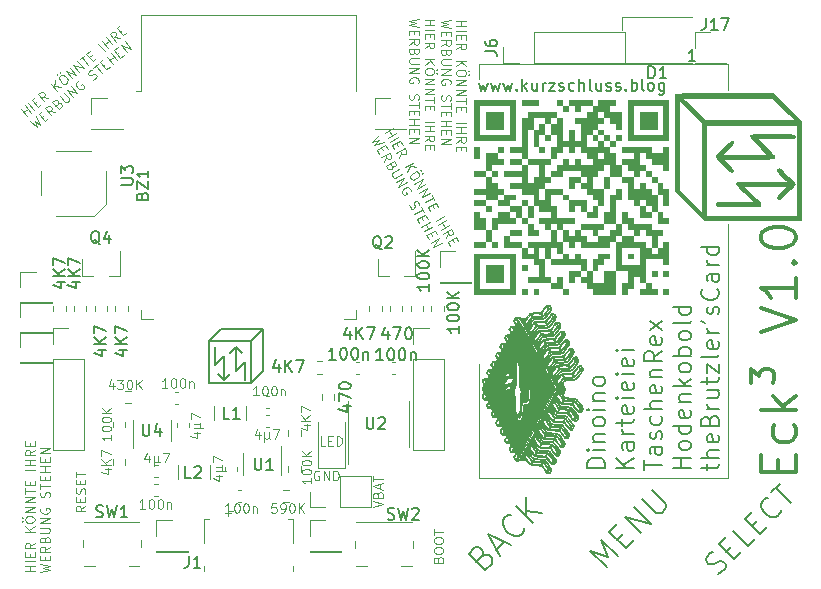
<source format=gbr>
%TF.GenerationSoftware,KiCad,Pcbnew,(5.99.0-10282-g296a9df530)*%
%TF.CreationDate,2021-04-29T22:35:14+02:00*%
%TF.ProjectId,Eck_hoch_3_V1,45636b5f-686f-4636-985f-335f56312e6b,rev?*%
%TF.SameCoordinates,Original*%
%TF.FileFunction,Legend,Top*%
%TF.FilePolarity,Positive*%
%FSLAX46Y46*%
G04 Gerber Fmt 4.6, Leading zero omitted, Abs format (unit mm)*
G04 Created by KiCad (PCBNEW (5.99.0-10282-g296a9df530)) date 2021-04-29 22:35:14*
%MOMM*%
%LPD*%
G01*
G04 APERTURE LIST*
%ADD10C,0.120000*%
%ADD11C,0.100000*%
%ADD12C,0.200000*%
%ADD13C,0.300000*%
%ADD14C,0.150000*%
%ADD15C,0.010000*%
G04 APERTURE END LIST*
D10*
X162052000Y-115824000D02*
X162052000Y-106172000D01*
X183134000Y-80822800D02*
X183134000Y-83007200D01*
X162052000Y-115824000D02*
X183134000Y-115824000D01*
X183134000Y-115824000D02*
X183134000Y-94335600D01*
X162052000Y-80822800D02*
X162052000Y-82092800D01*
X183134000Y-80822800D02*
X162102800Y-80822800D01*
D11*
X148465476Y-115275000D02*
X148389285Y-115236904D01*
X148275000Y-115236904D01*
X148160714Y-115275000D01*
X148084523Y-115351190D01*
X148046428Y-115427380D01*
X148008333Y-115579761D01*
X148008333Y-115694047D01*
X148046428Y-115846428D01*
X148084523Y-115922619D01*
X148160714Y-115998809D01*
X148275000Y-116036904D01*
X148351190Y-116036904D01*
X148465476Y-115998809D01*
X148503571Y-115960714D01*
X148503571Y-115694047D01*
X148351190Y-115694047D01*
X148846428Y-116036904D02*
X148846428Y-115236904D01*
X149303571Y-116036904D01*
X149303571Y-115236904D01*
X149684523Y-116036904D02*
X149684523Y-115236904D01*
X149875000Y-115236904D01*
X149989285Y-115275000D01*
X150065476Y-115351190D01*
X150103571Y-115427380D01*
X150141666Y-115579761D01*
X150141666Y-115694047D01*
X150103571Y-115846428D01*
X150065476Y-115922619D01*
X149989285Y-115998809D01*
X149875000Y-116036904D01*
X149684523Y-116036904D01*
D12*
X162266894Y-122468274D02*
X162536268Y-122333587D01*
X162670955Y-122333587D01*
X162872986Y-122400931D01*
X163075016Y-122602961D01*
X163142360Y-122804992D01*
X163142360Y-122939679D01*
X163075016Y-123141709D01*
X162536268Y-123680457D01*
X161122055Y-122266244D01*
X161593459Y-121794839D01*
X161795490Y-121727496D01*
X161930177Y-121727496D01*
X162132207Y-121794839D01*
X162266894Y-121929526D01*
X162334238Y-122131557D01*
X162334238Y-122266244D01*
X162266894Y-122468274D01*
X161795490Y-122939679D01*
X163479077Y-121929526D02*
X164152512Y-121256091D01*
X163748451Y-122468274D02*
X162805642Y-120582656D01*
X164691261Y-121525465D01*
X165836100Y-120111251D02*
X165836100Y-120245938D01*
X165701413Y-120515312D01*
X165566726Y-120650000D01*
X165297352Y-120784687D01*
X165027978Y-120784687D01*
X164825948Y-120717343D01*
X164489230Y-120515312D01*
X164287200Y-120313282D01*
X164085169Y-119976564D01*
X164017825Y-119774534D01*
X164017825Y-119505160D01*
X164152512Y-119235786D01*
X164287200Y-119101099D01*
X164556574Y-118966412D01*
X164691261Y-118966412D01*
X166576879Y-119639847D02*
X165162665Y-118225633D01*
X167385001Y-118831725D02*
X165970787Y-118629694D01*
X165970787Y-117417511D02*
X165970787Y-119033755D01*
D11*
X160098895Y-77166676D02*
X160898895Y-77166676D01*
X160517942Y-77166676D02*
X160517942Y-77623819D01*
X160098895Y-77623819D02*
X160898895Y-77623819D01*
X160098895Y-78004771D02*
X160898895Y-78004771D01*
X160517942Y-78385723D02*
X160517942Y-78652390D01*
X160098895Y-78766676D02*
X160098895Y-78385723D01*
X160898895Y-78385723D01*
X160898895Y-78766676D01*
X160098895Y-79566676D02*
X160479847Y-79300009D01*
X160098895Y-79109533D02*
X160898895Y-79109533D01*
X160898895Y-79414295D01*
X160860800Y-79490485D01*
X160822704Y-79528580D01*
X160746514Y-79566676D01*
X160632228Y-79566676D01*
X160556038Y-79528580D01*
X160517942Y-79490485D01*
X160479847Y-79414295D01*
X160479847Y-79109533D01*
X160098895Y-80519057D02*
X160898895Y-80519057D01*
X160098895Y-80976200D02*
X160556038Y-80633342D01*
X160898895Y-80976200D02*
X160441752Y-80519057D01*
X160898895Y-81471438D02*
X160898895Y-81623819D01*
X160860800Y-81700009D01*
X160784609Y-81776200D01*
X160632228Y-81814295D01*
X160365561Y-81814295D01*
X160213180Y-81776200D01*
X160136990Y-81700009D01*
X160098895Y-81623819D01*
X160098895Y-81471438D01*
X160136990Y-81395247D01*
X160213180Y-81319057D01*
X160365561Y-81280961D01*
X160632228Y-81280961D01*
X160784609Y-81319057D01*
X160860800Y-81395247D01*
X160898895Y-81471438D01*
X161165561Y-81395247D02*
X161127466Y-81433342D01*
X161089371Y-81395247D01*
X161127466Y-81357152D01*
X161165561Y-81395247D01*
X161089371Y-81395247D01*
X161165561Y-81700009D02*
X161127466Y-81738104D01*
X161089371Y-81700009D01*
X161127466Y-81661914D01*
X161165561Y-81700009D01*
X161089371Y-81700009D01*
X160098895Y-82157152D02*
X160898895Y-82157152D01*
X160098895Y-82614295D01*
X160898895Y-82614295D01*
X160098895Y-82995247D02*
X160898895Y-82995247D01*
X160098895Y-83452390D01*
X160898895Y-83452390D01*
X160898895Y-83719057D02*
X160898895Y-84176200D01*
X160098895Y-83947628D02*
X160898895Y-83947628D01*
X160517942Y-84442866D02*
X160517942Y-84709533D01*
X160098895Y-84823819D02*
X160098895Y-84442866D01*
X160898895Y-84442866D01*
X160898895Y-84823819D01*
X160098895Y-85776200D02*
X160898895Y-85776200D01*
X160098895Y-86157152D02*
X160898895Y-86157152D01*
X160517942Y-86157152D02*
X160517942Y-86614295D01*
X160098895Y-86614295D02*
X160898895Y-86614295D01*
X160098895Y-87452390D02*
X160479847Y-87185723D01*
X160098895Y-86995247D02*
X160898895Y-86995247D01*
X160898895Y-87300009D01*
X160860800Y-87376200D01*
X160822704Y-87414295D01*
X160746514Y-87452390D01*
X160632228Y-87452390D01*
X160556038Y-87414295D01*
X160517942Y-87376200D01*
X160479847Y-87300009D01*
X160479847Y-86995247D01*
X160517942Y-87795247D02*
X160517942Y-88061914D01*
X160098895Y-88176200D02*
X160098895Y-87795247D01*
X160898895Y-87795247D01*
X160898895Y-88176200D01*
X159610895Y-77090485D02*
X158810895Y-77280961D01*
X159382323Y-77433342D01*
X158810895Y-77585723D01*
X159610895Y-77776200D01*
X159229942Y-78080961D02*
X159229942Y-78347628D01*
X158810895Y-78461914D02*
X158810895Y-78080961D01*
X159610895Y-78080961D01*
X159610895Y-78461914D01*
X158810895Y-79261914D02*
X159191847Y-78995247D01*
X158810895Y-78804771D02*
X159610895Y-78804771D01*
X159610895Y-79109533D01*
X159572800Y-79185723D01*
X159534704Y-79223819D01*
X159458514Y-79261914D01*
X159344228Y-79261914D01*
X159268038Y-79223819D01*
X159229942Y-79185723D01*
X159191847Y-79109533D01*
X159191847Y-78804771D01*
X159229942Y-79871438D02*
X159191847Y-79985723D01*
X159153752Y-80023819D01*
X159077561Y-80061914D01*
X158963276Y-80061914D01*
X158887085Y-80023819D01*
X158848990Y-79985723D01*
X158810895Y-79909533D01*
X158810895Y-79604771D01*
X159610895Y-79604771D01*
X159610895Y-79871438D01*
X159572800Y-79947628D01*
X159534704Y-79985723D01*
X159458514Y-80023819D01*
X159382323Y-80023819D01*
X159306133Y-79985723D01*
X159268038Y-79947628D01*
X159229942Y-79871438D01*
X159229942Y-79604771D01*
X159610895Y-80404771D02*
X158963276Y-80404771D01*
X158887085Y-80442866D01*
X158848990Y-80480961D01*
X158810895Y-80557152D01*
X158810895Y-80709533D01*
X158848990Y-80785723D01*
X158887085Y-80823819D01*
X158963276Y-80861914D01*
X159610895Y-80861914D01*
X158810895Y-81242866D02*
X159610895Y-81242866D01*
X158810895Y-81700009D01*
X159610895Y-81700009D01*
X159572800Y-82500009D02*
X159610895Y-82423819D01*
X159610895Y-82309533D01*
X159572800Y-82195247D01*
X159496609Y-82119057D01*
X159420419Y-82080961D01*
X159268038Y-82042866D01*
X159153752Y-82042866D01*
X159001371Y-82080961D01*
X158925180Y-82119057D01*
X158848990Y-82195247D01*
X158810895Y-82309533D01*
X158810895Y-82385723D01*
X158848990Y-82500009D01*
X158887085Y-82538104D01*
X159153752Y-82538104D01*
X159153752Y-82385723D01*
X158848990Y-83452390D02*
X158810895Y-83566676D01*
X158810895Y-83757152D01*
X158848990Y-83833342D01*
X158887085Y-83871438D01*
X158963276Y-83909533D01*
X159039466Y-83909533D01*
X159115657Y-83871438D01*
X159153752Y-83833342D01*
X159191847Y-83757152D01*
X159229942Y-83604771D01*
X159268038Y-83528580D01*
X159306133Y-83490485D01*
X159382323Y-83452390D01*
X159458514Y-83452390D01*
X159534704Y-83490485D01*
X159572800Y-83528580D01*
X159610895Y-83604771D01*
X159610895Y-83795247D01*
X159572800Y-83909533D01*
X159610895Y-84138104D02*
X159610895Y-84595247D01*
X158810895Y-84366676D02*
X159610895Y-84366676D01*
X159229942Y-84861914D02*
X159229942Y-85128580D01*
X158810895Y-85242866D02*
X158810895Y-84861914D01*
X159610895Y-84861914D01*
X159610895Y-85242866D01*
X158810895Y-85585723D02*
X159610895Y-85585723D01*
X159229942Y-85585723D02*
X159229942Y-86042866D01*
X158810895Y-86042866D02*
X159610895Y-86042866D01*
X159229942Y-86423819D02*
X159229942Y-86690485D01*
X158810895Y-86804771D02*
X158810895Y-86423819D01*
X159610895Y-86423819D01*
X159610895Y-86804771D01*
X158810895Y-87147628D02*
X159610895Y-87147628D01*
X158810895Y-87604771D01*
X159610895Y-87604771D01*
X128682704Y-118205104D02*
X128301752Y-118471771D01*
X128682704Y-118662247D02*
X127882704Y-118662247D01*
X127882704Y-118357485D01*
X127920800Y-118281295D01*
X127958895Y-118243200D01*
X128035085Y-118205104D01*
X128149371Y-118205104D01*
X128225561Y-118243200D01*
X128263657Y-118281295D01*
X128301752Y-118357485D01*
X128301752Y-118662247D01*
X128263657Y-117862247D02*
X128263657Y-117595580D01*
X128682704Y-117481295D02*
X128682704Y-117862247D01*
X127882704Y-117862247D01*
X127882704Y-117481295D01*
X128644609Y-117176533D02*
X128682704Y-117062247D01*
X128682704Y-116871771D01*
X128644609Y-116795580D01*
X128606514Y-116757485D01*
X128530323Y-116719390D01*
X128454133Y-116719390D01*
X128377942Y-116757485D01*
X128339847Y-116795580D01*
X128301752Y-116871771D01*
X128263657Y-117024152D01*
X128225561Y-117100342D01*
X128187466Y-117138438D01*
X128111276Y-117176533D01*
X128035085Y-117176533D01*
X127958895Y-117138438D01*
X127920800Y-117100342D01*
X127882704Y-117024152D01*
X127882704Y-116833676D01*
X127920800Y-116719390D01*
X128263657Y-116376533D02*
X128263657Y-116109866D01*
X128682704Y-115995580D02*
X128682704Y-116376533D01*
X127882704Y-116376533D01*
X127882704Y-115995580D01*
X127882704Y-115767009D02*
X127882704Y-115309866D01*
X128682704Y-115538438D02*
X127882704Y-115538438D01*
D12*
X172849838Y-123425288D02*
X171435624Y-122011074D01*
X172917181Y-122549822D01*
X172378433Y-121068265D01*
X173792647Y-122482479D01*
X173725303Y-121068265D02*
X174196708Y-120596861D01*
X175139517Y-121135609D02*
X174466082Y-121809044D01*
X173051868Y-120394830D01*
X173725303Y-119721395D01*
X175745609Y-120529517D02*
X174331395Y-119115303D01*
X176553731Y-119721395D01*
X175139517Y-118307181D01*
X175812952Y-117633746D02*
X176957792Y-118778586D01*
X177159822Y-118845929D01*
X177294509Y-118845929D01*
X177496540Y-118778586D01*
X177765914Y-118509212D01*
X177833257Y-118307181D01*
X177833257Y-118172494D01*
X177765914Y-117970464D01*
X176621074Y-116825624D01*
D13*
X187288514Y-115340114D02*
X187288514Y-114340114D01*
X188859942Y-113911542D02*
X188859942Y-115340114D01*
X185859942Y-115340114D01*
X185859942Y-113911542D01*
X188717085Y-111340114D02*
X188859942Y-111625828D01*
X188859942Y-112197257D01*
X188717085Y-112482971D01*
X188574228Y-112625828D01*
X188288514Y-112768685D01*
X187431371Y-112768685D01*
X187145657Y-112625828D01*
X187002800Y-112482971D01*
X186859942Y-112197257D01*
X186859942Y-111625828D01*
X187002800Y-111340114D01*
X188859942Y-110054400D02*
X185859942Y-110054400D01*
X187717085Y-109768685D02*
X188859942Y-108911542D01*
X186859942Y-108911542D02*
X188002800Y-110054400D01*
X185002800Y-107768685D02*
X185002800Y-106625828D01*
X185717085Y-107197257D01*
X185717085Y-107054400D01*
X185859942Y-106768685D01*
X186145657Y-106625828D01*
X186574228Y-106625828D01*
X186859942Y-106768685D01*
X187002800Y-107054400D01*
X187002800Y-107482971D01*
X186859942Y-107768685D01*
X185859942Y-103482971D02*
X188859942Y-102482971D01*
X185859942Y-101482971D01*
X188859942Y-98911542D02*
X188859942Y-100625828D01*
X188859942Y-99768685D02*
X185859942Y-99768685D01*
X186288514Y-100054400D01*
X186574228Y-100340114D01*
X186717085Y-100625828D01*
X188574228Y-97625828D02*
X188717085Y-97482971D01*
X188859942Y-97625828D01*
X188717085Y-97768685D01*
X188574228Y-97625828D01*
X188859942Y-97625828D01*
X185859942Y-95625828D02*
X185859942Y-95340114D01*
X186002800Y-95054400D01*
X186145657Y-94911542D01*
X186431371Y-94768685D01*
X187002800Y-94625828D01*
X187717085Y-94625828D01*
X188288514Y-94768685D01*
X188574228Y-94911542D01*
X188717085Y-95054400D01*
X188859942Y-95340114D01*
X188859942Y-95625828D01*
X188717085Y-95911542D01*
X188574228Y-96054400D01*
X188288514Y-96197257D01*
X187717085Y-96340114D01*
X187002800Y-96340114D01*
X186431371Y-96197257D01*
X186145657Y-96054400D01*
X186002800Y-95911542D01*
X185859942Y-95625828D01*
D11*
X153061904Y-118314285D02*
X153861904Y-118047619D01*
X153061904Y-117780952D01*
X153442857Y-117247619D02*
X153480952Y-117133333D01*
X153519047Y-117095238D01*
X153595238Y-117057142D01*
X153709523Y-117057142D01*
X153785714Y-117095238D01*
X153823809Y-117133333D01*
X153861904Y-117209523D01*
X153861904Y-117514285D01*
X153061904Y-117514285D01*
X153061904Y-117247619D01*
X153100000Y-117171428D01*
X153138095Y-117133333D01*
X153214285Y-117095238D01*
X153290476Y-117095238D01*
X153366666Y-117133333D01*
X153404761Y-117171428D01*
X153442857Y-117247619D01*
X153442857Y-117514285D01*
X153633333Y-116752380D02*
X153633333Y-116371428D01*
X153861904Y-116828571D02*
X153061904Y-116561904D01*
X153861904Y-116295238D01*
X153061904Y-116142857D02*
X153061904Y-115685714D01*
X153861904Y-115914285D02*
X153061904Y-115914285D01*
X158540457Y-122751714D02*
X158578552Y-122637428D01*
X158616647Y-122599333D01*
X158692838Y-122561238D01*
X158807123Y-122561238D01*
X158883314Y-122599333D01*
X158921409Y-122637428D01*
X158959504Y-122713619D01*
X158959504Y-123018380D01*
X158159504Y-123018380D01*
X158159504Y-122751714D01*
X158197600Y-122675523D01*
X158235695Y-122637428D01*
X158311885Y-122599333D01*
X158388076Y-122599333D01*
X158464266Y-122637428D01*
X158502361Y-122675523D01*
X158540457Y-122751714D01*
X158540457Y-123018380D01*
X158159504Y-122066000D02*
X158159504Y-121913619D01*
X158197600Y-121837428D01*
X158273790Y-121761238D01*
X158426171Y-121723142D01*
X158692838Y-121723142D01*
X158845219Y-121761238D01*
X158921409Y-121837428D01*
X158959504Y-121913619D01*
X158959504Y-122066000D01*
X158921409Y-122142190D01*
X158845219Y-122218380D01*
X158692838Y-122256476D01*
X158426171Y-122256476D01*
X158273790Y-122218380D01*
X158197600Y-122142190D01*
X158159504Y-122066000D01*
X158159504Y-121227904D02*
X158159504Y-121075523D01*
X158197600Y-120999333D01*
X158273790Y-120923142D01*
X158426171Y-120885047D01*
X158692838Y-120885047D01*
X158845219Y-120923142D01*
X158921409Y-120999333D01*
X158959504Y-121075523D01*
X158959504Y-121227904D01*
X158921409Y-121304095D01*
X158845219Y-121380285D01*
X158692838Y-121418380D01*
X158426171Y-121418380D01*
X158273790Y-121380285D01*
X158197600Y-121304095D01*
X158159504Y-121227904D01*
X158159504Y-120656476D02*
X158159504Y-120199333D01*
X158959504Y-120427904D02*
X158159504Y-120427904D01*
X148985714Y-113111904D02*
X148604761Y-113111904D01*
X148604761Y-112311904D01*
X149252380Y-112692857D02*
X149519047Y-112692857D01*
X149633333Y-113111904D02*
X149252380Y-113111904D01*
X149252380Y-112311904D01*
X149633333Y-112311904D01*
X149976190Y-113111904D02*
X149976190Y-112311904D01*
X150166666Y-112311904D01*
X150280952Y-112350000D01*
X150357142Y-112426190D01*
X150395238Y-112502380D01*
X150433333Y-112654761D01*
X150433333Y-112769047D01*
X150395238Y-112921428D01*
X150357142Y-112997619D01*
X150280952Y-113073809D01*
X150166666Y-113111904D01*
X149976190Y-113111904D01*
D12*
X172683371Y-114981257D02*
X171183371Y-114981257D01*
X171183371Y-114624114D01*
X171254800Y-114409828D01*
X171397657Y-114266971D01*
X171540514Y-114195542D01*
X171826228Y-114124114D01*
X172040514Y-114124114D01*
X172326228Y-114195542D01*
X172469085Y-114266971D01*
X172611942Y-114409828D01*
X172683371Y-114624114D01*
X172683371Y-114981257D01*
X172683371Y-113481257D02*
X171683371Y-113481257D01*
X171183371Y-113481257D02*
X171254800Y-113552685D01*
X171326228Y-113481257D01*
X171254800Y-113409828D01*
X171183371Y-113481257D01*
X171326228Y-113481257D01*
X171683371Y-112766971D02*
X172683371Y-112766971D01*
X171826228Y-112766971D02*
X171754800Y-112695542D01*
X171683371Y-112552685D01*
X171683371Y-112338400D01*
X171754800Y-112195542D01*
X171897657Y-112124114D01*
X172683371Y-112124114D01*
X172683371Y-111195542D02*
X172611942Y-111338400D01*
X172540514Y-111409828D01*
X172397657Y-111481257D01*
X171969085Y-111481257D01*
X171826228Y-111409828D01*
X171754800Y-111338400D01*
X171683371Y-111195542D01*
X171683371Y-110981257D01*
X171754800Y-110838400D01*
X171826228Y-110766971D01*
X171969085Y-110695542D01*
X172397657Y-110695542D01*
X172540514Y-110766971D01*
X172611942Y-110838400D01*
X172683371Y-110981257D01*
X172683371Y-111195542D01*
X172683371Y-110052685D02*
X171683371Y-110052685D01*
X171183371Y-110052685D02*
X171254800Y-110124114D01*
X171326228Y-110052685D01*
X171254800Y-109981257D01*
X171183371Y-110052685D01*
X171326228Y-110052685D01*
X171683371Y-109338400D02*
X172683371Y-109338400D01*
X171826228Y-109338400D02*
X171754800Y-109266971D01*
X171683371Y-109124114D01*
X171683371Y-108909828D01*
X171754800Y-108766971D01*
X171897657Y-108695542D01*
X172683371Y-108695542D01*
X172683371Y-107766971D02*
X172611942Y-107909828D01*
X172540514Y-107981257D01*
X172397657Y-108052685D01*
X171969085Y-108052685D01*
X171826228Y-107981257D01*
X171754800Y-107909828D01*
X171683371Y-107766971D01*
X171683371Y-107552685D01*
X171754800Y-107409828D01*
X171826228Y-107338400D01*
X171969085Y-107266971D01*
X172397657Y-107266971D01*
X172540514Y-107338400D01*
X172611942Y-107409828D01*
X172683371Y-107552685D01*
X172683371Y-107766971D01*
X175098371Y-114981257D02*
X173598371Y-114981257D01*
X175098371Y-114124114D02*
X174241228Y-114766971D01*
X173598371Y-114124114D02*
X174455514Y-114981257D01*
X175098371Y-112838400D02*
X174312657Y-112838400D01*
X174169800Y-112909828D01*
X174098371Y-113052685D01*
X174098371Y-113338400D01*
X174169800Y-113481257D01*
X175026942Y-112838400D02*
X175098371Y-112981257D01*
X175098371Y-113338400D01*
X175026942Y-113481257D01*
X174884085Y-113552685D01*
X174741228Y-113552685D01*
X174598371Y-113481257D01*
X174526942Y-113338400D01*
X174526942Y-112981257D01*
X174455514Y-112838400D01*
X175098371Y-112124114D02*
X174098371Y-112124114D01*
X174384085Y-112124114D02*
X174241228Y-112052685D01*
X174169800Y-111981257D01*
X174098371Y-111838400D01*
X174098371Y-111695542D01*
X174098371Y-111409828D02*
X174098371Y-110838400D01*
X173598371Y-111195542D02*
X174884085Y-111195542D01*
X175026942Y-111124114D01*
X175098371Y-110981257D01*
X175098371Y-110838400D01*
X175026942Y-109766971D02*
X175098371Y-109909828D01*
X175098371Y-110195542D01*
X175026942Y-110338400D01*
X174884085Y-110409828D01*
X174312657Y-110409828D01*
X174169800Y-110338400D01*
X174098371Y-110195542D01*
X174098371Y-109909828D01*
X174169800Y-109766971D01*
X174312657Y-109695542D01*
X174455514Y-109695542D01*
X174598371Y-110409828D01*
X175098371Y-109052685D02*
X174098371Y-109052685D01*
X173598371Y-109052685D02*
X173669800Y-109124114D01*
X173741228Y-109052685D01*
X173669800Y-108981257D01*
X173598371Y-109052685D01*
X173741228Y-109052685D01*
X175026942Y-107766971D02*
X175098371Y-107909828D01*
X175098371Y-108195542D01*
X175026942Y-108338400D01*
X174884085Y-108409828D01*
X174312657Y-108409828D01*
X174169800Y-108338400D01*
X174098371Y-108195542D01*
X174098371Y-107909828D01*
X174169800Y-107766971D01*
X174312657Y-107695542D01*
X174455514Y-107695542D01*
X174598371Y-108409828D01*
X175098371Y-107052685D02*
X174098371Y-107052685D01*
X173598371Y-107052685D02*
X173669800Y-107124114D01*
X173741228Y-107052685D01*
X173669800Y-106981257D01*
X173598371Y-107052685D01*
X173741228Y-107052685D01*
X175026942Y-105766971D02*
X175098371Y-105909828D01*
X175098371Y-106195542D01*
X175026942Y-106338400D01*
X174884085Y-106409828D01*
X174312657Y-106409828D01*
X174169800Y-106338400D01*
X174098371Y-106195542D01*
X174098371Y-105909828D01*
X174169800Y-105766971D01*
X174312657Y-105695542D01*
X174455514Y-105695542D01*
X174598371Y-106409828D01*
X175098371Y-105052685D02*
X174098371Y-105052685D01*
X173598371Y-105052685D02*
X173669800Y-105124114D01*
X173741228Y-105052685D01*
X173669800Y-104981257D01*
X173598371Y-105052685D01*
X173741228Y-105052685D01*
X176013371Y-115195542D02*
X176013371Y-114338400D01*
X177513371Y-114766971D02*
X176013371Y-114766971D01*
X177513371Y-113195542D02*
X176727657Y-113195542D01*
X176584800Y-113266971D01*
X176513371Y-113409828D01*
X176513371Y-113695542D01*
X176584800Y-113838400D01*
X177441942Y-113195542D02*
X177513371Y-113338400D01*
X177513371Y-113695542D01*
X177441942Y-113838400D01*
X177299085Y-113909828D01*
X177156228Y-113909828D01*
X177013371Y-113838400D01*
X176941942Y-113695542D01*
X176941942Y-113338400D01*
X176870514Y-113195542D01*
X177441942Y-112552685D02*
X177513371Y-112409828D01*
X177513371Y-112124114D01*
X177441942Y-111981257D01*
X177299085Y-111909828D01*
X177227657Y-111909828D01*
X177084800Y-111981257D01*
X177013371Y-112124114D01*
X177013371Y-112338400D01*
X176941942Y-112481257D01*
X176799085Y-112552685D01*
X176727657Y-112552685D01*
X176584800Y-112481257D01*
X176513371Y-112338400D01*
X176513371Y-112124114D01*
X176584800Y-111981257D01*
X177441942Y-110624114D02*
X177513371Y-110766971D01*
X177513371Y-111052685D01*
X177441942Y-111195542D01*
X177370514Y-111266971D01*
X177227657Y-111338400D01*
X176799085Y-111338400D01*
X176656228Y-111266971D01*
X176584800Y-111195542D01*
X176513371Y-111052685D01*
X176513371Y-110766971D01*
X176584800Y-110624114D01*
X177513371Y-109981257D02*
X176013371Y-109981257D01*
X177513371Y-109338400D02*
X176727657Y-109338400D01*
X176584800Y-109409828D01*
X176513371Y-109552685D01*
X176513371Y-109766971D01*
X176584800Y-109909828D01*
X176656228Y-109981257D01*
X177441942Y-108052685D02*
X177513371Y-108195542D01*
X177513371Y-108481257D01*
X177441942Y-108624114D01*
X177299085Y-108695542D01*
X176727657Y-108695542D01*
X176584800Y-108624114D01*
X176513371Y-108481257D01*
X176513371Y-108195542D01*
X176584800Y-108052685D01*
X176727657Y-107981257D01*
X176870514Y-107981257D01*
X177013371Y-108695542D01*
X176513371Y-107338400D02*
X177513371Y-107338400D01*
X176656228Y-107338400D02*
X176584800Y-107266971D01*
X176513371Y-107124114D01*
X176513371Y-106909828D01*
X176584800Y-106766971D01*
X176727657Y-106695542D01*
X177513371Y-106695542D01*
X177513371Y-105124114D02*
X176799085Y-105624114D01*
X177513371Y-105981257D02*
X176013371Y-105981257D01*
X176013371Y-105409828D01*
X176084800Y-105266971D01*
X176156228Y-105195542D01*
X176299085Y-105124114D01*
X176513371Y-105124114D01*
X176656228Y-105195542D01*
X176727657Y-105266971D01*
X176799085Y-105409828D01*
X176799085Y-105981257D01*
X177441942Y-103909828D02*
X177513371Y-104052685D01*
X177513371Y-104338400D01*
X177441942Y-104481257D01*
X177299085Y-104552685D01*
X176727657Y-104552685D01*
X176584800Y-104481257D01*
X176513371Y-104338400D01*
X176513371Y-104052685D01*
X176584800Y-103909828D01*
X176727657Y-103838400D01*
X176870514Y-103838400D01*
X177013371Y-104552685D01*
X177513371Y-103338400D02*
X176513371Y-102552685D01*
X176513371Y-103338400D02*
X177513371Y-102552685D01*
X179928371Y-114981257D02*
X178428371Y-114981257D01*
X179142657Y-114981257D02*
X179142657Y-114124114D01*
X179928371Y-114124114D02*
X178428371Y-114124114D01*
X179928371Y-113195542D02*
X179856942Y-113338400D01*
X179785514Y-113409828D01*
X179642657Y-113481257D01*
X179214085Y-113481257D01*
X179071228Y-113409828D01*
X178999800Y-113338400D01*
X178928371Y-113195542D01*
X178928371Y-112981257D01*
X178999800Y-112838400D01*
X179071228Y-112766971D01*
X179214085Y-112695542D01*
X179642657Y-112695542D01*
X179785514Y-112766971D01*
X179856942Y-112838400D01*
X179928371Y-112981257D01*
X179928371Y-113195542D01*
X179928371Y-111409828D02*
X178428371Y-111409828D01*
X179856942Y-111409828D02*
X179928371Y-111552685D01*
X179928371Y-111838400D01*
X179856942Y-111981257D01*
X179785514Y-112052685D01*
X179642657Y-112124114D01*
X179214085Y-112124114D01*
X179071228Y-112052685D01*
X178999800Y-111981257D01*
X178928371Y-111838400D01*
X178928371Y-111552685D01*
X178999800Y-111409828D01*
X179856942Y-110124114D02*
X179928371Y-110266971D01*
X179928371Y-110552685D01*
X179856942Y-110695542D01*
X179714085Y-110766971D01*
X179142657Y-110766971D01*
X178999800Y-110695542D01*
X178928371Y-110552685D01*
X178928371Y-110266971D01*
X178999800Y-110124114D01*
X179142657Y-110052685D01*
X179285514Y-110052685D01*
X179428371Y-110766971D01*
X178928371Y-109409828D02*
X179928371Y-109409828D01*
X179071228Y-109409828D02*
X178999800Y-109338400D01*
X178928371Y-109195542D01*
X178928371Y-108981257D01*
X178999800Y-108838400D01*
X179142657Y-108766971D01*
X179928371Y-108766971D01*
X179928371Y-108052685D02*
X178428371Y-108052685D01*
X179356942Y-107909828D02*
X179928371Y-107481257D01*
X178928371Y-107481257D02*
X179499800Y-108052685D01*
X179928371Y-106624114D02*
X179856942Y-106766971D01*
X179785514Y-106838400D01*
X179642657Y-106909828D01*
X179214085Y-106909828D01*
X179071228Y-106838400D01*
X178999800Y-106766971D01*
X178928371Y-106624114D01*
X178928371Y-106409828D01*
X178999800Y-106266971D01*
X179071228Y-106195542D01*
X179214085Y-106124114D01*
X179642657Y-106124114D01*
X179785514Y-106195542D01*
X179856942Y-106266971D01*
X179928371Y-106409828D01*
X179928371Y-106624114D01*
X179928371Y-105481257D02*
X178428371Y-105481257D01*
X178999800Y-105481257D02*
X178928371Y-105338400D01*
X178928371Y-105052685D01*
X178999800Y-104909828D01*
X179071228Y-104838400D01*
X179214085Y-104766971D01*
X179642657Y-104766971D01*
X179785514Y-104838400D01*
X179856942Y-104909828D01*
X179928371Y-105052685D01*
X179928371Y-105338400D01*
X179856942Y-105481257D01*
X179928371Y-103909828D02*
X179856942Y-104052685D01*
X179785514Y-104124114D01*
X179642657Y-104195542D01*
X179214085Y-104195542D01*
X179071228Y-104124114D01*
X178999800Y-104052685D01*
X178928371Y-103909828D01*
X178928371Y-103695542D01*
X178999800Y-103552685D01*
X179071228Y-103481257D01*
X179214085Y-103409828D01*
X179642657Y-103409828D01*
X179785514Y-103481257D01*
X179856942Y-103552685D01*
X179928371Y-103695542D01*
X179928371Y-103909828D01*
X179928371Y-102552685D02*
X179856942Y-102695542D01*
X179714085Y-102766971D01*
X178428371Y-102766971D01*
X179928371Y-101338400D02*
X178428371Y-101338400D01*
X179856942Y-101338400D02*
X179928371Y-101481257D01*
X179928371Y-101766971D01*
X179856942Y-101909828D01*
X179785514Y-101981257D01*
X179642657Y-102052685D01*
X179214085Y-102052685D01*
X179071228Y-101981257D01*
X178999800Y-101909828D01*
X178928371Y-101766971D01*
X178928371Y-101481257D01*
X178999800Y-101338400D01*
X181343371Y-115195542D02*
X181343371Y-114624114D01*
X180843371Y-114981257D02*
X182129085Y-114981257D01*
X182271942Y-114909828D01*
X182343371Y-114766971D01*
X182343371Y-114624114D01*
X182343371Y-114124114D02*
X180843371Y-114124114D01*
X182343371Y-113481257D02*
X181557657Y-113481257D01*
X181414800Y-113552685D01*
X181343371Y-113695542D01*
X181343371Y-113909828D01*
X181414800Y-114052685D01*
X181486228Y-114124114D01*
X182271942Y-112195542D02*
X182343371Y-112338400D01*
X182343371Y-112624114D01*
X182271942Y-112766971D01*
X182129085Y-112838400D01*
X181557657Y-112838400D01*
X181414800Y-112766971D01*
X181343371Y-112624114D01*
X181343371Y-112338400D01*
X181414800Y-112195542D01*
X181557657Y-112124114D01*
X181700514Y-112124114D01*
X181843371Y-112838400D01*
X181557657Y-110981257D02*
X181629085Y-110766971D01*
X181700514Y-110695542D01*
X181843371Y-110624114D01*
X182057657Y-110624114D01*
X182200514Y-110695542D01*
X182271942Y-110766971D01*
X182343371Y-110909828D01*
X182343371Y-111481257D01*
X180843371Y-111481257D01*
X180843371Y-110981257D01*
X180914800Y-110838400D01*
X180986228Y-110766971D01*
X181129085Y-110695542D01*
X181271942Y-110695542D01*
X181414800Y-110766971D01*
X181486228Y-110838400D01*
X181557657Y-110981257D01*
X181557657Y-111481257D01*
X182343371Y-109981257D02*
X181343371Y-109981257D01*
X181629085Y-109981257D02*
X181486228Y-109909828D01*
X181414800Y-109838400D01*
X181343371Y-109695542D01*
X181343371Y-109552685D01*
X181343371Y-108409828D02*
X182343371Y-108409828D01*
X181343371Y-109052685D02*
X182129085Y-109052685D01*
X182271942Y-108981257D01*
X182343371Y-108838400D01*
X182343371Y-108624114D01*
X182271942Y-108481257D01*
X182200514Y-108409828D01*
X181343371Y-107909828D02*
X181343371Y-107338400D01*
X180843371Y-107695542D02*
X182129085Y-107695542D01*
X182271942Y-107624114D01*
X182343371Y-107481257D01*
X182343371Y-107338400D01*
X181343371Y-106981257D02*
X181343371Y-106195542D01*
X182343371Y-106981257D01*
X182343371Y-106195542D01*
X182343371Y-105409828D02*
X182271942Y-105552685D01*
X182129085Y-105624114D01*
X180843371Y-105624114D01*
X182271942Y-104266971D02*
X182343371Y-104409828D01*
X182343371Y-104695542D01*
X182271942Y-104838400D01*
X182129085Y-104909828D01*
X181557657Y-104909828D01*
X181414800Y-104838400D01*
X181343371Y-104695542D01*
X181343371Y-104409828D01*
X181414800Y-104266971D01*
X181557657Y-104195542D01*
X181700514Y-104195542D01*
X181843371Y-104909828D01*
X182343371Y-103552685D02*
X181343371Y-103552685D01*
X181629085Y-103552685D02*
X181486228Y-103481257D01*
X181414800Y-103409828D01*
X181343371Y-103266971D01*
X181343371Y-103124114D01*
X180843371Y-102552685D02*
X181129085Y-102695542D01*
X182271942Y-101981257D02*
X182343371Y-101838400D01*
X182343371Y-101552685D01*
X182271942Y-101409828D01*
X182129085Y-101338400D01*
X182057657Y-101338400D01*
X181914800Y-101409828D01*
X181843371Y-101552685D01*
X181843371Y-101766971D01*
X181771942Y-101909828D01*
X181629085Y-101981257D01*
X181557657Y-101981257D01*
X181414800Y-101909828D01*
X181343371Y-101766971D01*
X181343371Y-101552685D01*
X181414800Y-101409828D01*
X182200514Y-99838400D02*
X182271942Y-99909828D01*
X182343371Y-100124114D01*
X182343371Y-100266971D01*
X182271942Y-100481257D01*
X182129085Y-100624114D01*
X181986228Y-100695542D01*
X181700514Y-100766971D01*
X181486228Y-100766971D01*
X181200514Y-100695542D01*
X181057657Y-100624114D01*
X180914800Y-100481257D01*
X180843371Y-100266971D01*
X180843371Y-100124114D01*
X180914800Y-99909828D01*
X180986228Y-99838400D01*
X182343371Y-98552685D02*
X181557657Y-98552685D01*
X181414800Y-98624114D01*
X181343371Y-98766971D01*
X181343371Y-99052685D01*
X181414800Y-99195542D01*
X182271942Y-98552685D02*
X182343371Y-98695542D01*
X182343371Y-99052685D01*
X182271942Y-99195542D01*
X182129085Y-99266971D01*
X181986228Y-99266971D01*
X181843371Y-99195542D01*
X181771942Y-99052685D01*
X181771942Y-98695542D01*
X181700514Y-98552685D01*
X182343371Y-97838400D02*
X181343371Y-97838400D01*
X181629085Y-97838400D02*
X181486228Y-97766971D01*
X181414800Y-97695542D01*
X181343371Y-97552685D01*
X181343371Y-97409828D01*
X182343371Y-96266971D02*
X180843371Y-96266971D01*
X182271942Y-96266971D02*
X182343371Y-96409828D01*
X182343371Y-96695542D01*
X182271942Y-96838400D01*
X182200514Y-96909828D01*
X182057657Y-96981257D01*
X181629085Y-96981257D01*
X181486228Y-96909828D01*
X181414800Y-96838400D01*
X181343371Y-96695542D01*
X181343371Y-96409828D01*
X181414800Y-96266971D01*
X182275501Y-123961253D02*
X182517938Y-123840035D01*
X182820984Y-123536989D01*
X182881593Y-123355162D01*
X182881593Y-123233943D01*
X182820984Y-123052116D01*
X182699765Y-122930898D01*
X182517938Y-122870288D01*
X182396720Y-122870288D01*
X182214892Y-122930898D01*
X181911846Y-123112725D01*
X181730019Y-123173334D01*
X181608801Y-123173334D01*
X181426973Y-123112725D01*
X181305755Y-122991507D01*
X181245146Y-122809679D01*
X181245146Y-122688461D01*
X181305755Y-122506634D01*
X181608801Y-122203588D01*
X181851237Y-122082370D01*
X182942202Y-122082370D02*
X183366466Y-121658105D01*
X184214994Y-122142979D02*
X183608903Y-122749070D01*
X182336111Y-121476278D01*
X182942202Y-120870186D01*
X185366568Y-120991405D02*
X184760477Y-121597496D01*
X183487684Y-120324704D01*
X185124132Y-119900440D02*
X185548396Y-119476176D01*
X186396924Y-119961049D02*
X185790832Y-120567141D01*
X184518040Y-119294348D01*
X185124132Y-118688257D01*
X187548498Y-118567039D02*
X187548498Y-118688257D01*
X187427279Y-118930694D01*
X187306061Y-119051912D01*
X187063624Y-119173130D01*
X186821188Y-119173130D01*
X186639360Y-119112521D01*
X186336315Y-118930694D01*
X186154487Y-118748866D01*
X185972660Y-118445820D01*
X185912051Y-118263993D01*
X185912051Y-118021556D01*
X186033269Y-117779120D01*
X186154487Y-117657901D01*
X186396924Y-117536683D01*
X186518142Y-117536683D01*
X186760579Y-117051810D02*
X187487888Y-116324500D01*
X188397026Y-117960947D02*
X187124234Y-116688155D01*
D11*
X124381104Y-123747323D02*
X123581104Y-123747323D01*
X123962057Y-123747323D02*
X123962057Y-123290180D01*
X124381104Y-123290180D02*
X123581104Y-123290180D01*
X124381104Y-122909228D02*
X123581104Y-122909228D01*
X123962057Y-122528276D02*
X123962057Y-122261609D01*
X124381104Y-122147323D02*
X124381104Y-122528276D01*
X123581104Y-122528276D01*
X123581104Y-122147323D01*
X124381104Y-121347323D02*
X124000152Y-121613990D01*
X124381104Y-121804466D02*
X123581104Y-121804466D01*
X123581104Y-121499704D01*
X123619200Y-121423514D01*
X123657295Y-121385419D01*
X123733485Y-121347323D01*
X123847771Y-121347323D01*
X123923961Y-121385419D01*
X123962057Y-121423514D01*
X124000152Y-121499704D01*
X124000152Y-121804466D01*
X124381104Y-120394942D02*
X123581104Y-120394942D01*
X124381104Y-119937800D02*
X123923961Y-120280657D01*
X123581104Y-119937800D02*
X124038247Y-120394942D01*
X123581104Y-119442561D02*
X123581104Y-119290180D01*
X123619200Y-119213990D01*
X123695390Y-119137800D01*
X123847771Y-119099704D01*
X124114438Y-119099704D01*
X124266819Y-119137800D01*
X124343009Y-119213990D01*
X124381104Y-119290180D01*
X124381104Y-119442561D01*
X124343009Y-119518752D01*
X124266819Y-119594942D01*
X124114438Y-119633038D01*
X123847771Y-119633038D01*
X123695390Y-119594942D01*
X123619200Y-119518752D01*
X123581104Y-119442561D01*
X123314438Y-119518752D02*
X123352533Y-119480657D01*
X123390628Y-119518752D01*
X123352533Y-119556847D01*
X123314438Y-119518752D01*
X123390628Y-119518752D01*
X123314438Y-119213990D02*
X123352533Y-119175895D01*
X123390628Y-119213990D01*
X123352533Y-119252085D01*
X123314438Y-119213990D01*
X123390628Y-119213990D01*
X124381104Y-118756847D02*
X123581104Y-118756847D01*
X124381104Y-118299704D01*
X123581104Y-118299704D01*
X124381104Y-117918752D02*
X123581104Y-117918752D01*
X124381104Y-117461609D01*
X123581104Y-117461609D01*
X123581104Y-117194942D02*
X123581104Y-116737800D01*
X124381104Y-116966371D02*
X123581104Y-116966371D01*
X123962057Y-116471133D02*
X123962057Y-116204466D01*
X124381104Y-116090180D02*
X124381104Y-116471133D01*
X123581104Y-116471133D01*
X123581104Y-116090180D01*
X124381104Y-115137800D02*
X123581104Y-115137800D01*
X124381104Y-114756847D02*
X123581104Y-114756847D01*
X123962057Y-114756847D02*
X123962057Y-114299704D01*
X124381104Y-114299704D02*
X123581104Y-114299704D01*
X124381104Y-113461609D02*
X124000152Y-113728276D01*
X124381104Y-113918752D02*
X123581104Y-113918752D01*
X123581104Y-113613990D01*
X123619200Y-113537800D01*
X123657295Y-113499704D01*
X123733485Y-113461609D01*
X123847771Y-113461609D01*
X123923961Y-113499704D01*
X123962057Y-113537800D01*
X124000152Y-113613990D01*
X124000152Y-113918752D01*
X123962057Y-113118752D02*
X123962057Y-112852085D01*
X124381104Y-112737800D02*
X124381104Y-113118752D01*
X123581104Y-113118752D01*
X123581104Y-112737800D01*
X124869104Y-123823514D02*
X125669104Y-123633038D01*
X125097676Y-123480657D01*
X125669104Y-123328276D01*
X124869104Y-123137800D01*
X125250057Y-122833038D02*
X125250057Y-122566371D01*
X125669104Y-122452085D02*
X125669104Y-122833038D01*
X124869104Y-122833038D01*
X124869104Y-122452085D01*
X125669104Y-121652085D02*
X125288152Y-121918752D01*
X125669104Y-122109228D02*
X124869104Y-122109228D01*
X124869104Y-121804466D01*
X124907200Y-121728276D01*
X124945295Y-121690180D01*
X125021485Y-121652085D01*
X125135771Y-121652085D01*
X125211961Y-121690180D01*
X125250057Y-121728276D01*
X125288152Y-121804466D01*
X125288152Y-122109228D01*
X125250057Y-121042561D02*
X125288152Y-120928276D01*
X125326247Y-120890180D01*
X125402438Y-120852085D01*
X125516723Y-120852085D01*
X125592914Y-120890180D01*
X125631009Y-120928276D01*
X125669104Y-121004466D01*
X125669104Y-121309228D01*
X124869104Y-121309228D01*
X124869104Y-121042561D01*
X124907200Y-120966371D01*
X124945295Y-120928276D01*
X125021485Y-120890180D01*
X125097676Y-120890180D01*
X125173866Y-120928276D01*
X125211961Y-120966371D01*
X125250057Y-121042561D01*
X125250057Y-121309228D01*
X124869104Y-120509228D02*
X125516723Y-120509228D01*
X125592914Y-120471133D01*
X125631009Y-120433038D01*
X125669104Y-120356847D01*
X125669104Y-120204466D01*
X125631009Y-120128276D01*
X125592914Y-120090180D01*
X125516723Y-120052085D01*
X124869104Y-120052085D01*
X125669104Y-119671133D02*
X124869104Y-119671133D01*
X125669104Y-119213990D01*
X124869104Y-119213990D01*
X124907200Y-118413990D02*
X124869104Y-118490180D01*
X124869104Y-118604466D01*
X124907200Y-118718752D01*
X124983390Y-118794942D01*
X125059580Y-118833038D01*
X125211961Y-118871133D01*
X125326247Y-118871133D01*
X125478628Y-118833038D01*
X125554819Y-118794942D01*
X125631009Y-118718752D01*
X125669104Y-118604466D01*
X125669104Y-118528276D01*
X125631009Y-118413990D01*
X125592914Y-118375895D01*
X125326247Y-118375895D01*
X125326247Y-118528276D01*
X125631009Y-117461609D02*
X125669104Y-117347323D01*
X125669104Y-117156847D01*
X125631009Y-117080657D01*
X125592914Y-117042561D01*
X125516723Y-117004466D01*
X125440533Y-117004466D01*
X125364342Y-117042561D01*
X125326247Y-117080657D01*
X125288152Y-117156847D01*
X125250057Y-117309228D01*
X125211961Y-117385419D01*
X125173866Y-117423514D01*
X125097676Y-117461609D01*
X125021485Y-117461609D01*
X124945295Y-117423514D01*
X124907200Y-117385419D01*
X124869104Y-117309228D01*
X124869104Y-117118752D01*
X124907200Y-117004466D01*
X124869104Y-116775895D02*
X124869104Y-116318752D01*
X125669104Y-116547323D02*
X124869104Y-116547323D01*
X125250057Y-116052085D02*
X125250057Y-115785419D01*
X125669104Y-115671133D02*
X125669104Y-116052085D01*
X124869104Y-116052085D01*
X124869104Y-115671133D01*
X125669104Y-115328276D02*
X124869104Y-115328276D01*
X125250057Y-115328276D02*
X125250057Y-114871133D01*
X125669104Y-114871133D02*
X124869104Y-114871133D01*
X125250057Y-114490180D02*
X125250057Y-114223514D01*
X125669104Y-114109228D02*
X125669104Y-114490180D01*
X124869104Y-114490180D01*
X124869104Y-114109228D01*
X125669104Y-113766371D02*
X124869104Y-113766371D01*
X125669104Y-113309228D01*
X124869104Y-113309228D01*
X154042039Y-86643401D02*
X154734859Y-86243401D01*
X154404945Y-86433877D02*
X154633516Y-86829774D01*
X154270610Y-87039298D02*
X154963431Y-86639298D01*
X154461086Y-87369213D02*
X155153907Y-86969213D01*
X155014469Y-87489603D02*
X155147802Y-87720543D01*
X154842039Y-88029041D02*
X154651563Y-87699127D01*
X155344383Y-87299127D01*
X155534859Y-87629041D01*
X155242039Y-88721862D02*
X155438620Y-88300445D01*
X155013467Y-88325964D02*
X155706288Y-87925964D01*
X155858669Y-88189896D01*
X155863773Y-88274926D01*
X155849829Y-88326966D01*
X155802893Y-88398052D01*
X155703919Y-88455195D01*
X155618889Y-88460299D01*
X155566850Y-88446355D01*
X155495763Y-88399420D01*
X155343382Y-88135488D01*
X155718229Y-89546648D02*
X156411050Y-89146648D01*
X155946801Y-89942545D02*
X156171270Y-89417051D01*
X156639621Y-89542545D02*
X156015152Y-89375219D01*
X156887240Y-89971434D02*
X156963431Y-90103400D01*
X156968534Y-90188430D01*
X156940647Y-90292508D01*
X156827729Y-90401690D01*
X156596789Y-90535024D01*
X156445775Y-90578223D01*
X156341697Y-90550335D01*
X156270610Y-90503400D01*
X156194420Y-90371434D01*
X156189316Y-90286403D01*
X156217204Y-90182325D01*
X156330122Y-90073143D01*
X156561062Y-89939810D01*
X156712075Y-89896611D01*
X156816153Y-89924499D01*
X156887240Y-89971434D01*
X157080085Y-89772118D02*
X157066141Y-89824157D01*
X157014102Y-89810213D01*
X157028046Y-89758174D01*
X157080085Y-89772118D01*
X157014102Y-89810213D01*
X157232466Y-90036049D02*
X157218522Y-90088088D01*
X157166483Y-90074144D01*
X157180427Y-90022105D01*
X157232466Y-90036049D01*
X157166483Y-90074144D01*
X156537277Y-90965280D02*
X157230097Y-90565280D01*
X156765848Y-91361177D01*
X157458669Y-90961177D01*
X156956325Y-91691092D02*
X157649145Y-91291092D01*
X157184896Y-92086989D01*
X157877716Y-91686989D01*
X158011050Y-91917929D02*
X158239621Y-92313826D01*
X157432515Y-92515878D02*
X158125335Y-92115878D01*
X158043040Y-92735243D02*
X158176373Y-92966183D01*
X157870610Y-93274681D02*
X157680134Y-92944767D01*
X158372954Y-92544767D01*
X158563431Y-92874681D01*
X158346801Y-94099467D02*
X159039621Y-93699467D01*
X158537277Y-94429382D02*
X159230097Y-94029382D01*
X158900183Y-94219858D02*
X159128754Y-94615755D01*
X158765848Y-94825279D02*
X159458669Y-94425279D01*
X159184896Y-95551091D02*
X159381477Y-95129674D01*
X158956325Y-95155193D02*
X159649145Y-94755193D01*
X159801526Y-95019125D01*
X159806630Y-95104155D01*
X159792686Y-95156194D01*
X159745751Y-95227281D01*
X159646776Y-95284424D01*
X159561746Y-95289528D01*
X159509707Y-95275584D01*
X159438620Y-95228649D01*
X159286239Y-94964717D01*
X159719230Y-95638490D02*
X159852564Y-95869430D01*
X159546801Y-96177928D02*
X159356325Y-95848014D01*
X160049145Y-95448014D01*
X160239621Y-95777928D01*
X153581323Y-86821418D02*
X152983741Y-87386375D01*
X153554803Y-87232627D01*
X153136122Y-87650307D01*
X153924180Y-87415264D01*
X153746647Y-87869672D02*
X153879980Y-88100612D01*
X153574217Y-88409110D02*
X153383741Y-88079195D01*
X154076561Y-87679195D01*
X154267037Y-88009110D01*
X153974217Y-89101930D02*
X154170798Y-88680514D01*
X153745645Y-88706033D02*
X154438466Y-88306033D01*
X154590847Y-88569964D01*
X154595951Y-88654995D01*
X154582007Y-88707034D01*
X154535071Y-88778121D01*
X154436097Y-88835264D01*
X154351067Y-88840367D01*
X154299028Y-88826423D01*
X154227941Y-88779488D01*
X154075560Y-88515557D01*
X154641885Y-89420269D02*
X154666036Y-89538291D01*
X154652092Y-89590330D01*
X154605157Y-89661417D01*
X154506183Y-89718560D01*
X154421152Y-89723664D01*
X154369113Y-89709720D01*
X154298026Y-89662785D01*
X154145645Y-89398853D01*
X154838466Y-88998853D01*
X154971799Y-89229793D01*
X154976903Y-89314824D01*
X154962959Y-89366863D01*
X154916024Y-89437950D01*
X154850041Y-89476045D01*
X154765010Y-89481149D01*
X154712971Y-89467205D01*
X154641885Y-89420269D01*
X154508551Y-89189329D01*
X155238466Y-89691673D02*
X154677611Y-90015483D01*
X154630676Y-90086570D01*
X154616732Y-90138609D01*
X154621836Y-90223639D01*
X154698026Y-90355605D01*
X154769113Y-90402540D01*
X154821152Y-90416484D01*
X154906183Y-90411380D01*
X155467037Y-90087571D01*
X154964693Y-90817485D02*
X155657513Y-90417485D01*
X155193265Y-91213383D01*
X155886085Y-90813383D01*
X156253093Y-91525251D02*
X156247990Y-91440220D01*
X156190847Y-91341246D01*
X156100712Y-91261319D01*
X155996634Y-91233431D01*
X155911604Y-91238535D01*
X155760590Y-91281734D01*
X155661616Y-91338877D01*
X155548698Y-91448059D01*
X155501763Y-91519146D01*
X155473875Y-91623224D01*
X155498026Y-91741246D01*
X155536122Y-91807229D01*
X155626256Y-91887155D01*
X155678295Y-91901099D01*
X155909235Y-91767766D01*
X155833045Y-91635800D01*
X156102446Y-92711941D02*
X156126598Y-92829963D01*
X156221836Y-92994921D01*
X156292923Y-93041856D01*
X156344962Y-93055800D01*
X156429992Y-93050696D01*
X156495975Y-93012601D01*
X156542910Y-92941514D01*
X156556854Y-92889475D01*
X156551750Y-92804444D01*
X156508551Y-92653431D01*
X156503448Y-92568400D01*
X156517391Y-92516361D01*
X156564327Y-92445275D01*
X156630310Y-92407179D01*
X156715340Y-92402076D01*
X156767379Y-92416020D01*
X156838466Y-92462955D01*
X156933704Y-92627912D01*
X156957855Y-92745934D01*
X157105132Y-92924835D02*
X157333704Y-93320732D01*
X156526598Y-93522784D02*
X157219418Y-93122784D01*
X157137123Y-93742149D02*
X157270456Y-93973089D01*
X156964693Y-94281587D02*
X156774217Y-93951672D01*
X157467037Y-93551672D01*
X157657513Y-93881587D01*
X157136122Y-94578510D02*
X157828942Y-94178510D01*
X157499028Y-94368986D02*
X157727599Y-94764883D01*
X157364693Y-94974407D02*
X158057513Y-94574407D01*
X157918075Y-95094798D02*
X158051409Y-95325738D01*
X157745645Y-95634236D02*
X157555169Y-95304322D01*
X158247990Y-94904322D01*
X158438466Y-95234236D01*
X157917074Y-95931159D02*
X158609894Y-95531159D01*
X158145645Y-96327056D01*
X158838466Y-95927056D01*
X157406495Y-77065076D02*
X158206495Y-77065076D01*
X157825542Y-77065076D02*
X157825542Y-77522219D01*
X157406495Y-77522219D02*
X158206495Y-77522219D01*
X157406495Y-77903171D02*
X158206495Y-77903171D01*
X157825542Y-78284123D02*
X157825542Y-78550790D01*
X157406495Y-78665076D02*
X157406495Y-78284123D01*
X158206495Y-78284123D01*
X158206495Y-78665076D01*
X157406495Y-79465076D02*
X157787447Y-79198409D01*
X157406495Y-79007933D02*
X158206495Y-79007933D01*
X158206495Y-79312695D01*
X158168400Y-79388885D01*
X158130304Y-79426980D01*
X158054114Y-79465076D01*
X157939828Y-79465076D01*
X157863638Y-79426980D01*
X157825542Y-79388885D01*
X157787447Y-79312695D01*
X157787447Y-79007933D01*
X157406495Y-80417457D02*
X158206495Y-80417457D01*
X157406495Y-80874600D02*
X157863638Y-80531742D01*
X158206495Y-80874600D02*
X157749352Y-80417457D01*
X158206495Y-81369838D02*
X158206495Y-81522219D01*
X158168400Y-81598409D01*
X158092209Y-81674600D01*
X157939828Y-81712695D01*
X157673161Y-81712695D01*
X157520780Y-81674600D01*
X157444590Y-81598409D01*
X157406495Y-81522219D01*
X157406495Y-81369838D01*
X157444590Y-81293647D01*
X157520780Y-81217457D01*
X157673161Y-81179361D01*
X157939828Y-81179361D01*
X158092209Y-81217457D01*
X158168400Y-81293647D01*
X158206495Y-81369838D01*
X158473161Y-81293647D02*
X158435066Y-81331742D01*
X158396971Y-81293647D01*
X158435066Y-81255552D01*
X158473161Y-81293647D01*
X158396971Y-81293647D01*
X158473161Y-81598409D02*
X158435066Y-81636504D01*
X158396971Y-81598409D01*
X158435066Y-81560314D01*
X158473161Y-81598409D01*
X158396971Y-81598409D01*
X157406495Y-82055552D02*
X158206495Y-82055552D01*
X157406495Y-82512695D01*
X158206495Y-82512695D01*
X157406495Y-82893647D02*
X158206495Y-82893647D01*
X157406495Y-83350790D01*
X158206495Y-83350790D01*
X158206495Y-83617457D02*
X158206495Y-84074600D01*
X157406495Y-83846028D02*
X158206495Y-83846028D01*
X157825542Y-84341266D02*
X157825542Y-84607933D01*
X157406495Y-84722219D02*
X157406495Y-84341266D01*
X158206495Y-84341266D01*
X158206495Y-84722219D01*
X157406495Y-85674600D02*
X158206495Y-85674600D01*
X157406495Y-86055552D02*
X158206495Y-86055552D01*
X157825542Y-86055552D02*
X157825542Y-86512695D01*
X157406495Y-86512695D02*
X158206495Y-86512695D01*
X157406495Y-87350790D02*
X157787447Y-87084123D01*
X157406495Y-86893647D02*
X158206495Y-86893647D01*
X158206495Y-87198409D01*
X158168400Y-87274600D01*
X158130304Y-87312695D01*
X158054114Y-87350790D01*
X157939828Y-87350790D01*
X157863638Y-87312695D01*
X157825542Y-87274600D01*
X157787447Y-87198409D01*
X157787447Y-86893647D01*
X157825542Y-87693647D02*
X157825542Y-87960314D01*
X157406495Y-88074600D02*
X157406495Y-87693647D01*
X158206495Y-87693647D01*
X158206495Y-88074600D01*
X156918495Y-76988885D02*
X156118495Y-77179361D01*
X156689923Y-77331742D01*
X156118495Y-77484123D01*
X156918495Y-77674600D01*
X156537542Y-77979361D02*
X156537542Y-78246028D01*
X156118495Y-78360314D02*
X156118495Y-77979361D01*
X156918495Y-77979361D01*
X156918495Y-78360314D01*
X156118495Y-79160314D02*
X156499447Y-78893647D01*
X156118495Y-78703171D02*
X156918495Y-78703171D01*
X156918495Y-79007933D01*
X156880400Y-79084123D01*
X156842304Y-79122219D01*
X156766114Y-79160314D01*
X156651828Y-79160314D01*
X156575638Y-79122219D01*
X156537542Y-79084123D01*
X156499447Y-79007933D01*
X156499447Y-78703171D01*
X156537542Y-79769838D02*
X156499447Y-79884123D01*
X156461352Y-79922219D01*
X156385161Y-79960314D01*
X156270876Y-79960314D01*
X156194685Y-79922219D01*
X156156590Y-79884123D01*
X156118495Y-79807933D01*
X156118495Y-79503171D01*
X156918495Y-79503171D01*
X156918495Y-79769838D01*
X156880400Y-79846028D01*
X156842304Y-79884123D01*
X156766114Y-79922219D01*
X156689923Y-79922219D01*
X156613733Y-79884123D01*
X156575638Y-79846028D01*
X156537542Y-79769838D01*
X156537542Y-79503171D01*
X156918495Y-80303171D02*
X156270876Y-80303171D01*
X156194685Y-80341266D01*
X156156590Y-80379361D01*
X156118495Y-80455552D01*
X156118495Y-80607933D01*
X156156590Y-80684123D01*
X156194685Y-80722219D01*
X156270876Y-80760314D01*
X156918495Y-80760314D01*
X156118495Y-81141266D02*
X156918495Y-81141266D01*
X156118495Y-81598409D01*
X156918495Y-81598409D01*
X156880400Y-82398409D02*
X156918495Y-82322219D01*
X156918495Y-82207933D01*
X156880400Y-82093647D01*
X156804209Y-82017457D01*
X156728019Y-81979361D01*
X156575638Y-81941266D01*
X156461352Y-81941266D01*
X156308971Y-81979361D01*
X156232780Y-82017457D01*
X156156590Y-82093647D01*
X156118495Y-82207933D01*
X156118495Y-82284123D01*
X156156590Y-82398409D01*
X156194685Y-82436504D01*
X156461352Y-82436504D01*
X156461352Y-82284123D01*
X156156590Y-83350790D02*
X156118495Y-83465076D01*
X156118495Y-83655552D01*
X156156590Y-83731742D01*
X156194685Y-83769838D01*
X156270876Y-83807933D01*
X156347066Y-83807933D01*
X156423257Y-83769838D01*
X156461352Y-83731742D01*
X156499447Y-83655552D01*
X156537542Y-83503171D01*
X156575638Y-83426980D01*
X156613733Y-83388885D01*
X156689923Y-83350790D01*
X156766114Y-83350790D01*
X156842304Y-83388885D01*
X156880400Y-83426980D01*
X156918495Y-83503171D01*
X156918495Y-83693647D01*
X156880400Y-83807933D01*
X156918495Y-84036504D02*
X156918495Y-84493647D01*
X156118495Y-84265076D02*
X156918495Y-84265076D01*
X156537542Y-84760314D02*
X156537542Y-85026980D01*
X156118495Y-85141266D02*
X156118495Y-84760314D01*
X156918495Y-84760314D01*
X156918495Y-85141266D01*
X156118495Y-85484123D02*
X156918495Y-85484123D01*
X156537542Y-85484123D02*
X156537542Y-85941266D01*
X156118495Y-85941266D02*
X156918495Y-85941266D01*
X156537542Y-86322219D02*
X156537542Y-86588885D01*
X156118495Y-86703171D02*
X156118495Y-86322219D01*
X156918495Y-86322219D01*
X156918495Y-86703171D01*
X156118495Y-87046028D02*
X156918495Y-87046028D01*
X156118495Y-87503171D01*
X156918495Y-87503171D01*
X123712379Y-85217685D02*
X123198148Y-84604849D01*
X123443020Y-84896676D02*
X123793212Y-84602830D01*
X124062570Y-84923839D02*
X123548340Y-84311003D01*
X124354397Y-84678967D02*
X123840167Y-84066132D01*
X124376865Y-84113087D02*
X124581143Y-83941677D01*
X124938050Y-84189225D02*
X124646223Y-84434096D01*
X124131993Y-83821260D01*
X124423820Y-83576389D01*
X125550885Y-83674994D02*
X125101735Y-83554578D01*
X125200693Y-83968840D02*
X124686463Y-83356005D01*
X124919925Y-83160107D01*
X125002777Y-83140316D01*
X125056447Y-83145011D01*
X125134604Y-83178889D01*
X125208065Y-83266437D01*
X125227857Y-83349290D01*
X125223161Y-83402960D01*
X125189283Y-83481117D01*
X124955822Y-83677014D01*
X126280451Y-83062816D02*
X125766221Y-82449980D01*
X126630643Y-82768970D02*
X126074153Y-82639163D01*
X126116413Y-82156134D02*
X126060067Y-82800172D01*
X126495787Y-81837802D02*
X126612518Y-81739853D01*
X126695370Y-81720061D01*
X126802710Y-81729452D01*
X126929841Y-81821696D01*
X127101251Y-82025974D01*
X127170017Y-82167192D01*
X127160626Y-82274532D01*
X127126748Y-82352688D01*
X127010017Y-82450637D01*
X126927165Y-82470429D01*
X126819825Y-82461038D01*
X126692694Y-82368794D01*
X126521284Y-82164516D01*
X126452518Y-82023298D01*
X126461909Y-81915958D01*
X126495787Y-81837802D01*
X126266012Y-81682497D02*
X126319682Y-81687193D01*
X126314986Y-81740863D01*
X126261317Y-81736167D01*
X126266012Y-81682497D01*
X126314986Y-81740863D01*
X126499473Y-81486600D02*
X126553143Y-81491296D01*
X126548447Y-81544965D01*
X126494778Y-81540270D01*
X126499473Y-81486600D01*
X126548447Y-81544965D01*
X127535305Y-82009868D02*
X127021075Y-81397033D01*
X127885497Y-81716023D01*
X127371267Y-81103187D01*
X128177323Y-81471151D02*
X127663093Y-80858316D01*
X128527515Y-81177305D01*
X128013285Y-80564470D01*
X128217563Y-80393060D02*
X128567755Y-80099214D01*
X128906889Y-80858973D02*
X128392659Y-80246137D01*
X129016905Y-80219631D02*
X129221184Y-80048220D01*
X129578090Y-80295768D02*
X129286264Y-80540640D01*
X128772034Y-79927804D01*
X129063860Y-79682933D01*
X130307656Y-79683589D02*
X129793426Y-79070754D01*
X130599483Y-79438718D02*
X130085253Y-78825882D01*
X130330124Y-79117709D02*
X130680316Y-78823863D01*
X130949675Y-79144872D02*
X130435444Y-78532037D01*
X131591693Y-78606155D02*
X131142543Y-78485739D01*
X131241501Y-78900001D02*
X130727271Y-78287165D01*
X130960732Y-78091268D01*
X131043585Y-78071476D01*
X131097254Y-78076172D01*
X131175411Y-78110050D01*
X131248873Y-78197598D01*
X131268664Y-78280450D01*
X131263969Y-78334120D01*
X131230091Y-78412277D01*
X130996630Y-78608174D01*
X131584978Y-78064762D02*
X131789256Y-77893352D01*
X132146163Y-78140899D02*
X131854337Y-78385771D01*
X131340107Y-77772935D01*
X131631933Y-77528064D01*
X123967693Y-85640488D02*
X124627836Y-86130888D01*
X124377260Y-85595200D01*
X124861298Y-85934991D01*
X124492981Y-85199720D01*
X124971313Y-85295649D02*
X125175592Y-85124239D01*
X125532498Y-85371787D02*
X125240672Y-85616658D01*
X124726442Y-85003823D01*
X125018268Y-84758951D01*
X126145334Y-84857557D02*
X125696184Y-84737140D01*
X125795142Y-85151402D02*
X125280912Y-84538567D01*
X125514373Y-84342670D01*
X125597226Y-84322878D01*
X125650896Y-84327573D01*
X125729053Y-84361452D01*
X125802514Y-84449000D01*
X125822306Y-84531852D01*
X125817610Y-84585522D01*
X125783732Y-84663679D01*
X125550271Y-84859576D01*
X126342898Y-84144753D02*
X126454933Y-84100474D01*
X126508603Y-84105170D01*
X126586760Y-84139048D01*
X126660221Y-84226596D01*
X126680013Y-84309448D01*
X126675317Y-84363118D01*
X126641439Y-84441275D01*
X126407978Y-84637172D01*
X125893748Y-84024337D01*
X126098026Y-83852927D01*
X126180879Y-83833135D01*
X126234548Y-83837831D01*
X126312705Y-83871709D01*
X126361680Y-83930074D01*
X126381471Y-84012926D01*
X126376776Y-84066596D01*
X126342898Y-84144753D01*
X126138619Y-84316163D01*
X126506583Y-83510107D02*
X126922865Y-84006212D01*
X127001022Y-84040090D01*
X127054692Y-84044785D01*
X127137544Y-84024994D01*
X127254275Y-83927045D01*
X127288153Y-83848888D01*
X127292848Y-83795218D01*
X127273057Y-83712366D01*
X126856775Y-83216261D01*
X127662832Y-83584225D02*
X127148601Y-82971389D01*
X128013023Y-83290379D01*
X127498793Y-82677544D01*
X128136116Y-82192496D02*
X128053263Y-82212288D01*
X127965716Y-82285749D01*
X127902655Y-82388393D01*
X127893264Y-82495733D01*
X127913055Y-82578585D01*
X127981821Y-82719803D01*
X128055283Y-82807351D01*
X128182414Y-82899595D01*
X128260571Y-82933473D01*
X128367911Y-82942864D01*
X128479946Y-82898585D01*
X128538311Y-82849611D01*
X128601372Y-82746966D01*
X128606067Y-82693297D01*
X128434657Y-82489018D01*
X128317927Y-82586967D01*
X129330938Y-82134788D02*
X129442973Y-82090509D01*
X129588886Y-81968073D01*
X129622764Y-81889916D01*
X129627460Y-81836247D01*
X129607668Y-81753394D01*
X129558694Y-81695029D01*
X129480537Y-81661151D01*
X129426867Y-81656455D01*
X129344015Y-81676247D01*
X129202797Y-81745013D01*
X129119945Y-81764804D01*
X129066275Y-81760109D01*
X128988118Y-81726231D01*
X128939144Y-81667865D01*
X128919352Y-81585013D01*
X128924047Y-81531343D01*
X128957926Y-81453186D01*
X129103839Y-81330751D01*
X129215874Y-81286472D01*
X129366483Y-81110366D02*
X129716674Y-80816520D01*
X130055809Y-81576279D02*
X129541578Y-80963443D01*
X130165824Y-80936937D02*
X130370103Y-80765527D01*
X130727009Y-81013075D02*
X130435183Y-81257946D01*
X129920953Y-80645110D01*
X130212779Y-80400239D01*
X130989653Y-80792690D02*
X130475423Y-80179855D01*
X130720295Y-80471681D02*
X131070486Y-80177835D01*
X131339845Y-80498844D02*
X130825615Y-79886009D01*
X131362313Y-79932964D02*
X131566591Y-79761554D01*
X131923498Y-80009102D02*
X131631671Y-80253973D01*
X131117441Y-79641137D01*
X131409268Y-79396266D01*
X132186142Y-79788717D02*
X131671912Y-79175882D01*
X132536333Y-79494871D01*
X132022103Y-78882036D01*
D14*
%TO.C,Q2*%
X153754761Y-96472619D02*
X153659523Y-96425000D01*
X153564285Y-96329761D01*
X153421428Y-96186904D01*
X153326190Y-96139285D01*
X153230952Y-96139285D01*
X153278571Y-96377380D02*
X153183333Y-96329761D01*
X153088095Y-96234523D01*
X153040476Y-96044047D01*
X153040476Y-95710714D01*
X153088095Y-95520238D01*
X153183333Y-95425000D01*
X153278571Y-95377380D01*
X153469047Y-95377380D01*
X153564285Y-95425000D01*
X153659523Y-95520238D01*
X153707142Y-95710714D01*
X153707142Y-96044047D01*
X153659523Y-96234523D01*
X153564285Y-96329761D01*
X153469047Y-96377380D01*
X153278571Y-96377380D01*
X154088095Y-95472619D02*
X154135714Y-95425000D01*
X154230952Y-95377380D01*
X154469047Y-95377380D01*
X154564285Y-95425000D01*
X154611904Y-95472619D01*
X154659523Y-95567857D01*
X154659523Y-95663095D01*
X154611904Y-95805952D01*
X154040476Y-96377380D01*
X154659523Y-96377380D01*
%TO.C,U2*%
X152488095Y-110702380D02*
X152488095Y-111511904D01*
X152535714Y-111607142D01*
X152583333Y-111654761D01*
X152678571Y-111702380D01*
X152869047Y-111702380D01*
X152964285Y-111654761D01*
X153011904Y-111607142D01*
X153059523Y-111511904D01*
X153059523Y-110702380D01*
X153488095Y-110797619D02*
X153535714Y-110750000D01*
X153630952Y-110702380D01*
X153869047Y-110702380D01*
X153964285Y-110750000D01*
X154011904Y-110797619D01*
X154059523Y-110892857D01*
X154059523Y-110988095D01*
X154011904Y-111130952D01*
X153440476Y-111702380D01*
X154059523Y-111702380D01*
%TO.C,U3*%
X131696380Y-91018704D02*
X132505904Y-91018704D01*
X132601142Y-90971085D01*
X132648761Y-90923466D01*
X132696380Y-90828228D01*
X132696380Y-90637752D01*
X132648761Y-90542514D01*
X132601142Y-90494895D01*
X132505904Y-90447276D01*
X131696380Y-90447276D01*
X131696380Y-90066323D02*
X131696380Y-89447276D01*
X132077333Y-89780609D01*
X132077333Y-89637752D01*
X132124952Y-89542514D01*
X132172571Y-89494895D01*
X132267809Y-89447276D01*
X132505904Y-89447276D01*
X132601142Y-89494895D01*
X132648761Y-89542514D01*
X132696380Y-89637752D01*
X132696380Y-89923466D01*
X132648761Y-90018704D01*
X132601142Y-90066323D01*
%TO.C,C2*%
X149880952Y-105827380D02*
X149309523Y-105827380D01*
X149595238Y-105827380D02*
X149595238Y-104827380D01*
X149500000Y-104970238D01*
X149404761Y-105065476D01*
X149309523Y-105113095D01*
X150500000Y-104827380D02*
X150595238Y-104827380D01*
X150690476Y-104875000D01*
X150738095Y-104922619D01*
X150785714Y-105017857D01*
X150833333Y-105208333D01*
X150833333Y-105446428D01*
X150785714Y-105636904D01*
X150738095Y-105732142D01*
X150690476Y-105779761D01*
X150595238Y-105827380D01*
X150500000Y-105827380D01*
X150404761Y-105779761D01*
X150357142Y-105732142D01*
X150309523Y-105636904D01*
X150261904Y-105446428D01*
X150261904Y-105208333D01*
X150309523Y-105017857D01*
X150357142Y-104922619D01*
X150404761Y-104875000D01*
X150500000Y-104827380D01*
X151452380Y-104827380D02*
X151547619Y-104827380D01*
X151642857Y-104875000D01*
X151690476Y-104922619D01*
X151738095Y-105017857D01*
X151785714Y-105208333D01*
X151785714Y-105446428D01*
X151738095Y-105636904D01*
X151690476Y-105732142D01*
X151642857Y-105779761D01*
X151547619Y-105827380D01*
X151452380Y-105827380D01*
X151357142Y-105779761D01*
X151309523Y-105732142D01*
X151261904Y-105636904D01*
X151214285Y-105446428D01*
X151214285Y-105208333D01*
X151261904Y-105017857D01*
X151309523Y-104922619D01*
X151357142Y-104875000D01*
X151452380Y-104827380D01*
X152214285Y-105160714D02*
X152214285Y-105827380D01*
X152214285Y-105255952D02*
X152261904Y-105208333D01*
X152357142Y-105160714D01*
X152500000Y-105160714D01*
X152595238Y-105208333D01*
X152642857Y-105303571D01*
X152642857Y-105827380D01*
%TO.C,C3*%
X153880952Y-105877380D02*
X153309523Y-105877380D01*
X153595238Y-105877380D02*
X153595238Y-104877380D01*
X153500000Y-105020238D01*
X153404761Y-105115476D01*
X153309523Y-105163095D01*
X154500000Y-104877380D02*
X154595238Y-104877380D01*
X154690476Y-104925000D01*
X154738095Y-104972619D01*
X154785714Y-105067857D01*
X154833333Y-105258333D01*
X154833333Y-105496428D01*
X154785714Y-105686904D01*
X154738095Y-105782142D01*
X154690476Y-105829761D01*
X154595238Y-105877380D01*
X154500000Y-105877380D01*
X154404761Y-105829761D01*
X154357142Y-105782142D01*
X154309523Y-105686904D01*
X154261904Y-105496428D01*
X154261904Y-105258333D01*
X154309523Y-105067857D01*
X154357142Y-104972619D01*
X154404761Y-104925000D01*
X154500000Y-104877380D01*
X155452380Y-104877380D02*
X155547619Y-104877380D01*
X155642857Y-104925000D01*
X155690476Y-104972619D01*
X155738095Y-105067857D01*
X155785714Y-105258333D01*
X155785714Y-105496428D01*
X155738095Y-105686904D01*
X155690476Y-105782142D01*
X155642857Y-105829761D01*
X155547619Y-105877380D01*
X155452380Y-105877380D01*
X155357142Y-105829761D01*
X155309523Y-105782142D01*
X155261904Y-105686904D01*
X155214285Y-105496428D01*
X155214285Y-105258333D01*
X155261904Y-105067857D01*
X155309523Y-104972619D01*
X155357142Y-104925000D01*
X155452380Y-104877380D01*
X156214285Y-105210714D02*
X156214285Y-105877380D01*
X156214285Y-105305952D02*
X156261904Y-105258333D01*
X156357142Y-105210714D01*
X156500000Y-105210714D01*
X156595238Y-105258333D01*
X156642857Y-105353571D01*
X156642857Y-105877380D01*
D11*
%TO.C,C5*%
X143354761Y-108861904D02*
X142897619Y-108861904D01*
X143126190Y-108861904D02*
X143126190Y-108061904D01*
X143050000Y-108176190D01*
X142973809Y-108252380D01*
X142897619Y-108290476D01*
X143850000Y-108061904D02*
X143926190Y-108061904D01*
X144002380Y-108100000D01*
X144040476Y-108138095D01*
X144078571Y-108214285D01*
X144116666Y-108366666D01*
X144116666Y-108557142D01*
X144078571Y-108709523D01*
X144040476Y-108785714D01*
X144002380Y-108823809D01*
X143926190Y-108861904D01*
X143850000Y-108861904D01*
X143773809Y-108823809D01*
X143735714Y-108785714D01*
X143697619Y-108709523D01*
X143659523Y-108557142D01*
X143659523Y-108366666D01*
X143697619Y-108214285D01*
X143735714Y-108138095D01*
X143773809Y-108100000D01*
X143850000Y-108061904D01*
X144611904Y-108061904D02*
X144688095Y-108061904D01*
X144764285Y-108100000D01*
X144802380Y-108138095D01*
X144840476Y-108214285D01*
X144878571Y-108366666D01*
X144878571Y-108557142D01*
X144840476Y-108709523D01*
X144802380Y-108785714D01*
X144764285Y-108823809D01*
X144688095Y-108861904D01*
X144611904Y-108861904D01*
X144535714Y-108823809D01*
X144497619Y-108785714D01*
X144459523Y-108709523D01*
X144421428Y-108557142D01*
X144421428Y-108366666D01*
X144459523Y-108214285D01*
X144497619Y-108138095D01*
X144535714Y-108100000D01*
X144611904Y-108061904D01*
X145221428Y-108328571D02*
X145221428Y-108861904D01*
X145221428Y-108404761D02*
X145259523Y-108366666D01*
X145335714Y-108328571D01*
X145450000Y-108328571D01*
X145526190Y-108366666D01*
X145564285Y-108442857D01*
X145564285Y-108861904D01*
%TO.C,C6*%
X143402380Y-111978571D02*
X143402380Y-112511904D01*
X143211904Y-111673809D02*
X143021428Y-112245238D01*
X143516666Y-112245238D01*
X143821428Y-111978571D02*
X143821428Y-112778571D01*
X144202380Y-112397619D02*
X144240476Y-112473809D01*
X144316666Y-112511904D01*
X143821428Y-112397619D02*
X143859523Y-112473809D01*
X143935714Y-112511904D01*
X144088095Y-112511904D01*
X144164285Y-112473809D01*
X144202380Y-112397619D01*
X144202380Y-111978571D01*
X144583333Y-111711904D02*
X145116666Y-111711904D01*
X144773809Y-112511904D01*
D14*
%TO.C,J1*%
X137416666Y-122452380D02*
X137416666Y-123166666D01*
X137369047Y-123309523D01*
X137273809Y-123404761D01*
X137130952Y-123452380D01*
X137035714Y-123452380D01*
X138416666Y-123452380D02*
X137845238Y-123452380D01*
X138130952Y-123452380D02*
X138130952Y-122452380D01*
X138035714Y-122595238D01*
X137940476Y-122690476D01*
X137845238Y-122738095D01*
%TO.C,L1*%
X140883333Y-110827380D02*
X140407142Y-110827380D01*
X140407142Y-109827380D01*
X141740476Y-110827380D02*
X141169047Y-110827380D01*
X141454761Y-110827380D02*
X141454761Y-109827380D01*
X141359523Y-109970238D01*
X141264285Y-110065476D01*
X141169047Y-110113095D01*
D11*
%TO.C,R1*%
X147203571Y-111403571D02*
X147736904Y-111403571D01*
X146898809Y-111594047D02*
X147470238Y-111784523D01*
X147470238Y-111289285D01*
X147736904Y-110984523D02*
X146936904Y-110984523D01*
X147736904Y-110527380D02*
X147279761Y-110870238D01*
X146936904Y-110527380D02*
X147394047Y-110984523D01*
X146936904Y-110260714D02*
X146936904Y-109727380D01*
X147736904Y-110070238D01*
%TO.C,R4*%
X147811904Y-115858333D02*
X147811904Y-116315476D01*
X147811904Y-116086904D02*
X147011904Y-116086904D01*
X147126190Y-116163095D01*
X147202380Y-116239285D01*
X147240476Y-116315476D01*
X147011904Y-115363095D02*
X147011904Y-115286904D01*
X147050000Y-115210714D01*
X147088095Y-115172619D01*
X147164285Y-115134523D01*
X147316666Y-115096428D01*
X147507142Y-115096428D01*
X147659523Y-115134523D01*
X147735714Y-115172619D01*
X147773809Y-115210714D01*
X147811904Y-115286904D01*
X147811904Y-115363095D01*
X147773809Y-115439285D01*
X147735714Y-115477380D01*
X147659523Y-115515476D01*
X147507142Y-115553571D01*
X147316666Y-115553571D01*
X147164285Y-115515476D01*
X147088095Y-115477380D01*
X147050000Y-115439285D01*
X147011904Y-115363095D01*
X147011904Y-114601190D02*
X147011904Y-114525000D01*
X147050000Y-114448809D01*
X147088095Y-114410714D01*
X147164285Y-114372619D01*
X147316666Y-114334523D01*
X147507142Y-114334523D01*
X147659523Y-114372619D01*
X147735714Y-114410714D01*
X147773809Y-114448809D01*
X147811904Y-114525000D01*
X147811904Y-114601190D01*
X147773809Y-114677380D01*
X147735714Y-114715476D01*
X147659523Y-114753571D01*
X147507142Y-114791666D01*
X147316666Y-114791666D01*
X147164285Y-114753571D01*
X147088095Y-114715476D01*
X147050000Y-114677380D01*
X147011904Y-114601190D01*
X147811904Y-113991666D02*
X147011904Y-113991666D01*
X147811904Y-113534523D02*
X147354761Y-113877380D01*
X147011904Y-113534523D02*
X147469047Y-113991666D01*
D14*
%TO.C,R6*%
X131535714Y-105035714D02*
X132202380Y-105035714D01*
X131154761Y-105273809D02*
X131869047Y-105511904D01*
X131869047Y-104892857D01*
X132202380Y-104511904D02*
X131202380Y-104511904D01*
X132202380Y-103940476D02*
X131630952Y-104369047D01*
X131202380Y-103940476D02*
X131773809Y-104511904D01*
X131202380Y-103607142D02*
X131202380Y-102940476D01*
X132202380Y-103369047D01*
%TO.C,R7*%
X129785714Y-105035714D02*
X130452380Y-105035714D01*
X129404761Y-105273809D02*
X130119047Y-105511904D01*
X130119047Y-104892857D01*
X130452380Y-104511904D02*
X129452380Y-104511904D01*
X130452380Y-103940476D02*
X129880952Y-104369047D01*
X129452380Y-103940476D02*
X130023809Y-104511904D01*
X129452380Y-103607142D02*
X129452380Y-102940476D01*
X130452380Y-103369047D01*
%TO.C,R8*%
X154313095Y-103435714D02*
X154313095Y-104102380D01*
X154075000Y-103054761D02*
X153836904Y-103769047D01*
X154455952Y-103769047D01*
X154741666Y-103102380D02*
X155408333Y-103102380D01*
X154979761Y-104102380D01*
X155979761Y-103102380D02*
X156075000Y-103102380D01*
X156170238Y-103150000D01*
X156217857Y-103197619D01*
X156265476Y-103292857D01*
X156313095Y-103483333D01*
X156313095Y-103721428D01*
X156265476Y-103911904D01*
X156217857Y-104007142D01*
X156170238Y-104054761D01*
X156075000Y-104102380D01*
X155979761Y-104102380D01*
X155884523Y-104054761D01*
X155836904Y-104007142D01*
X155789285Y-103911904D01*
X155741666Y-103721428D01*
X155741666Y-103483333D01*
X155789285Y-103292857D01*
X155836904Y-103197619D01*
X155884523Y-103150000D01*
X155979761Y-103102380D01*
%TO.C,R9*%
X150465714Y-109761904D02*
X151132380Y-109761904D01*
X150084761Y-110000000D02*
X150799047Y-110238095D01*
X150799047Y-109619047D01*
X150132380Y-109333333D02*
X150132380Y-108666666D01*
X151132380Y-109095238D01*
X150132380Y-108095238D02*
X150132380Y-108000000D01*
X150180000Y-107904761D01*
X150227619Y-107857142D01*
X150322857Y-107809523D01*
X150513333Y-107761904D01*
X150751428Y-107761904D01*
X150941904Y-107809523D01*
X151037142Y-107857142D01*
X151084761Y-107904761D01*
X151132380Y-108000000D01*
X151132380Y-108095238D01*
X151084761Y-108190476D01*
X151037142Y-108238095D01*
X150941904Y-108285714D01*
X150751428Y-108333333D01*
X150513333Y-108333333D01*
X150322857Y-108285714D01*
X150227619Y-108238095D01*
X150180000Y-108190476D01*
X150132380Y-108095238D01*
%TO.C,R10*%
X127535714Y-99285714D02*
X128202380Y-99285714D01*
X127154761Y-99523809D02*
X127869047Y-99761904D01*
X127869047Y-99142857D01*
X128202380Y-98761904D02*
X127202380Y-98761904D01*
X128202380Y-98190476D02*
X127630952Y-98619047D01*
X127202380Y-98190476D02*
X127773809Y-98761904D01*
X127202380Y-97857142D02*
X127202380Y-97190476D01*
X128202380Y-97619047D01*
%TO.C,R11*%
X126285714Y-99285714D02*
X126952380Y-99285714D01*
X125904761Y-99523809D02*
X126619047Y-99761904D01*
X126619047Y-99142857D01*
X126952380Y-98761904D02*
X125952380Y-98761904D01*
X126952380Y-98190476D02*
X126380952Y-98619047D01*
X125952380Y-98190476D02*
X126523809Y-98761904D01*
X125952380Y-97857142D02*
X125952380Y-97190476D01*
X126952380Y-97619047D01*
%TO.C,R12*%
X145064285Y-106185714D02*
X145064285Y-106852380D01*
X144826190Y-105804761D02*
X144588095Y-106519047D01*
X145207142Y-106519047D01*
X145588095Y-106852380D02*
X145588095Y-105852380D01*
X146159523Y-106852380D02*
X145730952Y-106280952D01*
X146159523Y-105852380D02*
X145588095Y-106423809D01*
X146492857Y-105852380D02*
X147159523Y-105852380D01*
X146730952Y-106852380D01*
%TO.C,R14*%
X160319980Y-102969866D02*
X160319980Y-103541295D01*
X160319980Y-103255580D02*
X159319980Y-103255580D01*
X159462838Y-103350819D01*
X159558076Y-103446057D01*
X159605695Y-103541295D01*
X159319980Y-102350819D02*
X159319980Y-102255580D01*
X159367600Y-102160342D01*
X159415219Y-102112723D01*
X159510457Y-102065104D01*
X159700933Y-102017485D01*
X159939028Y-102017485D01*
X160129504Y-102065104D01*
X160224742Y-102112723D01*
X160272361Y-102160342D01*
X160319980Y-102255580D01*
X160319980Y-102350819D01*
X160272361Y-102446057D01*
X160224742Y-102493676D01*
X160129504Y-102541295D01*
X159939028Y-102588914D01*
X159700933Y-102588914D01*
X159510457Y-102541295D01*
X159415219Y-102493676D01*
X159367600Y-102446057D01*
X159319980Y-102350819D01*
X159319980Y-101398438D02*
X159319980Y-101303200D01*
X159367600Y-101207961D01*
X159415219Y-101160342D01*
X159510457Y-101112723D01*
X159700933Y-101065104D01*
X159939028Y-101065104D01*
X160129504Y-101112723D01*
X160224742Y-101160342D01*
X160272361Y-101207961D01*
X160319980Y-101303200D01*
X160319980Y-101398438D01*
X160272361Y-101493676D01*
X160224742Y-101541295D01*
X160129504Y-101588914D01*
X159939028Y-101636533D01*
X159700933Y-101636533D01*
X159510457Y-101588914D01*
X159415219Y-101541295D01*
X159367600Y-101493676D01*
X159319980Y-101398438D01*
X160319980Y-100636533D02*
X159319980Y-100636533D01*
X160319980Y-100065104D02*
X159748552Y-100493676D01*
X159319980Y-100065104D02*
X159891409Y-100636533D01*
%TO.C,SW1*%
X129578266Y-119124361D02*
X129721123Y-119171980D01*
X129959219Y-119171980D01*
X130054457Y-119124361D01*
X130102076Y-119076742D01*
X130149695Y-118981504D01*
X130149695Y-118886266D01*
X130102076Y-118791028D01*
X130054457Y-118743409D01*
X129959219Y-118695790D01*
X129768742Y-118648171D01*
X129673504Y-118600552D01*
X129625885Y-118552933D01*
X129578266Y-118457695D01*
X129578266Y-118362457D01*
X129625885Y-118267219D01*
X129673504Y-118219600D01*
X129768742Y-118171980D01*
X130006838Y-118171980D01*
X130149695Y-118219600D01*
X130483028Y-118171980D02*
X130721123Y-119171980D01*
X130911600Y-118457695D01*
X131102076Y-119171980D01*
X131340171Y-118171980D01*
X132244933Y-119171980D02*
X131673504Y-119171980D01*
X131959219Y-119171980D02*
X131959219Y-118171980D01*
X131863980Y-118314838D01*
X131768742Y-118410076D01*
X131673504Y-118457695D01*
%TO.C,SW2*%
X154267066Y-119327561D02*
X154409923Y-119375180D01*
X154648019Y-119375180D01*
X154743257Y-119327561D01*
X154790876Y-119279942D01*
X154838495Y-119184704D01*
X154838495Y-119089466D01*
X154790876Y-118994228D01*
X154743257Y-118946609D01*
X154648019Y-118898990D01*
X154457542Y-118851371D01*
X154362304Y-118803752D01*
X154314685Y-118756133D01*
X154267066Y-118660895D01*
X154267066Y-118565657D01*
X154314685Y-118470419D01*
X154362304Y-118422800D01*
X154457542Y-118375180D01*
X154695638Y-118375180D01*
X154838495Y-118422800D01*
X155171828Y-118375180D02*
X155409923Y-119375180D01*
X155600400Y-118660895D01*
X155790876Y-119375180D01*
X156028971Y-118375180D01*
X156362304Y-118470419D02*
X156409923Y-118422800D01*
X156505161Y-118375180D01*
X156743257Y-118375180D01*
X156838495Y-118422800D01*
X156886114Y-118470419D01*
X156933733Y-118565657D01*
X156933733Y-118660895D01*
X156886114Y-118803752D01*
X156314685Y-119375180D01*
X156933733Y-119375180D01*
%TO.C,Q4*%
X129904761Y-96047619D02*
X129809523Y-96000000D01*
X129714285Y-95904761D01*
X129571428Y-95761904D01*
X129476190Y-95714285D01*
X129380952Y-95714285D01*
X129428571Y-95952380D02*
X129333333Y-95904761D01*
X129238095Y-95809523D01*
X129190476Y-95619047D01*
X129190476Y-95285714D01*
X129238095Y-95095238D01*
X129333333Y-95000000D01*
X129428571Y-94952380D01*
X129619047Y-94952380D01*
X129714285Y-95000000D01*
X129809523Y-95095238D01*
X129857142Y-95285714D01*
X129857142Y-95619047D01*
X129809523Y-95809523D01*
X129714285Y-95904761D01*
X129619047Y-95952380D01*
X129428571Y-95952380D01*
X130714285Y-95285714D02*
X130714285Y-95952380D01*
X130476190Y-94904761D02*
X130238095Y-95619047D01*
X130857142Y-95619047D01*
%TO.C,U1*%
X143013095Y-114177380D02*
X143013095Y-114986904D01*
X143060714Y-115082142D01*
X143108333Y-115129761D01*
X143203571Y-115177380D01*
X143394047Y-115177380D01*
X143489285Y-115129761D01*
X143536904Y-115082142D01*
X143584523Y-114986904D01*
X143584523Y-114177380D01*
X144584523Y-115177380D02*
X144013095Y-115177380D01*
X144298809Y-115177380D02*
X144298809Y-114177380D01*
X144203571Y-114320238D01*
X144108333Y-114415476D01*
X144013095Y-114463095D01*
D11*
%TO.C,C1*%
X140979761Y-118786904D02*
X140522619Y-118786904D01*
X140751190Y-118786904D02*
X140751190Y-117986904D01*
X140675000Y-118101190D01*
X140598809Y-118177380D01*
X140522619Y-118215476D01*
X141475000Y-117986904D02*
X141551190Y-117986904D01*
X141627380Y-118025000D01*
X141665476Y-118063095D01*
X141703571Y-118139285D01*
X141741666Y-118291666D01*
X141741666Y-118482142D01*
X141703571Y-118634523D01*
X141665476Y-118710714D01*
X141627380Y-118748809D01*
X141551190Y-118786904D01*
X141475000Y-118786904D01*
X141398809Y-118748809D01*
X141360714Y-118710714D01*
X141322619Y-118634523D01*
X141284523Y-118482142D01*
X141284523Y-118291666D01*
X141322619Y-118139285D01*
X141360714Y-118063095D01*
X141398809Y-118025000D01*
X141475000Y-117986904D01*
X142236904Y-117986904D02*
X142313095Y-117986904D01*
X142389285Y-118025000D01*
X142427380Y-118063095D01*
X142465476Y-118139285D01*
X142503571Y-118291666D01*
X142503571Y-118482142D01*
X142465476Y-118634523D01*
X142427380Y-118710714D01*
X142389285Y-118748809D01*
X142313095Y-118786904D01*
X142236904Y-118786904D01*
X142160714Y-118748809D01*
X142122619Y-118710714D01*
X142084523Y-118634523D01*
X142046428Y-118482142D01*
X142046428Y-118291666D01*
X142084523Y-118139285D01*
X142122619Y-118063095D01*
X142160714Y-118025000D01*
X142236904Y-117986904D01*
X142846428Y-118253571D02*
X142846428Y-118786904D01*
X142846428Y-118329761D02*
X142884523Y-118291666D01*
X142960714Y-118253571D01*
X143075000Y-118253571D01*
X143151190Y-118291666D01*
X143189285Y-118367857D01*
X143189285Y-118786904D01*
%TO.C,C4*%
X139753571Y-115697619D02*
X140286904Y-115697619D01*
X139448809Y-115888095D02*
X140020238Y-116078571D01*
X140020238Y-115583333D01*
X139753571Y-115278571D02*
X140553571Y-115278571D01*
X140172619Y-114897619D02*
X140248809Y-114859523D01*
X140286904Y-114783333D01*
X140172619Y-115278571D02*
X140248809Y-115240476D01*
X140286904Y-115164285D01*
X140286904Y-115011904D01*
X140248809Y-114935714D01*
X140172619Y-114897619D01*
X139753571Y-114897619D01*
X139486904Y-114516666D02*
X139486904Y-113983333D01*
X140286904Y-114326190D01*
D14*
%TO.C,U4*%
X133538095Y-111277380D02*
X133538095Y-112086904D01*
X133585714Y-112182142D01*
X133633333Y-112229761D01*
X133728571Y-112277380D01*
X133919047Y-112277380D01*
X134014285Y-112229761D01*
X134061904Y-112182142D01*
X134109523Y-112086904D01*
X134109523Y-111277380D01*
X135014285Y-111610714D02*
X135014285Y-112277380D01*
X134776190Y-111229761D02*
X134538095Y-111944047D01*
X135157142Y-111944047D01*
D11*
%TO.C,C10*%
X134052380Y-114003571D02*
X134052380Y-114536904D01*
X133861904Y-113698809D02*
X133671428Y-114270238D01*
X134166666Y-114270238D01*
X134471428Y-114003571D02*
X134471428Y-114803571D01*
X134852380Y-114422619D02*
X134890476Y-114498809D01*
X134966666Y-114536904D01*
X134471428Y-114422619D02*
X134509523Y-114498809D01*
X134585714Y-114536904D01*
X134738095Y-114536904D01*
X134814285Y-114498809D01*
X134852380Y-114422619D01*
X134852380Y-114003571D01*
X135233333Y-113736904D02*
X135766666Y-113736904D01*
X135423809Y-114536904D01*
%TO.C,C8*%
X137878571Y-112072619D02*
X138411904Y-112072619D01*
X137573809Y-112263095D02*
X138145238Y-112453571D01*
X138145238Y-111958333D01*
X137878571Y-111653571D02*
X138678571Y-111653571D01*
X138297619Y-111272619D02*
X138373809Y-111234523D01*
X138411904Y-111158333D01*
X138297619Y-111653571D02*
X138373809Y-111615476D01*
X138411904Y-111539285D01*
X138411904Y-111386904D01*
X138373809Y-111310714D01*
X138297619Y-111272619D01*
X137878571Y-111272619D01*
X137611904Y-110891666D02*
X137611904Y-110358333D01*
X138411904Y-110701190D01*
%TO.C,C9*%
X133729761Y-118436904D02*
X133272619Y-118436904D01*
X133501190Y-118436904D02*
X133501190Y-117636904D01*
X133425000Y-117751190D01*
X133348809Y-117827380D01*
X133272619Y-117865476D01*
X134225000Y-117636904D02*
X134301190Y-117636904D01*
X134377380Y-117675000D01*
X134415476Y-117713095D01*
X134453571Y-117789285D01*
X134491666Y-117941666D01*
X134491666Y-118132142D01*
X134453571Y-118284523D01*
X134415476Y-118360714D01*
X134377380Y-118398809D01*
X134301190Y-118436904D01*
X134225000Y-118436904D01*
X134148809Y-118398809D01*
X134110714Y-118360714D01*
X134072619Y-118284523D01*
X134034523Y-118132142D01*
X134034523Y-117941666D01*
X134072619Y-117789285D01*
X134110714Y-117713095D01*
X134148809Y-117675000D01*
X134225000Y-117636904D01*
X134986904Y-117636904D02*
X135063095Y-117636904D01*
X135139285Y-117675000D01*
X135177380Y-117713095D01*
X135215476Y-117789285D01*
X135253571Y-117941666D01*
X135253571Y-118132142D01*
X135215476Y-118284523D01*
X135177380Y-118360714D01*
X135139285Y-118398809D01*
X135063095Y-118436904D01*
X134986904Y-118436904D01*
X134910714Y-118398809D01*
X134872619Y-118360714D01*
X134834523Y-118284523D01*
X134796428Y-118132142D01*
X134796428Y-117941666D01*
X134834523Y-117789285D01*
X134872619Y-117713095D01*
X134910714Y-117675000D01*
X134986904Y-117636904D01*
X135596428Y-117903571D02*
X135596428Y-118436904D01*
X135596428Y-117979761D02*
X135634523Y-117941666D01*
X135710714Y-117903571D01*
X135825000Y-117903571D01*
X135901190Y-117941666D01*
X135939285Y-118017857D01*
X135939285Y-118436904D01*
D14*
%TO.C,L2*%
X137633333Y-115852380D02*
X137157142Y-115852380D01*
X137157142Y-114852380D01*
X137919047Y-114947619D02*
X137966666Y-114900000D01*
X138061904Y-114852380D01*
X138300000Y-114852380D01*
X138395238Y-114900000D01*
X138442857Y-114947619D01*
X138490476Y-115042857D01*
X138490476Y-115138095D01*
X138442857Y-115280952D01*
X137871428Y-115852380D01*
X138490476Y-115852380D01*
D11*
%TO.C,C7*%
X135629761Y-108211904D02*
X135172619Y-108211904D01*
X135401190Y-108211904D02*
X135401190Y-107411904D01*
X135325000Y-107526190D01*
X135248809Y-107602380D01*
X135172619Y-107640476D01*
X136125000Y-107411904D02*
X136201190Y-107411904D01*
X136277380Y-107450000D01*
X136315476Y-107488095D01*
X136353571Y-107564285D01*
X136391666Y-107716666D01*
X136391666Y-107907142D01*
X136353571Y-108059523D01*
X136315476Y-108135714D01*
X136277380Y-108173809D01*
X136201190Y-108211904D01*
X136125000Y-108211904D01*
X136048809Y-108173809D01*
X136010714Y-108135714D01*
X135972619Y-108059523D01*
X135934523Y-107907142D01*
X135934523Y-107716666D01*
X135972619Y-107564285D01*
X136010714Y-107488095D01*
X136048809Y-107450000D01*
X136125000Y-107411904D01*
X136886904Y-107411904D02*
X136963095Y-107411904D01*
X137039285Y-107450000D01*
X137077380Y-107488095D01*
X137115476Y-107564285D01*
X137153571Y-107716666D01*
X137153571Y-107907142D01*
X137115476Y-108059523D01*
X137077380Y-108135714D01*
X137039285Y-108173809D01*
X136963095Y-108211904D01*
X136886904Y-108211904D01*
X136810714Y-108173809D01*
X136772619Y-108135714D01*
X136734523Y-108059523D01*
X136696428Y-107907142D01*
X136696428Y-107716666D01*
X136734523Y-107564285D01*
X136772619Y-107488095D01*
X136810714Y-107450000D01*
X136886904Y-107411904D01*
X137496428Y-107678571D02*
X137496428Y-108211904D01*
X137496428Y-107754761D02*
X137534523Y-107716666D01*
X137610714Y-107678571D01*
X137725000Y-107678571D01*
X137801190Y-107716666D01*
X137839285Y-107792857D01*
X137839285Y-108211904D01*
%TO.C,R15*%
X130303571Y-115128571D02*
X130836904Y-115128571D01*
X129998809Y-115319047D02*
X130570238Y-115509523D01*
X130570238Y-115014285D01*
X130836904Y-114709523D02*
X130036904Y-114709523D01*
X130836904Y-114252380D02*
X130379761Y-114595238D01*
X130036904Y-114252380D02*
X130494047Y-114709523D01*
X130036904Y-113985714D02*
X130036904Y-113452380D01*
X130836904Y-113795238D01*
%TO.C,R17*%
X131040476Y-107803571D02*
X131040476Y-108336904D01*
X130850000Y-107498809D02*
X130659523Y-108070238D01*
X131154761Y-108070238D01*
X131383333Y-107536904D02*
X131878571Y-107536904D01*
X131611904Y-107841666D01*
X131726190Y-107841666D01*
X131802380Y-107879761D01*
X131840476Y-107917857D01*
X131878571Y-107994047D01*
X131878571Y-108184523D01*
X131840476Y-108260714D01*
X131802380Y-108298809D01*
X131726190Y-108336904D01*
X131497619Y-108336904D01*
X131421428Y-108298809D01*
X131383333Y-108260714D01*
X132373809Y-107536904D02*
X132450000Y-107536904D01*
X132526190Y-107575000D01*
X132564285Y-107613095D01*
X132602380Y-107689285D01*
X132640476Y-107841666D01*
X132640476Y-108032142D01*
X132602380Y-108184523D01*
X132564285Y-108260714D01*
X132526190Y-108298809D01*
X132450000Y-108336904D01*
X132373809Y-108336904D01*
X132297619Y-108298809D01*
X132259523Y-108260714D01*
X132221428Y-108184523D01*
X132183333Y-108032142D01*
X132183333Y-107841666D01*
X132221428Y-107689285D01*
X132259523Y-107613095D01*
X132297619Y-107575000D01*
X132373809Y-107536904D01*
X132983333Y-108336904D02*
X132983333Y-107536904D01*
X133440476Y-108336904D02*
X133097619Y-107879761D01*
X133440476Y-107536904D02*
X132983333Y-107994047D01*
%TO.C,R18*%
X130861904Y-112208333D02*
X130861904Y-112665476D01*
X130861904Y-112436904D02*
X130061904Y-112436904D01*
X130176190Y-112513095D01*
X130252380Y-112589285D01*
X130290476Y-112665476D01*
X130061904Y-111713095D02*
X130061904Y-111636904D01*
X130100000Y-111560714D01*
X130138095Y-111522619D01*
X130214285Y-111484523D01*
X130366666Y-111446428D01*
X130557142Y-111446428D01*
X130709523Y-111484523D01*
X130785714Y-111522619D01*
X130823809Y-111560714D01*
X130861904Y-111636904D01*
X130861904Y-111713095D01*
X130823809Y-111789285D01*
X130785714Y-111827380D01*
X130709523Y-111865476D01*
X130557142Y-111903571D01*
X130366666Y-111903571D01*
X130214285Y-111865476D01*
X130138095Y-111827380D01*
X130100000Y-111789285D01*
X130061904Y-111713095D01*
X130061904Y-110951190D02*
X130061904Y-110875000D01*
X130100000Y-110798809D01*
X130138095Y-110760714D01*
X130214285Y-110722619D01*
X130366666Y-110684523D01*
X130557142Y-110684523D01*
X130709523Y-110722619D01*
X130785714Y-110760714D01*
X130823809Y-110798809D01*
X130861904Y-110875000D01*
X130861904Y-110951190D01*
X130823809Y-111027380D01*
X130785714Y-111065476D01*
X130709523Y-111103571D01*
X130557142Y-111141666D01*
X130366666Y-111141666D01*
X130214285Y-111103571D01*
X130138095Y-111065476D01*
X130100000Y-111027380D01*
X130061904Y-110951190D01*
X130861904Y-110341666D02*
X130061904Y-110341666D01*
X130861904Y-109884523D02*
X130404761Y-110227380D01*
X130061904Y-109884523D02*
X130519047Y-110341666D01*
D14*
%TO.C,R5*%
X151089285Y-103435714D02*
X151089285Y-104102380D01*
X150851190Y-103054761D02*
X150613095Y-103769047D01*
X151232142Y-103769047D01*
X151613095Y-104102380D02*
X151613095Y-103102380D01*
X152184523Y-104102380D02*
X151755952Y-103530952D01*
X152184523Y-103102380D02*
X151613095Y-103673809D01*
X152517857Y-103102380D02*
X153184523Y-103102380D01*
X152755952Y-104102380D01*
D11*
%TO.C,R3*%
X144828571Y-117986904D02*
X144447619Y-117986904D01*
X144409523Y-118367857D01*
X144447619Y-118329761D01*
X144523809Y-118291666D01*
X144714285Y-118291666D01*
X144790476Y-118329761D01*
X144828571Y-118367857D01*
X144866666Y-118444047D01*
X144866666Y-118634523D01*
X144828571Y-118710714D01*
X144790476Y-118748809D01*
X144714285Y-118786904D01*
X144523809Y-118786904D01*
X144447619Y-118748809D01*
X144409523Y-118710714D01*
X145247619Y-118786904D02*
X145400000Y-118786904D01*
X145476190Y-118748809D01*
X145514285Y-118710714D01*
X145590476Y-118596428D01*
X145628571Y-118444047D01*
X145628571Y-118139285D01*
X145590476Y-118063095D01*
X145552380Y-118025000D01*
X145476190Y-117986904D01*
X145323809Y-117986904D01*
X145247619Y-118025000D01*
X145209523Y-118063095D01*
X145171428Y-118139285D01*
X145171428Y-118329761D01*
X145209523Y-118405952D01*
X145247619Y-118444047D01*
X145323809Y-118482142D01*
X145476190Y-118482142D01*
X145552380Y-118444047D01*
X145590476Y-118405952D01*
X145628571Y-118329761D01*
X146123809Y-117986904D02*
X146200000Y-117986904D01*
X146276190Y-118025000D01*
X146314285Y-118063095D01*
X146352380Y-118139285D01*
X146390476Y-118291666D01*
X146390476Y-118482142D01*
X146352380Y-118634523D01*
X146314285Y-118710714D01*
X146276190Y-118748809D01*
X146200000Y-118786904D01*
X146123809Y-118786904D01*
X146047619Y-118748809D01*
X146009523Y-118710714D01*
X145971428Y-118634523D01*
X145933333Y-118482142D01*
X145933333Y-118291666D01*
X145971428Y-118139285D01*
X146009523Y-118063095D01*
X146047619Y-118025000D01*
X146123809Y-117986904D01*
X146733333Y-118786904D02*
X146733333Y-117986904D01*
X147190476Y-118786904D02*
X146847619Y-118329761D01*
X147190476Y-117986904D02*
X146733333Y-118444047D01*
D14*
%TO.C,R13*%
X157802380Y-99416666D02*
X157802380Y-99988095D01*
X157802380Y-99702380D02*
X156802380Y-99702380D01*
X156945238Y-99797619D01*
X157040476Y-99892857D01*
X157088095Y-99988095D01*
X156802380Y-98797619D02*
X156802380Y-98702380D01*
X156850000Y-98607142D01*
X156897619Y-98559523D01*
X156992857Y-98511904D01*
X157183333Y-98464285D01*
X157421428Y-98464285D01*
X157611904Y-98511904D01*
X157707142Y-98559523D01*
X157754761Y-98607142D01*
X157802380Y-98702380D01*
X157802380Y-98797619D01*
X157754761Y-98892857D01*
X157707142Y-98940476D01*
X157611904Y-98988095D01*
X157421428Y-99035714D01*
X157183333Y-99035714D01*
X156992857Y-98988095D01*
X156897619Y-98940476D01*
X156850000Y-98892857D01*
X156802380Y-98797619D01*
X156802380Y-97845238D02*
X156802380Y-97750000D01*
X156850000Y-97654761D01*
X156897619Y-97607142D01*
X156992857Y-97559523D01*
X157183333Y-97511904D01*
X157421428Y-97511904D01*
X157611904Y-97559523D01*
X157707142Y-97607142D01*
X157754761Y-97654761D01*
X157802380Y-97750000D01*
X157802380Y-97845238D01*
X157754761Y-97940476D01*
X157707142Y-97988095D01*
X157611904Y-98035714D01*
X157421428Y-98083333D01*
X157183333Y-98083333D01*
X156992857Y-98035714D01*
X156897619Y-97988095D01*
X156850000Y-97940476D01*
X156802380Y-97845238D01*
X157802380Y-97083333D02*
X156802380Y-97083333D01*
X157802380Y-96511904D02*
X157230952Y-96940476D01*
X156802380Y-96511904D02*
X157373809Y-97083333D01*
%TO.C,J6*%
X162527180Y-79733733D02*
X163241466Y-79733733D01*
X163384323Y-79781352D01*
X163479561Y-79876590D01*
X163527180Y-80019447D01*
X163527180Y-80114685D01*
X162527180Y-78828971D02*
X162527180Y-79019447D01*
X162574800Y-79114685D01*
X162622419Y-79162304D01*
X162765276Y-79257542D01*
X162955752Y-79305161D01*
X163336704Y-79305161D01*
X163431942Y-79257542D01*
X163479561Y-79209923D01*
X163527180Y-79114685D01*
X163527180Y-78924209D01*
X163479561Y-78828971D01*
X163431942Y-78781352D01*
X163336704Y-78733733D01*
X163098609Y-78733733D01*
X163003371Y-78781352D01*
X162955752Y-78828971D01*
X162908133Y-78924209D01*
X162908133Y-79114685D01*
X162955752Y-79209923D01*
X163003371Y-79257542D01*
X163098609Y-79305161D01*
%TO.C,BZ1*%
X133488971Y-91962152D02*
X133536590Y-91819295D01*
X133584209Y-91771676D01*
X133679447Y-91724057D01*
X133822304Y-91724057D01*
X133917542Y-91771676D01*
X133965161Y-91819295D01*
X134012780Y-91914533D01*
X134012780Y-92295485D01*
X133012780Y-92295485D01*
X133012780Y-91962152D01*
X133060400Y-91866914D01*
X133108019Y-91819295D01*
X133203257Y-91771676D01*
X133298495Y-91771676D01*
X133393733Y-91819295D01*
X133441352Y-91866914D01*
X133488971Y-91962152D01*
X133488971Y-92295485D01*
X133012780Y-91390723D02*
X133012780Y-90724057D01*
X134012780Y-91390723D01*
X134012780Y-90724057D01*
X134012780Y-89819295D02*
X134012780Y-90390723D01*
X134012780Y-90105009D02*
X133012780Y-90105009D01*
X133155638Y-90200247D01*
X133250876Y-90295485D01*
X133298495Y-90390723D01*
%TO.C,J17*%
X181206876Y-76922380D02*
X181206876Y-77636666D01*
X181159257Y-77779523D01*
X181064019Y-77874761D01*
X180921161Y-77922380D01*
X180825923Y-77922380D01*
X182206876Y-77922380D02*
X181635447Y-77922380D01*
X181921161Y-77922380D02*
X181921161Y-76922380D01*
X181825923Y-77065238D01*
X181730685Y-77160476D01*
X181635447Y-77208095D01*
X182540209Y-76922380D02*
X183206876Y-76922380D01*
X182778304Y-77922380D01*
%TO.C,QR\u002A\u002A\u002A\u002A\u002A*%
X161970438Y-82386114D02*
X162160914Y-83052780D01*
X162351390Y-82576590D01*
X162541866Y-83052780D01*
X162732342Y-82386114D01*
X163018057Y-82386114D02*
X163208533Y-83052780D01*
X163399009Y-82576590D01*
X163589485Y-83052780D01*
X163779961Y-82386114D01*
X164065676Y-82386114D02*
X164256152Y-83052780D01*
X164446628Y-82576590D01*
X164637104Y-83052780D01*
X164827580Y-82386114D01*
X165208533Y-82957542D02*
X165256152Y-83005161D01*
X165208533Y-83052780D01*
X165160914Y-83005161D01*
X165208533Y-82957542D01*
X165208533Y-83052780D01*
X165684723Y-83052780D02*
X165684723Y-82052780D01*
X165779961Y-82671828D02*
X166065676Y-83052780D01*
X166065676Y-82386114D02*
X165684723Y-82767066D01*
X166922819Y-82386114D02*
X166922819Y-83052780D01*
X166494247Y-82386114D02*
X166494247Y-82909923D01*
X166541866Y-83005161D01*
X166637104Y-83052780D01*
X166779961Y-83052780D01*
X166875200Y-83005161D01*
X166922819Y-82957542D01*
X167399009Y-83052780D02*
X167399009Y-82386114D01*
X167399009Y-82576590D02*
X167446628Y-82481352D01*
X167494247Y-82433733D01*
X167589485Y-82386114D01*
X167684723Y-82386114D01*
X167922819Y-82386114D02*
X168446628Y-82386114D01*
X167922819Y-83052780D01*
X168446628Y-83052780D01*
X168779961Y-83005161D02*
X168875200Y-83052780D01*
X169065676Y-83052780D01*
X169160914Y-83005161D01*
X169208533Y-82909923D01*
X169208533Y-82862304D01*
X169160914Y-82767066D01*
X169065676Y-82719447D01*
X168922819Y-82719447D01*
X168827580Y-82671828D01*
X168779961Y-82576590D01*
X168779961Y-82528971D01*
X168827580Y-82433733D01*
X168922819Y-82386114D01*
X169065676Y-82386114D01*
X169160914Y-82433733D01*
X170065676Y-83005161D02*
X169970438Y-83052780D01*
X169779961Y-83052780D01*
X169684723Y-83005161D01*
X169637104Y-82957542D01*
X169589485Y-82862304D01*
X169589485Y-82576590D01*
X169637104Y-82481352D01*
X169684723Y-82433733D01*
X169779961Y-82386114D01*
X169970438Y-82386114D01*
X170065676Y-82433733D01*
X170494247Y-83052780D02*
X170494247Y-82052780D01*
X170922819Y-83052780D02*
X170922819Y-82528971D01*
X170875200Y-82433733D01*
X170779961Y-82386114D01*
X170637104Y-82386114D01*
X170541866Y-82433733D01*
X170494247Y-82481352D01*
X171541866Y-83052780D02*
X171446628Y-83005161D01*
X171399009Y-82909923D01*
X171399009Y-82052780D01*
X172351390Y-82386114D02*
X172351390Y-83052780D01*
X171922819Y-82386114D02*
X171922819Y-82909923D01*
X171970438Y-83005161D01*
X172065676Y-83052780D01*
X172208533Y-83052780D01*
X172303771Y-83005161D01*
X172351390Y-82957542D01*
X172779961Y-83005161D02*
X172875200Y-83052780D01*
X173065676Y-83052780D01*
X173160914Y-83005161D01*
X173208533Y-82909923D01*
X173208533Y-82862304D01*
X173160914Y-82767066D01*
X173065676Y-82719447D01*
X172922819Y-82719447D01*
X172827580Y-82671828D01*
X172779961Y-82576590D01*
X172779961Y-82528971D01*
X172827580Y-82433733D01*
X172922819Y-82386114D01*
X173065676Y-82386114D01*
X173160914Y-82433733D01*
X173589485Y-83005161D02*
X173684723Y-83052780D01*
X173875200Y-83052780D01*
X173970438Y-83005161D01*
X174018057Y-82909923D01*
X174018057Y-82862304D01*
X173970438Y-82767066D01*
X173875200Y-82719447D01*
X173732342Y-82719447D01*
X173637104Y-82671828D01*
X173589485Y-82576590D01*
X173589485Y-82528971D01*
X173637104Y-82433733D01*
X173732342Y-82386114D01*
X173875200Y-82386114D01*
X173970438Y-82433733D01*
X174446628Y-82957542D02*
X174494247Y-83005161D01*
X174446628Y-83052780D01*
X174399009Y-83005161D01*
X174446628Y-82957542D01*
X174446628Y-83052780D01*
X174922819Y-83052780D02*
X174922819Y-82052780D01*
X174922819Y-82433733D02*
X175018057Y-82386114D01*
X175208533Y-82386114D01*
X175303771Y-82433733D01*
X175351390Y-82481352D01*
X175399009Y-82576590D01*
X175399009Y-82862304D01*
X175351390Y-82957542D01*
X175303771Y-83005161D01*
X175208533Y-83052780D01*
X175018057Y-83052780D01*
X174922819Y-83005161D01*
X175970438Y-83052780D02*
X175875200Y-83005161D01*
X175827580Y-82909923D01*
X175827580Y-82052780D01*
X176494247Y-83052780D02*
X176399009Y-83005161D01*
X176351390Y-82957542D01*
X176303771Y-82862304D01*
X176303771Y-82576590D01*
X176351390Y-82481352D01*
X176399009Y-82433733D01*
X176494247Y-82386114D01*
X176637104Y-82386114D01*
X176732342Y-82433733D01*
X176779961Y-82481352D01*
X176827580Y-82576590D01*
X176827580Y-82862304D01*
X176779961Y-82957542D01*
X176732342Y-83005161D01*
X176637104Y-83052780D01*
X176494247Y-83052780D01*
X177684723Y-82386114D02*
X177684723Y-83195638D01*
X177637104Y-83290876D01*
X177589485Y-83338495D01*
X177494247Y-83386114D01*
X177351390Y-83386114D01*
X177256152Y-83338495D01*
X177684723Y-83005161D02*
X177589485Y-83052780D01*
X177399009Y-83052780D01*
X177303771Y-83005161D01*
X177256152Y-82957542D01*
X177208533Y-82862304D01*
X177208533Y-82576590D01*
X177256152Y-82481352D01*
X177303771Y-82433733D01*
X177399009Y-82386114D01*
X177589485Y-82386114D01*
X177684723Y-82433733D01*
%TO.C,D1*%
X176350704Y-81993180D02*
X176350704Y-80993180D01*
X176588800Y-80993180D01*
X176731657Y-81040800D01*
X176826895Y-81136038D01*
X176874514Y-81231276D01*
X176922133Y-81421752D01*
X176922133Y-81564609D01*
X176874514Y-81755085D01*
X176826895Y-81850323D01*
X176731657Y-81945561D01*
X176588800Y-81993180D01*
X176350704Y-81993180D01*
X177874514Y-81993180D02*
X177303085Y-81993180D01*
X177588800Y-81993180D02*
X177588800Y-80993180D01*
X177493561Y-81136038D01*
X177398323Y-81231276D01*
X177303085Y-81278895D01*
X180320914Y-80563980D02*
X179749485Y-80563980D01*
X180035200Y-80563980D02*
X180035200Y-79563980D01*
X179939961Y-79706838D01*
X179844723Y-79802076D01*
X179749485Y-79849695D01*
D10*
%TO.C,Q2*%
X153420000Y-98760000D02*
X153420000Y-97300000D01*
X153420000Y-98760000D02*
X154350000Y-98760000D01*
X156580000Y-98760000D02*
X155650000Y-98760000D01*
X156580000Y-98760000D02*
X156580000Y-96600000D01*
%TO.C,U2*%
X150940000Y-111250000D02*
X150940000Y-114700000D01*
X156060000Y-111250000D02*
X156060000Y-113200000D01*
X156060000Y-111250000D02*
X156060000Y-109300000D01*
X150940000Y-111250000D02*
X150940000Y-109300000D01*
%TO.C,U3*%
X133374000Y-83061800D02*
X132994000Y-83061800D01*
X151614000Y-102386800D02*
X150614000Y-102386800D01*
X133374000Y-102386800D02*
X134374000Y-102386800D01*
X151614000Y-101606800D02*
X151614000Y-102386800D01*
X133374000Y-76641800D02*
X151614000Y-76641800D01*
X151614000Y-76641800D02*
X151614000Y-83061800D01*
X133374000Y-76641800D02*
X133374000Y-83061800D01*
X133374000Y-101606800D02*
X133374000Y-102386800D01*
%TO.C,C2*%
X151609420Y-107010000D02*
X151890580Y-107010000D01*
X151609420Y-105990000D02*
X151890580Y-105990000D01*
%TO.C,C3*%
X154609420Y-107010000D02*
X154890580Y-107010000D01*
X154609420Y-105990000D02*
X154890580Y-105990000D01*
%TO.C,C5*%
X144240580Y-108940000D02*
X143959420Y-108940000D01*
X144240580Y-109960000D02*
X143959420Y-109960000D01*
%TO.C,C6*%
X144265580Y-110515000D02*
X143984420Y-110515000D01*
X144265580Y-111535000D02*
X143984420Y-111535000D01*
%TO.C,D2*%
X148365000Y-111150000D02*
X148365000Y-115035000D01*
X150635000Y-115035000D02*
X150635000Y-111150000D01*
X148365000Y-115035000D02*
X150635000Y-115035000D01*
%TO.C,J1*%
X146260000Y-121320000D02*
X146260000Y-119340000D01*
X140740000Y-119110000D02*
X140740000Y-118660000D01*
X141190000Y-118660000D02*
X140740000Y-118660000D01*
X138740000Y-123690000D02*
X138740000Y-123290000D01*
X146260000Y-119340000D02*
X145840000Y-119340000D01*
X146260000Y-123290000D02*
X146260000Y-123690000D01*
X138740000Y-121320000D02*
X138740000Y-119340000D01*
X138740000Y-119340000D02*
X139160000Y-119340000D01*
%TO.C,J3*%
X150270000Y-118330000D02*
X150270000Y-115670000D01*
X150270000Y-118330000D02*
X152870000Y-118330000D01*
X152870000Y-118330000D02*
X152870000Y-115670000D01*
X150270000Y-115670000D02*
X152870000Y-115670000D01*
X149000000Y-118330000D02*
X147670000Y-118330000D01*
X147670000Y-118330000D02*
X147670000Y-117000000D01*
%TO.C,L1*%
X142310000Y-110977064D02*
X142310000Y-109772936D01*
X139590000Y-110977064D02*
X139590000Y-109772936D01*
%TO.C,R1*%
X146922500Y-111812742D02*
X146922500Y-112287258D01*
X145877500Y-111812742D02*
X145877500Y-112287258D01*
%TO.C,R4*%
X146897500Y-115337258D02*
X146897500Y-114862742D01*
X145852500Y-115337258D02*
X145852500Y-114862742D01*
%TO.C,R6*%
X132272500Y-101737258D02*
X132272500Y-101262742D01*
X131227500Y-101737258D02*
X131227500Y-101262742D01*
%TO.C,R7*%
X130522500Y-101737258D02*
X130522500Y-101262742D01*
X129477500Y-101737258D02*
X129477500Y-101262742D01*
%TO.C,R8*%
X154477500Y-101737258D02*
X154477500Y-101262742D01*
X155522500Y-101737258D02*
X155522500Y-101262742D01*
%TO.C,R9*%
X148727500Y-109237258D02*
X148727500Y-108762742D01*
X149772500Y-109237258D02*
X149772500Y-108762742D01*
%TO.C,R10*%
X127727500Y-101737258D02*
X127727500Y-101262742D01*
X128772500Y-101737258D02*
X128772500Y-101262742D01*
%TO.C,R11*%
X125977500Y-101737258D02*
X125977500Y-101262742D01*
X127022500Y-101737258D02*
X127022500Y-101262742D01*
%TO.C,R12*%
X148737258Y-107022500D02*
X148262742Y-107022500D01*
X148737258Y-105977500D02*
X148262742Y-105977500D01*
%TO.C,R14*%
X159022500Y-101262742D02*
X159022500Y-101737258D01*
X157977500Y-101262742D02*
X157977500Y-101737258D01*
%TO.C,SW1*%
X128561600Y-123262000D02*
X129486600Y-123262000D01*
X128561600Y-119562000D02*
X133261600Y-119562000D01*
X128461600Y-121137000D02*
X128461600Y-121687000D01*
X132336600Y-123262000D02*
X133261600Y-123262000D01*
X133361600Y-121137000D02*
X133361600Y-121687000D01*
%TO.C,SW2*%
X155399800Y-123312800D02*
X156324800Y-123312800D01*
X151524800Y-121187800D02*
X151524800Y-121737800D01*
X151624800Y-119612800D02*
X156324800Y-119612800D01*
X151624800Y-123312800D02*
X152549800Y-123312800D01*
X156424800Y-121187800D02*
X156424800Y-121737800D01*
%TO.C,J4*%
X125920000Y-103170000D02*
X127250000Y-103170000D01*
X125920000Y-113450000D02*
X128580000Y-113450000D01*
X128580000Y-105770000D02*
X128580000Y-113450000D01*
X125920000Y-104500000D02*
X125920000Y-103170000D01*
X125920000Y-105770000D02*
X125920000Y-113450000D01*
X125920000Y-105770000D02*
X128580000Y-105770000D01*
%TO.C,Q4*%
X128420000Y-98760000D02*
X129350000Y-98760000D01*
X131580000Y-98760000D02*
X131580000Y-96600000D01*
X128420000Y-98760000D02*
X128420000Y-97300000D01*
X131580000Y-98760000D02*
X130650000Y-98760000D01*
%TO.C,J14*%
X161330000Y-99270000D02*
X161330000Y-99330000D01*
X158670000Y-99270000D02*
X161330000Y-99270000D01*
X158670000Y-96670000D02*
X160000000Y-96670000D01*
X158670000Y-99330000D02*
X161330000Y-99330000D01*
X158670000Y-98000000D02*
X158670000Y-96670000D01*
X158670000Y-99270000D02*
X158670000Y-99330000D01*
%TO.C,J5*%
X156420000Y-105770000D02*
X156420000Y-113450000D01*
X156420000Y-103170000D02*
X157750000Y-103170000D01*
X156420000Y-113450000D02*
X159080000Y-113450000D01*
X159080000Y-105770000D02*
X159080000Y-113450000D01*
X156420000Y-104500000D02*
X156420000Y-103170000D01*
X156420000Y-105770000D02*
X159080000Y-105770000D01*
%TO.C,U1*%
X142065000Y-113775000D02*
X142065000Y-115575000D01*
X145285000Y-115575000D02*
X145285000Y-113125000D01*
%TO.C,C1*%
X141609420Y-117910000D02*
X141890580Y-117910000D01*
X141609420Y-116890000D02*
X141890580Y-116890000D01*
%TO.C,C4*%
X140490000Y-114959420D02*
X140490000Y-115240580D01*
X141510000Y-114959420D02*
X141510000Y-115240580D01*
%TO.C,U4*%
X135935000Y-112700000D02*
X135935000Y-110900000D01*
X132715000Y-110900000D02*
X132715000Y-113350000D01*
%TO.C,J10*%
X134670000Y-122080000D02*
X137330000Y-122080000D01*
X134670000Y-119420000D02*
X136000000Y-119420000D01*
X134670000Y-122020000D02*
X137330000Y-122020000D01*
X137330000Y-122020000D02*
X137330000Y-122080000D01*
X134670000Y-122020000D02*
X134670000Y-122080000D01*
X134670000Y-120750000D02*
X134670000Y-119420000D01*
%TO.C,C10*%
X134509420Y-114765000D02*
X134790580Y-114765000D01*
X134509420Y-115785000D02*
X134790580Y-115785000D01*
%TO.C,C8*%
X137485000Y-111515580D02*
X137485000Y-111234420D01*
X136465000Y-111515580D02*
X136465000Y-111234420D01*
%TO.C,C9*%
X134509420Y-117410000D02*
X134790580Y-117410000D01*
X134509420Y-116390000D02*
X134790580Y-116390000D01*
%TO.C,L2*%
X139210000Y-114722936D02*
X139210000Y-115927064D01*
X136490000Y-114722936D02*
X136490000Y-115927064D01*
%TO.C,C7*%
X136540580Y-108565000D02*
X136259420Y-108565000D01*
X136540580Y-109585000D02*
X136259420Y-109585000D01*
%TO.C,R15*%
X132072500Y-114712258D02*
X132072500Y-114237742D01*
X131027500Y-114712258D02*
X131027500Y-114237742D01*
%TO.C,R17*%
X132537258Y-109497500D02*
X132062742Y-109497500D01*
X132537258Y-108452500D02*
X132062742Y-108452500D01*
%TO.C,R18*%
X132072500Y-111087742D02*
X132072500Y-111562258D01*
X131027500Y-111087742D02*
X131027500Y-111562258D01*
%TO.C,R5*%
X152727500Y-101262742D02*
X152727500Y-101737258D01*
X153772500Y-101262742D02*
X153772500Y-101737258D01*
D14*
%TO.C,SM3*%
X142223000Y-107546000D02*
X142223000Y-106022000D01*
X142731000Y-107800000D02*
X143747000Y-106784000D01*
X143747000Y-106784000D02*
X143747000Y-103228000D01*
X143747000Y-103228000D02*
X140191000Y-103228000D01*
X142731000Y-107800000D02*
X142731000Y-104244000D01*
X139175000Y-107800000D02*
X142731000Y-107800000D01*
X139683000Y-104752000D02*
X139683000Y-106276000D01*
X142731000Y-104244000D02*
X139175000Y-104244000D01*
X139683000Y-106276000D02*
X140445000Y-105514000D01*
X141461000Y-106784000D02*
X141461000Y-104752000D01*
X142223000Y-106022000D02*
X141461000Y-106784000D01*
X140445000Y-107546000D02*
X139937000Y-107038000D01*
X140445000Y-105514000D02*
X140445000Y-107546000D01*
X139175000Y-104244000D02*
X139175000Y-106657000D01*
X142731000Y-104244000D02*
X143747000Y-103228000D01*
X140191000Y-103228000D02*
X139175000Y-104244000D01*
X139175000Y-106657000D02*
X139175000Y-107800000D01*
X140445000Y-107546000D02*
X140953000Y-107038000D01*
X143747000Y-103228000D02*
X142731000Y-104244000D01*
X141461000Y-104752000D02*
X140953000Y-105260000D01*
X141461000Y-104752000D02*
X141969000Y-105260000D01*
D10*
%TO.C,R3*%
X145412742Y-117922500D02*
X145887258Y-117922500D01*
X145412742Y-116877500D02*
X145887258Y-116877500D01*
%TO.C,R13*%
X157272500Y-101737258D02*
X157272500Y-101262742D01*
X156227500Y-101737258D02*
X156227500Y-101262742D01*
%TO.C,J7*%
X129170000Y-86270000D02*
X131830000Y-86270000D01*
X129170000Y-85000000D02*
X129170000Y-83670000D01*
X131830000Y-86270000D02*
X131830000Y-86330000D01*
X129170000Y-86270000D02*
X129170000Y-86330000D01*
X129170000Y-86330000D02*
X131830000Y-86330000D01*
X129170000Y-83670000D02*
X130500000Y-83670000D01*
%TO.C,J8*%
X153170000Y-85000000D02*
X153170000Y-83670000D01*
X153170000Y-83670000D02*
X154500000Y-83670000D01*
X153170000Y-86270000D02*
X153170000Y-86330000D01*
X153170000Y-86270000D02*
X155830000Y-86270000D01*
X155830000Y-86270000D02*
X155830000Y-86330000D01*
X153170000Y-86330000D02*
X155830000Y-86330000D01*
%TO.C,J9*%
X147670000Y-122080000D02*
X150330000Y-122080000D01*
X147670000Y-119420000D02*
X149000000Y-119420000D01*
X147670000Y-120750000D02*
X147670000Y-119420000D01*
X150330000Y-122020000D02*
X150330000Y-122080000D01*
X147670000Y-122020000D02*
X147670000Y-122080000D01*
X147670000Y-122020000D02*
X150330000Y-122020000D01*
%TO.C,J11*%
X123170000Y-101030000D02*
X125830000Y-101030000D01*
X123170000Y-98370000D02*
X124500000Y-98370000D01*
X123170000Y-100970000D02*
X123170000Y-101030000D01*
X123170000Y-100970000D02*
X125830000Y-100970000D01*
X125830000Y-100970000D02*
X125830000Y-101030000D01*
X123170000Y-99700000D02*
X123170000Y-98370000D01*
%TO.C,J12*%
X123170000Y-100920000D02*
X124500000Y-100920000D01*
X123170000Y-103520000D02*
X125830000Y-103520000D01*
X123170000Y-103580000D02*
X125830000Y-103580000D01*
X123170000Y-102250000D02*
X123170000Y-100920000D01*
X125830000Y-103520000D02*
X125830000Y-103580000D01*
X123170000Y-103520000D02*
X123170000Y-103580000D01*
%TO.C,J13*%
X125830000Y-106070000D02*
X125830000Y-106130000D01*
X123170000Y-106070000D02*
X125830000Y-106070000D01*
X123170000Y-106130000D02*
X125830000Y-106130000D01*
X123170000Y-103470000D02*
X124500000Y-103470000D01*
X123170000Y-104800000D02*
X123170000Y-103470000D01*
X123170000Y-106070000D02*
X123170000Y-106130000D01*
%TO.C,J6*%
X174354800Y-80730400D02*
X174354800Y-78070400D01*
X166674800Y-78070400D02*
X174354800Y-78070400D01*
X166674800Y-80730400D02*
X166674800Y-78070400D01*
X165404800Y-80730400D02*
X164074800Y-80730400D01*
X164074800Y-80730400D02*
X164074800Y-79400400D01*
X166674800Y-80730400D02*
X174354800Y-80730400D01*
D15*
%TO.C,G\u002A\u002A\u002A*%
X182074891Y-88590966D02*
X182105576Y-88540034D01*
X182105576Y-88540034D02*
X182161944Y-88468466D01*
X182161944Y-88468466D02*
X182248272Y-88371405D01*
X182248272Y-88371405D02*
X182368835Y-88243990D01*
X182368835Y-88243990D02*
X182527910Y-88081361D01*
X182527910Y-88081361D02*
X182676495Y-87931924D01*
X182676495Y-87931924D02*
X182872579Y-87736867D01*
X182872579Y-87736867D02*
X183030105Y-87583900D01*
X183030105Y-87583900D02*
X183154425Y-87469241D01*
X183154425Y-87469241D02*
X183250890Y-87389109D01*
X183250890Y-87389109D02*
X183324853Y-87339721D01*
X183324853Y-87339721D02*
X183381666Y-87317298D01*
X183381666Y-87317298D02*
X183426681Y-87318056D01*
X183426681Y-87318056D02*
X183465249Y-87338215D01*
X183465249Y-87338215D02*
X183488013Y-87358539D01*
X183488013Y-87358539D02*
X183520801Y-87401524D01*
X183520801Y-87401524D02*
X183531176Y-87449232D01*
X183531176Y-87449232D02*
X183515210Y-87507851D01*
X183515210Y-87507851D02*
X183468977Y-87583565D01*
X183468977Y-87583565D02*
X183388550Y-87682563D01*
X183388550Y-87682563D02*
X183270000Y-87811031D01*
X183270000Y-87811031D02*
X183109402Y-87975155D01*
X183109402Y-87975155D02*
X183074086Y-88010604D01*
X183074086Y-88010604D02*
X182622059Y-88463438D01*
X182622059Y-88463438D02*
X186430731Y-88463438D01*
X186430731Y-88463438D02*
X185692797Y-87725003D01*
X185692797Y-87725003D02*
X185479312Y-87510558D01*
X185479312Y-87510558D02*
X185307699Y-87335560D01*
X185307699Y-87335560D02*
X185174333Y-87195155D01*
X185174333Y-87195155D02*
X185075594Y-87084488D01*
X185075594Y-87084488D02*
X185007858Y-86998705D01*
X185007858Y-86998705D02*
X184967504Y-86932950D01*
X184967504Y-86932950D02*
X184950910Y-86882369D01*
X184950910Y-86882369D02*
X184954453Y-86842107D01*
X184954453Y-86842107D02*
X184974511Y-86807310D01*
X184974511Y-86807310D02*
X184992963Y-86787038D01*
X184992963Y-86787038D02*
X185032576Y-86778507D01*
X185032576Y-86778507D02*
X185128737Y-86770963D01*
X185128737Y-86770963D02*
X185274498Y-86764406D01*
X185274498Y-86764406D02*
X185462914Y-86758836D01*
X185462914Y-86758836D02*
X185687040Y-86754254D01*
X185687040Y-86754254D02*
X185939930Y-86750659D01*
X185939930Y-86750659D02*
X186214638Y-86748051D01*
X186214638Y-86748051D02*
X186504219Y-86746431D01*
X186504219Y-86746431D02*
X186801726Y-86745798D01*
X186801726Y-86745798D02*
X187100214Y-86746152D01*
X187100214Y-86746152D02*
X187392738Y-86747493D01*
X187392738Y-86747493D02*
X187672352Y-86749822D01*
X187672352Y-86749822D02*
X187932109Y-86753138D01*
X187932109Y-86753138D02*
X188165064Y-86757442D01*
X188165064Y-86757442D02*
X188364273Y-86762732D01*
X188364273Y-86762732D02*
X188522788Y-86769010D01*
X188522788Y-86769010D02*
X188633664Y-86776276D01*
X188633664Y-86776276D02*
X188689956Y-86784528D01*
X188689956Y-86784528D02*
X188695013Y-86787038D01*
X188695013Y-86787038D02*
X188728245Y-86858679D01*
X188728245Y-86858679D02*
X188726974Y-86949412D01*
X188726974Y-86949412D02*
X188693081Y-87026286D01*
X188693081Y-87026286D02*
X188680634Y-87038738D01*
X188680634Y-87038738D02*
X188657676Y-87049110D01*
X188657676Y-87049110D02*
X188612518Y-87057940D01*
X188612518Y-87057940D02*
X188540284Y-87065389D01*
X188540284Y-87065389D02*
X188436096Y-87071617D01*
X188436096Y-87071617D02*
X188295077Y-87076785D01*
X188295077Y-87076785D02*
X188112352Y-87081053D01*
X188112352Y-87081053D02*
X187883044Y-87084580D01*
X187883044Y-87084580D02*
X187602275Y-87087528D01*
X187602275Y-87087528D02*
X187265170Y-87090057D01*
X187265170Y-87090057D02*
X187086347Y-87091143D01*
X187086347Y-87091143D02*
X185544539Y-87099973D01*
X185544539Y-87099973D02*
X186268300Y-87824248D01*
X186268300Y-87824248D02*
X186469465Y-88026082D01*
X186469465Y-88026082D02*
X186629763Y-88188497D01*
X186629763Y-88188497D02*
X186753633Y-88316571D01*
X186753633Y-88316571D02*
X186845513Y-88415380D01*
X186845513Y-88415380D02*
X186909839Y-88490001D01*
X186909839Y-88490001D02*
X186951050Y-88545510D01*
X186951050Y-88545510D02*
X186973583Y-88586984D01*
X186973583Y-88586984D02*
X186981876Y-88619501D01*
X186981876Y-88619501D02*
X186981524Y-88640182D01*
X186981524Y-88640182D02*
X186977390Y-88673291D01*
X186977390Y-88673291D02*
X186970206Y-88701842D01*
X186970206Y-88701842D02*
X186955553Y-88726171D01*
X186955553Y-88726171D02*
X186929015Y-88746620D01*
X186929015Y-88746620D02*
X186886173Y-88763526D01*
X186886173Y-88763526D02*
X186822610Y-88777228D01*
X186822610Y-88777228D02*
X186733909Y-88788064D01*
X186733909Y-88788064D02*
X186615651Y-88796374D01*
X186615651Y-88796374D02*
X186463420Y-88802497D01*
X186463420Y-88802497D02*
X186272798Y-88806770D01*
X186272798Y-88806770D02*
X186039366Y-88809534D01*
X186039366Y-88809534D02*
X185758708Y-88811125D01*
X185758708Y-88811125D02*
X185426406Y-88811884D01*
X185426406Y-88811884D02*
X185038042Y-88812149D01*
X185038042Y-88812149D02*
X184737939Y-88812220D01*
X184737939Y-88812220D02*
X182663641Y-88812689D01*
X182663641Y-88812689D02*
X183094877Y-89264904D01*
X183094877Y-89264904D02*
X183255443Y-89435578D01*
X183255443Y-89435578D02*
X183374408Y-89567761D01*
X183374408Y-89567761D02*
X183456102Y-89666810D01*
X183456102Y-89666810D02*
X183504856Y-89738081D01*
X183504856Y-89738081D02*
X183525000Y-89786931D01*
X183525000Y-89786931D02*
X183526113Y-89798304D01*
X183526113Y-89798304D02*
X183503170Y-89894146D01*
X183503170Y-89894146D02*
X183434574Y-89945876D01*
X183434574Y-89945876D02*
X183364056Y-89955688D01*
X183364056Y-89955688D02*
X183314573Y-89933025D01*
X183314573Y-89933025D02*
X183230463Y-89869947D01*
X183230463Y-89869947D02*
X183118920Y-89773821D01*
X183118920Y-89773821D02*
X182987138Y-89652014D01*
X182987138Y-89652014D02*
X182842312Y-89511894D01*
X182842312Y-89511894D02*
X182691638Y-89360827D01*
X182691638Y-89360827D02*
X182542309Y-89206181D01*
X182542309Y-89206181D02*
X182401520Y-89055323D01*
X182401520Y-89055323D02*
X182276467Y-88915620D01*
X182276467Y-88915620D02*
X182174343Y-88794438D01*
X182174343Y-88794438D02*
X182102344Y-88699146D01*
X182102344Y-88699146D02*
X182067664Y-88637111D01*
X182067664Y-88637111D02*
X182065612Y-88626123D01*
X182065612Y-88626123D02*
X182074891Y-88590966D01*
X182074891Y-88590966D02*
X182074891Y-88590966D01*
G36*
X187100214Y-86746152D02*
G01*
X187392738Y-86747493D01*
X187672352Y-86749822D01*
X187932109Y-86753138D01*
X188165064Y-86757442D01*
X188364273Y-86762732D01*
X188522788Y-86769010D01*
X188633664Y-86776276D01*
X188689956Y-86784528D01*
X188695013Y-86787038D01*
X188728245Y-86858679D01*
X188726974Y-86949412D01*
X188693081Y-87026286D01*
X188680634Y-87038738D01*
X188657676Y-87049110D01*
X188612518Y-87057940D01*
X188540284Y-87065389D01*
X188436096Y-87071617D01*
X188295077Y-87076785D01*
X188112352Y-87081053D01*
X187883044Y-87084580D01*
X187602275Y-87087528D01*
X187265170Y-87090057D01*
X187086347Y-87091143D01*
X185544539Y-87099973D01*
X186268300Y-87824248D01*
X186469465Y-88026082D01*
X186629763Y-88188497D01*
X186753633Y-88316571D01*
X186845513Y-88415380D01*
X186909839Y-88490001D01*
X186951050Y-88545510D01*
X186973583Y-88586984D01*
X186981876Y-88619501D01*
X186981524Y-88640182D01*
X186977390Y-88673291D01*
X186970206Y-88701842D01*
X186955553Y-88726171D01*
X186929015Y-88746620D01*
X186886173Y-88763526D01*
X186822610Y-88777228D01*
X186733909Y-88788064D01*
X186615651Y-88796374D01*
X186463420Y-88802497D01*
X186272798Y-88806770D01*
X186039366Y-88809534D01*
X185758708Y-88811125D01*
X185426406Y-88811884D01*
X185038042Y-88812149D01*
X184737939Y-88812220D01*
X182663641Y-88812689D01*
X183094877Y-89264904D01*
X183255443Y-89435578D01*
X183374408Y-89567761D01*
X183456102Y-89666810D01*
X183504856Y-89738081D01*
X183525000Y-89786931D01*
X183526113Y-89798304D01*
X183503170Y-89894146D01*
X183434574Y-89945876D01*
X183364056Y-89955688D01*
X183314573Y-89933025D01*
X183230463Y-89869947D01*
X183118920Y-89773821D01*
X182987138Y-89652014D01*
X182842312Y-89511894D01*
X182691638Y-89360827D01*
X182542309Y-89206181D01*
X182401520Y-89055323D01*
X182276467Y-88915620D01*
X182174343Y-88794438D01*
X182102344Y-88699146D01*
X182067664Y-88637111D01*
X182065612Y-88626123D01*
X182074891Y-88590966D01*
X182105576Y-88540034D01*
X182161944Y-88468466D01*
X182248272Y-88371405D01*
X182368835Y-88243990D01*
X182527910Y-88081361D01*
X182676495Y-87931924D01*
X182872579Y-87736867D01*
X183030105Y-87583900D01*
X183154425Y-87469241D01*
X183250890Y-87389109D01*
X183324853Y-87339721D01*
X183381666Y-87317298D01*
X183426681Y-87318056D01*
X183465249Y-87338215D01*
X183488013Y-87358539D01*
X183520801Y-87401524D01*
X183531176Y-87449232D01*
X183515210Y-87507851D01*
X183468977Y-87583565D01*
X183388550Y-87682563D01*
X183270000Y-87811031D01*
X183109402Y-87975155D01*
X183074086Y-88010604D01*
X182622059Y-88463438D01*
X186430731Y-88463438D01*
X185692797Y-87725003D01*
X185479312Y-87510558D01*
X185307699Y-87335560D01*
X185174333Y-87195155D01*
X185075594Y-87084488D01*
X185007858Y-86998705D01*
X184967504Y-86932950D01*
X184950910Y-86882369D01*
X184954453Y-86842107D01*
X184974511Y-86807310D01*
X184992963Y-86787038D01*
X185032576Y-86778507D01*
X185128737Y-86770963D01*
X185274498Y-86764406D01*
X185462914Y-86758836D01*
X185687040Y-86754254D01*
X185939930Y-86750659D01*
X186214638Y-86748051D01*
X186504219Y-86746431D01*
X186801726Y-86745798D01*
X187100214Y-86746152D01*
G37*
X187100214Y-86746152D02*
X187392738Y-86747493D01*
X187672352Y-86749822D01*
X187932109Y-86753138D01*
X188165064Y-86757442D01*
X188364273Y-86762732D01*
X188522788Y-86769010D01*
X188633664Y-86776276D01*
X188689956Y-86784528D01*
X188695013Y-86787038D01*
X188728245Y-86858679D01*
X188726974Y-86949412D01*
X188693081Y-87026286D01*
X188680634Y-87038738D01*
X188657676Y-87049110D01*
X188612518Y-87057940D01*
X188540284Y-87065389D01*
X188436096Y-87071617D01*
X188295077Y-87076785D01*
X188112352Y-87081053D01*
X187883044Y-87084580D01*
X187602275Y-87087528D01*
X187265170Y-87090057D01*
X187086347Y-87091143D01*
X185544539Y-87099973D01*
X186268300Y-87824248D01*
X186469465Y-88026082D01*
X186629763Y-88188497D01*
X186753633Y-88316571D01*
X186845513Y-88415380D01*
X186909839Y-88490001D01*
X186951050Y-88545510D01*
X186973583Y-88586984D01*
X186981876Y-88619501D01*
X186981524Y-88640182D01*
X186977390Y-88673291D01*
X186970206Y-88701842D01*
X186955553Y-88726171D01*
X186929015Y-88746620D01*
X186886173Y-88763526D01*
X186822610Y-88777228D01*
X186733909Y-88788064D01*
X186615651Y-88796374D01*
X186463420Y-88802497D01*
X186272798Y-88806770D01*
X186039366Y-88809534D01*
X185758708Y-88811125D01*
X185426406Y-88811884D01*
X185038042Y-88812149D01*
X184737939Y-88812220D01*
X182663641Y-88812689D01*
X183094877Y-89264904D01*
X183255443Y-89435578D01*
X183374408Y-89567761D01*
X183456102Y-89666810D01*
X183504856Y-89738081D01*
X183525000Y-89786931D01*
X183526113Y-89798304D01*
X183503170Y-89894146D01*
X183434574Y-89945876D01*
X183364056Y-89955688D01*
X183314573Y-89933025D01*
X183230463Y-89869947D01*
X183118920Y-89773821D01*
X182987138Y-89652014D01*
X182842312Y-89511894D01*
X182691638Y-89360827D01*
X182542309Y-89206181D01*
X182401520Y-89055323D01*
X182276467Y-88915620D01*
X182174343Y-88794438D01*
X182102344Y-88699146D01*
X182067664Y-88637111D01*
X182065612Y-88626123D01*
X182074891Y-88590966D01*
X182105576Y-88540034D01*
X182161944Y-88468466D01*
X182248272Y-88371405D01*
X182368835Y-88243990D01*
X182527910Y-88081361D01*
X182676495Y-87931924D01*
X182872579Y-87736867D01*
X183030105Y-87583900D01*
X183154425Y-87469241D01*
X183250890Y-87389109D01*
X183324853Y-87339721D01*
X183381666Y-87317298D01*
X183426681Y-87318056D01*
X183465249Y-87338215D01*
X183488013Y-87358539D01*
X183520801Y-87401524D01*
X183531176Y-87449232D01*
X183515210Y-87507851D01*
X183468977Y-87583565D01*
X183388550Y-87682563D01*
X183270000Y-87811031D01*
X183109402Y-87975155D01*
X183074086Y-88010604D01*
X182622059Y-88463438D01*
X186430731Y-88463438D01*
X185692797Y-87725003D01*
X185479312Y-87510558D01*
X185307699Y-87335560D01*
X185174333Y-87195155D01*
X185075594Y-87084488D01*
X185007858Y-86998705D01*
X184967504Y-86932950D01*
X184950910Y-86882369D01*
X184954453Y-86842107D01*
X184974511Y-86807310D01*
X184992963Y-86787038D01*
X185032576Y-86778507D01*
X185128737Y-86770963D01*
X185274498Y-86764406D01*
X185462914Y-86758836D01*
X185687040Y-86754254D01*
X185939930Y-86750659D01*
X186214638Y-86748051D01*
X186504219Y-86746431D01*
X186801726Y-86745798D01*
X187100214Y-86746152D01*
X182073476Y-92574508D02*
X182095248Y-92552078D01*
X182095248Y-92552078D02*
X182135896Y-92534358D01*
X182135896Y-92534358D02*
X182200438Y-92520794D01*
X182200438Y-92520794D02*
X182293889Y-92510832D01*
X182293889Y-92510832D02*
X182421266Y-92503918D01*
X182421266Y-92503918D02*
X182587586Y-92499499D01*
X182587586Y-92499499D02*
X182797865Y-92497020D01*
X182797865Y-92497020D02*
X183057120Y-92495927D01*
X183057120Y-92495927D02*
X183370367Y-92495668D01*
X183370367Y-92495668D02*
X183700721Y-92495688D01*
X183700721Y-92495688D02*
X185264554Y-92495689D01*
X185264554Y-92495689D02*
X184522333Y-91759548D01*
X184522333Y-91759548D02*
X184307462Y-91545623D01*
X184307462Y-91545623D02*
X184134655Y-91370959D01*
X184134655Y-91370959D02*
X184000288Y-91230717D01*
X184000288Y-91230717D02*
X183900738Y-91120057D01*
X183900738Y-91120057D02*
X183832380Y-91034142D01*
X183832380Y-91034142D02*
X183791591Y-90968130D01*
X183791591Y-90968130D02*
X183774746Y-90917184D01*
X183774746Y-90917184D02*
X183778222Y-90876463D01*
X183778222Y-90876463D02*
X183798395Y-90841129D01*
X183798395Y-90841129D02*
X183818213Y-90819288D01*
X183818213Y-90819288D02*
X183841730Y-90811339D01*
X183841730Y-90811339D02*
X183897530Y-90804468D01*
X183897530Y-90804468D02*
X183989012Y-90798615D01*
X183989012Y-90798615D02*
X184119576Y-90793723D01*
X184119576Y-90793723D02*
X184292620Y-90789731D01*
X184292620Y-90789731D02*
X184511544Y-90786579D01*
X184511544Y-90786579D02*
X184779747Y-90784210D01*
X184779747Y-90784210D02*
X185100628Y-90782562D01*
X185100628Y-90782562D02*
X185477586Y-90781578D01*
X185477586Y-90781578D02*
X185914021Y-90781197D01*
X185914021Y-90781197D02*
X186000614Y-90781188D01*
X186000614Y-90781188D02*
X188144916Y-90781188D01*
X188144916Y-90781188D02*
X187692889Y-90328354D01*
X187692889Y-90328354D02*
X187527947Y-90161067D01*
X187527947Y-90161067D02*
X187405145Y-90031351D01*
X187405145Y-90031351D02*
X187319889Y-89933783D01*
X187319889Y-89933783D02*
X187267584Y-89862943D01*
X187267584Y-89862943D02*
X187243637Y-89813411D01*
X187243637Y-89813411D02*
X187240863Y-89794954D01*
X187240863Y-89794954D02*
X187264011Y-89699340D01*
X187264011Y-89699340D02*
X187332869Y-89647730D01*
X187332869Y-89647730D02*
X187401662Y-89638188D01*
X187401662Y-89638188D02*
X187437105Y-89647052D01*
X187437105Y-89647052D02*
X187487956Y-89676484D01*
X187487956Y-89676484D02*
X187559191Y-89730742D01*
X187559191Y-89730742D02*
X187655783Y-89814087D01*
X187655783Y-89814087D02*
X187782707Y-89930777D01*
X187782707Y-89930777D02*
X187944936Y-90085074D01*
X187944936Y-90085074D02*
X188109687Y-90244482D01*
X188109687Y-90244482D02*
X188299943Y-90430468D01*
X188299943Y-90430468D02*
X188448565Y-90578330D01*
X188448565Y-90578330D02*
X188560277Y-90693339D01*
X188560277Y-90693339D02*
X188639804Y-90780766D01*
X188639804Y-90780766D02*
X188691871Y-90845881D01*
X188691871Y-90845881D02*
X188721202Y-90893954D01*
X188721202Y-90893954D02*
X188732522Y-90930256D01*
X188732522Y-90930256D02*
X188733113Y-90939938D01*
X188733113Y-90939938D02*
X188726414Y-90973664D01*
X188726414Y-90973664D02*
X188703168Y-91017527D01*
X188703168Y-91017527D02*
X188658650Y-91076798D01*
X188658650Y-91076798D02*
X188588136Y-91156749D01*
X188588136Y-91156749D02*
X188486901Y-91262649D01*
X188486901Y-91262649D02*
X188350219Y-91399769D01*
X188350219Y-91399769D02*
X188173367Y-91573380D01*
X188173367Y-91573380D02*
X188109687Y-91635395D01*
X188109687Y-91635395D02*
X187914430Y-91824083D01*
X187914430Y-91824083D02*
X187758600Y-91971636D01*
X187758600Y-91971636D02*
X187637225Y-92082314D01*
X187637225Y-92082314D02*
X187545329Y-92160374D01*
X187545329Y-92160374D02*
X187477938Y-92210078D01*
X187477938Y-92210078D02*
X187430078Y-92235684D01*
X187430078Y-92235684D02*
X187401662Y-92241688D01*
X187401662Y-92241688D02*
X187303586Y-92219120D01*
X187303586Y-92219120D02*
X187250648Y-92151989D01*
X187250648Y-92151989D02*
X187240863Y-92084937D01*
X187240863Y-92084937D02*
X187252552Y-92043310D01*
X187252552Y-92043310D02*
X187290721Y-91982943D01*
X187290721Y-91982943D02*
X187360018Y-91898321D01*
X187360018Y-91898321D02*
X187465091Y-91783927D01*
X187465091Y-91783927D02*
X187610588Y-91634246D01*
X187610588Y-91634246D02*
X187677000Y-91567412D01*
X187677000Y-91567412D02*
X188113137Y-91130438D01*
X188113137Y-91130438D02*
X184393500Y-91130438D01*
X184393500Y-91130438D02*
X185120109Y-91852647D01*
X185120109Y-91852647D02*
X185321759Y-92053572D01*
X185321759Y-92053572D02*
X185482459Y-92215221D01*
X185482459Y-92215221D02*
X185606686Y-92342691D01*
X185606686Y-92342691D02*
X185698913Y-92441079D01*
X185698913Y-92441079D02*
X185763616Y-92515479D01*
X185763616Y-92515479D02*
X185805270Y-92570990D01*
X185805270Y-92570990D02*
X185828349Y-92612707D01*
X185828349Y-92612707D02*
X185837330Y-92645726D01*
X185837330Y-92645726D02*
X185837352Y-92669485D01*
X185837352Y-92669485D02*
X185833034Y-92706025D01*
X185833034Y-92706025D02*
X185824667Y-92737071D01*
X185824667Y-92737071D02*
X185807425Y-92763072D01*
X185807425Y-92763072D02*
X185776479Y-92784474D01*
X185776479Y-92784474D02*
X185727003Y-92801725D01*
X185727003Y-92801725D02*
X185654170Y-92815273D01*
X185654170Y-92815273D02*
X185553152Y-92825565D01*
X185553152Y-92825565D02*
X185419124Y-92833049D01*
X185419124Y-92833049D02*
X185247257Y-92838172D01*
X185247257Y-92838172D02*
X185032724Y-92841381D01*
X185032724Y-92841381D02*
X184770699Y-92843123D01*
X184770699Y-92843123D02*
X184456355Y-92843848D01*
X184456355Y-92843848D02*
X184084863Y-92844001D01*
X184084863Y-92844001D02*
X183954738Y-92844002D01*
X183954738Y-92844002D02*
X183564311Y-92843923D01*
X183564311Y-92843923D02*
X183232550Y-92843396D01*
X183232550Y-92843396D02*
X182954619Y-92841990D01*
X182954619Y-92841990D02*
X182725684Y-92839272D01*
X182725684Y-92839272D02*
X182540908Y-92834811D01*
X182540908Y-92834811D02*
X182395459Y-92828172D01*
X182395459Y-92828172D02*
X182284500Y-92818926D01*
X182284500Y-92818926D02*
X182203197Y-92806638D01*
X182203197Y-92806638D02*
X182146714Y-92790877D01*
X182146714Y-92790877D02*
X182110218Y-92771210D01*
X182110218Y-92771210D02*
X182088872Y-92747206D01*
X182088872Y-92747206D02*
X182077843Y-92718431D01*
X182077843Y-92718431D02*
X182072295Y-92684454D01*
X182072295Y-92684454D02*
X182071256Y-92675595D01*
X182071256Y-92675595D02*
X182066497Y-92635713D01*
X182066497Y-92635713D02*
X182065564Y-92602202D01*
X182065564Y-92602202D02*
X182073476Y-92574508D01*
X182073476Y-92574508D02*
X182073476Y-92574508D01*
G36*
X187437105Y-89647052D02*
G01*
X187487956Y-89676484D01*
X187559191Y-89730742D01*
X187655783Y-89814087D01*
X187782707Y-89930777D01*
X187944936Y-90085074D01*
X188109687Y-90244482D01*
X188299943Y-90430468D01*
X188448565Y-90578330D01*
X188560277Y-90693339D01*
X188639804Y-90780766D01*
X188691871Y-90845881D01*
X188721202Y-90893954D01*
X188732522Y-90930256D01*
X188733113Y-90939938D01*
X188726414Y-90973664D01*
X188703168Y-91017527D01*
X188658650Y-91076798D01*
X188588136Y-91156749D01*
X188486901Y-91262649D01*
X188350219Y-91399769D01*
X188173367Y-91573380D01*
X188109687Y-91635395D01*
X187914430Y-91824083D01*
X187758600Y-91971636D01*
X187637225Y-92082314D01*
X187545329Y-92160374D01*
X187477938Y-92210078D01*
X187430078Y-92235684D01*
X187401662Y-92241688D01*
X187303586Y-92219120D01*
X187250648Y-92151989D01*
X187240863Y-92084937D01*
X187252552Y-92043310D01*
X187290721Y-91982943D01*
X187360018Y-91898321D01*
X187465091Y-91783927D01*
X187610588Y-91634246D01*
X187677000Y-91567412D01*
X188113137Y-91130438D01*
X184393500Y-91130438D01*
X185120109Y-91852647D01*
X185321759Y-92053572D01*
X185482459Y-92215221D01*
X185606686Y-92342691D01*
X185698913Y-92441079D01*
X185763616Y-92515479D01*
X185805270Y-92570990D01*
X185828349Y-92612707D01*
X185837330Y-92645726D01*
X185837352Y-92669485D01*
X185833034Y-92706025D01*
X185824667Y-92737071D01*
X185807425Y-92763072D01*
X185776479Y-92784474D01*
X185727003Y-92801725D01*
X185654170Y-92815273D01*
X185553152Y-92825565D01*
X185419124Y-92833049D01*
X185247257Y-92838172D01*
X185032724Y-92841381D01*
X184770699Y-92843123D01*
X184456355Y-92843848D01*
X184084863Y-92844001D01*
X183954738Y-92844002D01*
X183564311Y-92843923D01*
X183232550Y-92843396D01*
X182954619Y-92841990D01*
X182725684Y-92839272D01*
X182540908Y-92834811D01*
X182395459Y-92828172D01*
X182284500Y-92818926D01*
X182203197Y-92806638D01*
X182146714Y-92790877D01*
X182110218Y-92771210D01*
X182088872Y-92747206D01*
X182077843Y-92718431D01*
X182072295Y-92684454D01*
X182071256Y-92675595D01*
X182066497Y-92635713D01*
X182065564Y-92602202D01*
X182073476Y-92574508D01*
X182095248Y-92552078D01*
X182135896Y-92534358D01*
X182200438Y-92520794D01*
X182293889Y-92510832D01*
X182421266Y-92503918D01*
X182587586Y-92499499D01*
X182797865Y-92497020D01*
X183057120Y-92495927D01*
X183370367Y-92495668D01*
X183700721Y-92495688D01*
X185264554Y-92495689D01*
X184522333Y-91759548D01*
X184307462Y-91545623D01*
X184134655Y-91370959D01*
X184000288Y-91230717D01*
X183900738Y-91120057D01*
X183832380Y-91034142D01*
X183791591Y-90968130D01*
X183774746Y-90917184D01*
X183778222Y-90876463D01*
X183798395Y-90841129D01*
X183818213Y-90819288D01*
X183841730Y-90811339D01*
X183897530Y-90804468D01*
X183989012Y-90798615D01*
X184119576Y-90793723D01*
X184292620Y-90789731D01*
X184511544Y-90786579D01*
X184779747Y-90784210D01*
X185100628Y-90782562D01*
X185477586Y-90781578D01*
X185914021Y-90781197D01*
X186000614Y-90781188D01*
X188144916Y-90781188D01*
X187692889Y-90328354D01*
X187527947Y-90161067D01*
X187405145Y-90031351D01*
X187319889Y-89933783D01*
X187267584Y-89862943D01*
X187243637Y-89813411D01*
X187240863Y-89794954D01*
X187264011Y-89699340D01*
X187332869Y-89647730D01*
X187401662Y-89638188D01*
X187437105Y-89647052D01*
G37*
X187437105Y-89647052D02*
X187487956Y-89676484D01*
X187559191Y-89730742D01*
X187655783Y-89814087D01*
X187782707Y-89930777D01*
X187944936Y-90085074D01*
X188109687Y-90244482D01*
X188299943Y-90430468D01*
X188448565Y-90578330D01*
X188560277Y-90693339D01*
X188639804Y-90780766D01*
X188691871Y-90845881D01*
X188721202Y-90893954D01*
X188732522Y-90930256D01*
X188733113Y-90939938D01*
X188726414Y-90973664D01*
X188703168Y-91017527D01*
X188658650Y-91076798D01*
X188588136Y-91156749D01*
X188486901Y-91262649D01*
X188350219Y-91399769D01*
X188173367Y-91573380D01*
X188109687Y-91635395D01*
X187914430Y-91824083D01*
X187758600Y-91971636D01*
X187637225Y-92082314D01*
X187545329Y-92160374D01*
X187477938Y-92210078D01*
X187430078Y-92235684D01*
X187401662Y-92241688D01*
X187303586Y-92219120D01*
X187250648Y-92151989D01*
X187240863Y-92084937D01*
X187252552Y-92043310D01*
X187290721Y-91982943D01*
X187360018Y-91898321D01*
X187465091Y-91783927D01*
X187610588Y-91634246D01*
X187677000Y-91567412D01*
X188113137Y-91130438D01*
X184393500Y-91130438D01*
X185120109Y-91852647D01*
X185321759Y-92053572D01*
X185482459Y-92215221D01*
X185606686Y-92342691D01*
X185698913Y-92441079D01*
X185763616Y-92515479D01*
X185805270Y-92570990D01*
X185828349Y-92612707D01*
X185837330Y-92645726D01*
X185837352Y-92669485D01*
X185833034Y-92706025D01*
X185824667Y-92737071D01*
X185807425Y-92763072D01*
X185776479Y-92784474D01*
X185727003Y-92801725D01*
X185654170Y-92815273D01*
X185553152Y-92825565D01*
X185419124Y-92833049D01*
X185247257Y-92838172D01*
X185032724Y-92841381D01*
X184770699Y-92843123D01*
X184456355Y-92843848D01*
X184084863Y-92844001D01*
X183954738Y-92844002D01*
X183564311Y-92843923D01*
X183232550Y-92843396D01*
X182954619Y-92841990D01*
X182725684Y-92839272D01*
X182540908Y-92834811D01*
X182395459Y-92828172D01*
X182284500Y-92818926D01*
X182203197Y-92806638D01*
X182146714Y-92790877D01*
X182110218Y-92771210D01*
X182088872Y-92747206D01*
X182077843Y-92718431D01*
X182072295Y-92684454D01*
X182071256Y-92675595D01*
X182066497Y-92635713D01*
X182065564Y-92602202D01*
X182073476Y-92574508D01*
X182095248Y-92552078D01*
X182135896Y-92534358D01*
X182200438Y-92520794D01*
X182293889Y-92510832D01*
X182421266Y-92503918D01*
X182587586Y-92499499D01*
X182797865Y-92497020D01*
X183057120Y-92495927D01*
X183370367Y-92495668D01*
X183700721Y-92495688D01*
X185264554Y-92495689D01*
X184522333Y-91759548D01*
X184307462Y-91545623D01*
X184134655Y-91370959D01*
X184000288Y-91230717D01*
X183900738Y-91120057D01*
X183832380Y-91034142D01*
X183791591Y-90968130D01*
X183774746Y-90917184D01*
X183778222Y-90876463D01*
X183798395Y-90841129D01*
X183818213Y-90819288D01*
X183841730Y-90811339D01*
X183897530Y-90804468D01*
X183989012Y-90798615D01*
X184119576Y-90793723D01*
X184292620Y-90789731D01*
X184511544Y-90786579D01*
X184779747Y-90784210D01*
X185100628Y-90782562D01*
X185477586Y-90781578D01*
X185914021Y-90781197D01*
X186000614Y-90781188D01*
X188144916Y-90781188D01*
X187692889Y-90328354D01*
X187527947Y-90161067D01*
X187405145Y-90031351D01*
X187319889Y-89933783D01*
X187267584Y-89862943D01*
X187243637Y-89813411D01*
X187240863Y-89794954D01*
X187264011Y-89699340D01*
X187332869Y-89647730D01*
X187401662Y-89638188D01*
X187437105Y-89647052D01*
X178589075Y-86877707D02*
X178589361Y-86331867D01*
X178589361Y-86331867D02*
X178589875Y-85843462D01*
X178589875Y-85843462D02*
X178590650Y-85409463D01*
X178590650Y-85409463D02*
X178591718Y-85026837D01*
X178591718Y-85026837D02*
X178593111Y-84692553D01*
X178593111Y-84692553D02*
X178594861Y-84403578D01*
X178594861Y-84403578D02*
X178596999Y-84156883D01*
X178596999Y-84156883D02*
X178599557Y-83949433D01*
X178599557Y-83949433D02*
X178602568Y-83778200D01*
X178602568Y-83778200D02*
X178606063Y-83640149D01*
X178606063Y-83640149D02*
X178610074Y-83532251D01*
X178610074Y-83532251D02*
X178614633Y-83451473D01*
X178614633Y-83451473D02*
X178619771Y-83394784D01*
X178619771Y-83394784D02*
X178625522Y-83359151D01*
X178625522Y-83359151D02*
X178631915Y-83341545D01*
X178631915Y-83341545D02*
X178632563Y-83340693D01*
X178632563Y-83340693D02*
X178642408Y-83333074D01*
X178642408Y-83333074D02*
X178660779Y-83326225D01*
X178660779Y-83326225D02*
X178690894Y-83320104D01*
X178690894Y-83320104D02*
X178735969Y-83314672D01*
X178735969Y-83314672D02*
X178799220Y-83309888D01*
X178799220Y-83309888D02*
X178883864Y-83305711D01*
X178883864Y-83305711D02*
X178993118Y-83302100D01*
X178993118Y-83302100D02*
X179130199Y-83299016D01*
X179130199Y-83299016D02*
X179298322Y-83296418D01*
X179298322Y-83296418D02*
X179500706Y-83294264D01*
X179500706Y-83294264D02*
X179740565Y-83292515D01*
X179740565Y-83292515D02*
X180021118Y-83291130D01*
X180021118Y-83291130D02*
X180345580Y-83290068D01*
X180345580Y-83290068D02*
X180717168Y-83289289D01*
X180717168Y-83289289D02*
X181139099Y-83288752D01*
X181139099Y-83288752D02*
X181614590Y-83288417D01*
X181614590Y-83288417D02*
X182146856Y-83288243D01*
X182146856Y-83288243D02*
X182739116Y-83288189D01*
X182739116Y-83288189D02*
X182795680Y-83288188D01*
X182795680Y-83288188D02*
X186915222Y-83288188D01*
X186915222Y-83288188D02*
X188109917Y-84466072D01*
X188109917Y-84466072D02*
X189304613Y-85643955D01*
X189304613Y-85643955D02*
X189304613Y-89780309D01*
X189304613Y-89780309D02*
X189304568Y-90379423D01*
X189304568Y-90379423D02*
X189304407Y-90918248D01*
X189304407Y-90918248D02*
X189304090Y-91399992D01*
X189304090Y-91399992D02*
X189303575Y-91827867D01*
X189303575Y-91827867D02*
X189302824Y-92205081D01*
X189302824Y-92205081D02*
X189301795Y-92534845D01*
X189301795Y-92534845D02*
X189300448Y-92820369D01*
X189300448Y-92820369D02*
X189298743Y-93064863D01*
X189298743Y-93064863D02*
X189296640Y-93271537D01*
X189296640Y-93271537D02*
X189294098Y-93443601D01*
X189294098Y-93443601D02*
X189291076Y-93584265D01*
X189291076Y-93584265D02*
X189287536Y-93696738D01*
X189287536Y-93696738D02*
X189283435Y-93784231D01*
X189283435Y-93784231D02*
X189278735Y-93849954D01*
X189278735Y-93849954D02*
X189273394Y-93897117D01*
X189273394Y-93897117D02*
X189267372Y-93928929D01*
X189267372Y-93928929D02*
X189260630Y-93948602D01*
X189260630Y-93948602D02*
X189253126Y-93959343D01*
X189253126Y-93959343D02*
X189252108Y-93960238D01*
X189252108Y-93960238D02*
X189236068Y-93966696D01*
X189236068Y-93966696D02*
X189202293Y-93972506D01*
X189202293Y-93972506D02*
X189147751Y-93977702D01*
X189147751Y-93977702D02*
X189069410Y-93982315D01*
X189069410Y-93982315D02*
X188964240Y-93986377D01*
X188964240Y-93986377D02*
X188829208Y-93989920D01*
X188829208Y-93989920D02*
X188661282Y-93992976D01*
X188661282Y-93992976D02*
X188457432Y-93995576D01*
X188457432Y-93995576D02*
X188214625Y-93997753D01*
X188214625Y-93997753D02*
X187929830Y-93999538D01*
X187929830Y-93999538D02*
X187600015Y-94000964D01*
X187600015Y-94000964D02*
X187222149Y-94002062D01*
X187222149Y-94002062D02*
X186793200Y-94002864D01*
X186793200Y-94002864D02*
X186310136Y-94003402D01*
X186310136Y-94003402D02*
X185769925Y-94003707D01*
X185769925Y-94003707D02*
X185169537Y-94003813D01*
X185169537Y-94003813D02*
X181240113Y-94003813D01*
X181240113Y-94003813D02*
X181240113Y-93670438D01*
X181240113Y-93670438D02*
X188955363Y-93670438D01*
X188955363Y-93670438D02*
X188955363Y-85923438D01*
X188955363Y-85923438D02*
X188730412Y-85923438D01*
X188730412Y-85923438D02*
X188730412Y-85574188D01*
X188730412Y-85574188D02*
X186780488Y-83639368D01*
X186780488Y-83639368D02*
X179212534Y-83637438D01*
X179212534Y-83637438D02*
X180186636Y-84604965D01*
X180186636Y-84604965D02*
X181160738Y-85572491D01*
X181160738Y-85572491D02*
X184945575Y-85573340D01*
X184945575Y-85573340D02*
X188730412Y-85574188D01*
X188730412Y-85574188D02*
X188730412Y-85923438D01*
X188730412Y-85923438D02*
X181240113Y-85923438D01*
X181240113Y-85923438D02*
X181240113Y-93670438D01*
X181240113Y-93670438D02*
X181240113Y-94003813D01*
X181240113Y-94003813D02*
X181017966Y-94003813D01*
X181017966Y-94003813D02*
X180890863Y-93876710D01*
X180890863Y-93876710D02*
X180890863Y-93400179D01*
X180890863Y-93400179D02*
X180889579Y-89590371D01*
X180889579Y-89590371D02*
X180888296Y-85780563D01*
X180888296Y-85780563D02*
X179905329Y-84817061D01*
X179905329Y-84817061D02*
X178922363Y-83853559D01*
X178922363Y-83853559D02*
X178922363Y-91432448D01*
X178922363Y-91432448D02*
X179906613Y-92416313D01*
X179906613Y-92416313D02*
X180890863Y-93400179D01*
X180890863Y-93400179D02*
X180890863Y-93876710D01*
X180890863Y-93876710D02*
X178588988Y-91574835D01*
X178588988Y-91574835D02*
X178588988Y-87484016D01*
X178588988Y-87484016D02*
X178589075Y-86877707D01*
X178589075Y-86877707D02*
X178589075Y-86877707D01*
G36*
X178588988Y-91574835D02*
G01*
X178588988Y-91432448D01*
X178922363Y-91432448D01*
X179906613Y-92416313D01*
X180890863Y-93400179D01*
X180889579Y-89590371D01*
X180888296Y-85780563D01*
X179905329Y-84817061D01*
X178922363Y-83853559D01*
X178922363Y-91432448D01*
X178588988Y-91432448D01*
X178588988Y-87484016D01*
X178589075Y-86877707D01*
X178589361Y-86331867D01*
X178589875Y-85843462D01*
X178590650Y-85409463D01*
X178591718Y-85026837D01*
X178593111Y-84692553D01*
X178594861Y-84403578D01*
X178596999Y-84156883D01*
X178599557Y-83949433D01*
X178602568Y-83778200D01*
X178606063Y-83640149D01*
X178606164Y-83637438D01*
X179212534Y-83637438D01*
X180186636Y-84604965D01*
X181160738Y-85572491D01*
X184945575Y-85573340D01*
X188730412Y-85574188D01*
X186780488Y-83639368D01*
X179212534Y-83637438D01*
X178606164Y-83637438D01*
X178610074Y-83532251D01*
X178614633Y-83451473D01*
X178619771Y-83394784D01*
X178625522Y-83359151D01*
X178631915Y-83341545D01*
X178632563Y-83340693D01*
X178642408Y-83333074D01*
X178660779Y-83326225D01*
X178690894Y-83320104D01*
X178735969Y-83314672D01*
X178799220Y-83309888D01*
X178883864Y-83305711D01*
X178993118Y-83302100D01*
X179130199Y-83299016D01*
X179298322Y-83296418D01*
X179500706Y-83294264D01*
X179740565Y-83292515D01*
X180021118Y-83291130D01*
X180345580Y-83290068D01*
X180717168Y-83289289D01*
X181139099Y-83288752D01*
X181614590Y-83288417D01*
X182146856Y-83288243D01*
X182739116Y-83288189D01*
X182795680Y-83288188D01*
X186915222Y-83288188D01*
X188109917Y-84466072D01*
X189304613Y-85643955D01*
X189304613Y-89780309D01*
X189304568Y-90379423D01*
X189304407Y-90918248D01*
X189304090Y-91399992D01*
X189303575Y-91827867D01*
X189302824Y-92205081D01*
X189301795Y-92534845D01*
X189300448Y-92820369D01*
X189298743Y-93064863D01*
X189296640Y-93271537D01*
X189294098Y-93443601D01*
X189291076Y-93584265D01*
X189287536Y-93696738D01*
X189283435Y-93784231D01*
X189278735Y-93849954D01*
X189273394Y-93897117D01*
X189267372Y-93928929D01*
X189260630Y-93948602D01*
X189253126Y-93959343D01*
X189252108Y-93960238D01*
X189236068Y-93966696D01*
X189202293Y-93972506D01*
X189147751Y-93977702D01*
X189069410Y-93982315D01*
X188964240Y-93986377D01*
X188829208Y-93989920D01*
X188661282Y-93992976D01*
X188457432Y-93995576D01*
X188214625Y-93997753D01*
X187929830Y-93999538D01*
X187600015Y-94000964D01*
X187222149Y-94002062D01*
X186793200Y-94002864D01*
X186310136Y-94003402D01*
X185769925Y-94003707D01*
X185169537Y-94003813D01*
X181017966Y-94003813D01*
X180684591Y-93670438D01*
X181240113Y-93670438D01*
X188955363Y-93670438D01*
X188955363Y-85923438D01*
X181240113Y-85923438D01*
X181240113Y-93670438D01*
X180684591Y-93670438D01*
X178588988Y-91574835D01*
G37*
X178588988Y-91574835D02*
X178588988Y-91432448D01*
X178922363Y-91432448D01*
X179906613Y-92416313D01*
X180890863Y-93400179D01*
X180889579Y-89590371D01*
X180888296Y-85780563D01*
X179905329Y-84817061D01*
X178922363Y-83853559D01*
X178922363Y-91432448D01*
X178588988Y-91432448D01*
X178588988Y-87484016D01*
X178589075Y-86877707D01*
X178589361Y-86331867D01*
X178589875Y-85843462D01*
X178590650Y-85409463D01*
X178591718Y-85026837D01*
X178593111Y-84692553D01*
X178594861Y-84403578D01*
X178596999Y-84156883D01*
X178599557Y-83949433D01*
X178602568Y-83778200D01*
X178606063Y-83640149D01*
X178606164Y-83637438D01*
X179212534Y-83637438D01*
X180186636Y-84604965D01*
X181160738Y-85572491D01*
X184945575Y-85573340D01*
X188730412Y-85574188D01*
X186780488Y-83639368D01*
X179212534Y-83637438D01*
X178606164Y-83637438D01*
X178610074Y-83532251D01*
X178614633Y-83451473D01*
X178619771Y-83394784D01*
X178625522Y-83359151D01*
X178631915Y-83341545D01*
X178632563Y-83340693D01*
X178642408Y-83333074D01*
X178660779Y-83326225D01*
X178690894Y-83320104D01*
X178735969Y-83314672D01*
X178799220Y-83309888D01*
X178883864Y-83305711D01*
X178993118Y-83302100D01*
X179130199Y-83299016D01*
X179298322Y-83296418D01*
X179500706Y-83294264D01*
X179740565Y-83292515D01*
X180021118Y-83291130D01*
X180345580Y-83290068D01*
X180717168Y-83289289D01*
X181139099Y-83288752D01*
X181614590Y-83288417D01*
X182146856Y-83288243D01*
X182739116Y-83288189D01*
X182795680Y-83288188D01*
X186915222Y-83288188D01*
X188109917Y-84466072D01*
X189304613Y-85643955D01*
X189304613Y-89780309D01*
X189304568Y-90379423D01*
X189304407Y-90918248D01*
X189304090Y-91399992D01*
X189303575Y-91827867D01*
X189302824Y-92205081D01*
X189301795Y-92534845D01*
X189300448Y-92820369D01*
X189298743Y-93064863D01*
X189296640Y-93271537D01*
X189294098Y-93443601D01*
X189291076Y-93584265D01*
X189287536Y-93696738D01*
X189283435Y-93784231D01*
X189278735Y-93849954D01*
X189273394Y-93897117D01*
X189267372Y-93928929D01*
X189260630Y-93948602D01*
X189253126Y-93959343D01*
X189252108Y-93960238D01*
X189236068Y-93966696D01*
X189202293Y-93972506D01*
X189147751Y-93977702D01*
X189069410Y-93982315D01*
X188964240Y-93986377D01*
X188829208Y-93989920D01*
X188661282Y-93992976D01*
X188457432Y-93995576D01*
X188214625Y-93997753D01*
X187929830Y-93999538D01*
X187600015Y-94000964D01*
X187222149Y-94002062D01*
X186793200Y-94002864D01*
X186310136Y-94003402D01*
X185769925Y-94003707D01*
X185169537Y-94003813D01*
X181017966Y-94003813D01*
X180684591Y-93670438D01*
X181240113Y-93670438D01*
X188955363Y-93670438D01*
X188955363Y-85923438D01*
X181240113Y-85923438D01*
X181240113Y-93670438D01*
X180684591Y-93670438D01*
X178588988Y-91574835D01*
D10*
%TO.C,BZ1*%
X129160400Y-88131200D02*
X126160400Y-88131200D01*
X130410400Y-92631200D02*
X129410400Y-93631200D01*
X126160400Y-93631200D02*
X129410400Y-93631200D01*
X130410400Y-92631200D02*
X130410400Y-89881200D01*
X124910400Y-89881200D02*
X124910400Y-91881200D01*
%TO.C,J17*%
X180280000Y-80781200D02*
X182940000Y-80781200D01*
X180280000Y-80721200D02*
X182940000Y-80721200D01*
X180280000Y-78121200D02*
X181610000Y-78121200D01*
X180280000Y-80721200D02*
X180280000Y-80781200D01*
X180280000Y-79451200D02*
X180280000Y-78121200D01*
X182940000Y-80721200D02*
X182940000Y-80781200D01*
D15*
%TO.C,G\u002A\u002A\u002A*%
X162250496Y-107586037D02*
X162293982Y-107500352D01*
X162293982Y-107500352D02*
X162343710Y-107429202D01*
X162343710Y-107429202D02*
X162399304Y-107387499D01*
X162399304Y-107387499D02*
X162475618Y-107367976D01*
X162475618Y-107367976D02*
X162573884Y-107363361D01*
X162573884Y-107363361D02*
X162678014Y-107352865D01*
X162678014Y-107352865D02*
X162747672Y-107324029D01*
X162747672Y-107324029D02*
X162776480Y-107279694D01*
X162776480Y-107279694D02*
X162776892Y-107272871D01*
X162776892Y-107272871D02*
X162764466Y-107233204D01*
X162764466Y-107233204D02*
X162731887Y-107166485D01*
X162731887Y-107166485D02*
X162686205Y-107087150D01*
X162686205Y-107087150D02*
X162686144Y-107087050D01*
X162686144Y-107087050D02*
X162595396Y-106940026D01*
X162595396Y-106940026D02*
X162654266Y-106814334D01*
X162654266Y-106814334D02*
X162709973Y-106714023D01*
X162709973Y-106714023D02*
X162769896Y-106653877D01*
X162769896Y-106653877D02*
X162846513Y-106625144D01*
X162846513Y-106625144D02*
X162932870Y-106618881D01*
X162932870Y-106618881D02*
X163046121Y-106608962D01*
X163046121Y-106608962D02*
X163119008Y-106580086D01*
X163119008Y-106580086D02*
X163148475Y-106533572D01*
X163148475Y-106533572D02*
X163148962Y-106525480D01*
X163148962Y-106525480D02*
X163136494Y-106483810D01*
X163136494Y-106483810D02*
X163103886Y-106415829D01*
X163103886Y-106415829D02*
X163060611Y-106340294D01*
X163060611Y-106340294D02*
X162972260Y-106197153D01*
X162972260Y-106197153D02*
X163039472Y-106073662D01*
X163039472Y-106073662D02*
X163077964Y-106006830D01*
X163077964Y-106006830D02*
X163113405Y-105964698D01*
X163113405Y-105964698D02*
X163159233Y-105939540D01*
X163159233Y-105939540D02*
X163228889Y-105923629D01*
X163228889Y-105923629D02*
X163322595Y-105910886D01*
X163322595Y-105910886D02*
X163439428Y-105890401D01*
X163439428Y-105890401D02*
X163510559Y-105860234D01*
X163510559Y-105860234D02*
X163538342Y-105814647D01*
X163538342Y-105814647D02*
X163525134Y-105747899D01*
X163525134Y-105747899D02*
X163473291Y-105654250D01*
X163473291Y-105654250D02*
X163445190Y-105612216D01*
X163445190Y-105612216D02*
X163395279Y-105531797D01*
X163395279Y-105531797D02*
X163376408Y-105469483D01*
X163376408Y-105469483D02*
X163386960Y-105406031D01*
X163386960Y-105406031D02*
X163421459Y-105329732D01*
X163421459Y-105329732D02*
X163455681Y-105267840D01*
X163455681Y-105267840D02*
X163490154Y-105227369D01*
X163490154Y-105227369D02*
X163537096Y-105201682D01*
X163537096Y-105201682D02*
X163608728Y-105184139D01*
X163608728Y-105184139D02*
X163717267Y-105168101D01*
X163717267Y-105168101D02*
X163719470Y-105167807D01*
X163719470Y-105167807D02*
X163814978Y-105153617D01*
X163814978Y-105153617D02*
X163871810Y-105139571D01*
X163871810Y-105139571D02*
X163900676Y-105121094D01*
X163900676Y-105121094D02*
X163912285Y-105093610D01*
X163912285Y-105093610D02*
X163913747Y-105084786D01*
X163913747Y-105084786D02*
X163904462Y-105028715D01*
X163904462Y-105028715D02*
X163868877Y-104946143D01*
X163868877Y-104946143D02*
X163830296Y-104878015D01*
X163830296Y-104878015D02*
X163738603Y-104729460D01*
X163738603Y-104729460D02*
X163810326Y-104588966D01*
X163810326Y-104588966D02*
X163882050Y-104448471D01*
X163882050Y-104448471D02*
X164067410Y-104436069D01*
X164067410Y-104436069D02*
X164193172Y-104423931D01*
X164193172Y-104423931D02*
X164272855Y-104403641D01*
X164272855Y-104403641D02*
X164309941Y-104369285D01*
X164309941Y-104369285D02*
X164307910Y-104314950D01*
X164307910Y-104314950D02*
X164270244Y-104234723D01*
X164270244Y-104234723D02*
X164227331Y-104164367D01*
X164227331Y-104164367D02*
X164172820Y-104071493D01*
X164172820Y-104071493D02*
X164147377Y-104001890D01*
X164147377Y-104001890D02*
X164148723Y-103940381D01*
X164148723Y-103940381D02*
X164174578Y-103871787D01*
X164174578Y-103871787D02*
X164181348Y-103858128D01*
X164181348Y-103858128D02*
X164226971Y-103776225D01*
X164226971Y-103776225D02*
X164271300Y-103726718D01*
X164271300Y-103726718D02*
X164328623Y-103701568D01*
X164328623Y-103701568D02*
X164413231Y-103692740D01*
X164413231Y-103692740D02*
X164476820Y-103691928D01*
X164476820Y-103691928D02*
X164577954Y-103689996D01*
X164577954Y-103689996D02*
X164646428Y-103680301D01*
X164646428Y-103680301D02*
X164683370Y-103656998D01*
X164683370Y-103656998D02*
X164689910Y-103614240D01*
X164689910Y-103614240D02*
X164667177Y-103546182D01*
X164667177Y-103546182D02*
X164616301Y-103446976D01*
X164616301Y-103446976D02*
X164547440Y-103326327D01*
X164547440Y-103326327D02*
X164500818Y-103245980D01*
X164500818Y-103245980D02*
X164572247Y-103108952D01*
X164572247Y-103108952D02*
X164620320Y-103027283D01*
X164620320Y-103027283D02*
X164669436Y-102977141D01*
X164669436Y-102977141D02*
X164732305Y-102952757D01*
X164732305Y-102952757D02*
X164821641Y-102948363D01*
X164821641Y-102948363D02*
X164912423Y-102954604D01*
X164912423Y-102954604D02*
X164994528Y-102960660D01*
X164994528Y-102960660D02*
X165040253Y-102957379D01*
X165040253Y-102957379D02*
X165062510Y-102941041D01*
X165062510Y-102941041D02*
X165074192Y-102907990D01*
X165074192Y-102907990D02*
X165073963Y-102861234D01*
X165073963Y-102861234D02*
X165049848Y-102797817D01*
X165049848Y-102797817D02*
X164997993Y-102708340D01*
X164997993Y-102708340D02*
X164982428Y-102684144D01*
X164982428Y-102684144D02*
X164875624Y-102520216D01*
X164875624Y-102520216D02*
X164945685Y-102386402D01*
X164945685Y-102386402D02*
X164998406Y-102299693D01*
X164998406Y-102299693D02*
X165053247Y-102250287D01*
X165053247Y-102250287D02*
X165124258Y-102231416D01*
X165124258Y-102231416D02*
X165225488Y-102236312D01*
X165225488Y-102236312D02*
X165250581Y-102239546D01*
X165250581Y-102239546D02*
X165323626Y-102247175D01*
X165323626Y-102247175D02*
X165430870Y-102255453D01*
X165430870Y-102255453D02*
X165556934Y-102263297D01*
X165556934Y-102263297D02*
X165666666Y-102268786D01*
X165666666Y-102268786D02*
X165964351Y-102281844D01*
X165964351Y-102281844D02*
X166079812Y-102124923D01*
X166079812Y-102124923D02*
X166151706Y-102027443D01*
X166151706Y-102027443D02*
X166209270Y-101955631D01*
X166209270Y-101955631D02*
X166261909Y-101905311D01*
X166261909Y-101905311D02*
X166319029Y-101872305D01*
X166319029Y-101872305D02*
X166390033Y-101852433D01*
X166390033Y-101852433D02*
X166484327Y-101841518D01*
X166484327Y-101841518D02*
X166611315Y-101835382D01*
X166611315Y-101835382D02*
X166741063Y-101831162D01*
X166741063Y-101831162D02*
X166906891Y-101825268D01*
X166906891Y-101825268D02*
X167032341Y-101817337D01*
X167032341Y-101817337D02*
X167126610Y-101803457D01*
X167126610Y-101803457D02*
X167198894Y-101779717D01*
X167198894Y-101779717D02*
X167258388Y-101742206D01*
X167258388Y-101742206D02*
X167314290Y-101687013D01*
X167314290Y-101687013D02*
X167375795Y-101610226D01*
X167375795Y-101610226D02*
X167429450Y-101538378D01*
X167429450Y-101538378D02*
X167532289Y-101402711D01*
X167532289Y-101402711D02*
X167613735Y-101303217D01*
X167613735Y-101303217D02*
X167679690Y-101234646D01*
X167679690Y-101234646D02*
X167736057Y-101191747D01*
X167736057Y-101191747D02*
X167788739Y-101169270D01*
X167788739Y-101169270D02*
X167843638Y-101161963D01*
X167843638Y-101161963D02*
X167852713Y-101161850D01*
X167852713Y-101161850D02*
X167938086Y-101172321D01*
X167938086Y-101172321D02*
X167995751Y-101200129D01*
X167995751Y-101200129D02*
X167997323Y-101201645D01*
X167997323Y-101201645D02*
X168046081Y-101266001D01*
X168046081Y-101266001D02*
X168091719Y-101351100D01*
X168091719Y-101351100D02*
X168124418Y-101436126D01*
X168124418Y-101436126D02*
X168134705Y-101492899D01*
X168134705Y-101492899D02*
X168122247Y-101543556D01*
X168122247Y-101543556D02*
X168083754Y-101620193D01*
X168083754Y-101620193D02*
X168017544Y-101725452D01*
X168017544Y-101725452D02*
X168011575Y-101733975D01*
X168011575Y-101733975D02*
X168011575Y-101470795D01*
X168011575Y-101470795D02*
X168014189Y-101469741D01*
X168014189Y-101469741D02*
X168026979Y-101436047D01*
X168026979Y-101436047D02*
X168011782Y-101379821D01*
X168011782Y-101379821D02*
X167973545Y-101315636D01*
X167973545Y-101315636D02*
X167953897Y-101292075D01*
X167953897Y-101292075D02*
X167901569Y-101248856D01*
X167901569Y-101248856D02*
X167859427Y-101238198D01*
X167859427Y-101238198D02*
X167837959Y-101261850D01*
X167837959Y-101261850D02*
X167837048Y-101272608D01*
X167837048Y-101272608D02*
X167851917Y-101312620D01*
X167851917Y-101312620D02*
X167888637Y-101365612D01*
X167888637Y-101365612D02*
X167935375Y-101418417D01*
X167935375Y-101418417D02*
X167980298Y-101457868D01*
X167980298Y-101457868D02*
X168011575Y-101470795D01*
X168011575Y-101470795D02*
X168011575Y-101733975D01*
X168011575Y-101733975D02*
X167921936Y-101861972D01*
X167921936Y-101861972D02*
X167795247Y-102032394D01*
X167795247Y-102032394D02*
X167770234Y-102065274D01*
X167770234Y-102065274D02*
X167674199Y-102186582D01*
X167674199Y-102186582D02*
X167591719Y-102274791D01*
X167591719Y-102274791D02*
X167511719Y-102335117D01*
X167511719Y-102335117D02*
X167423129Y-102372778D01*
X167423129Y-102372778D02*
X167314875Y-102392992D01*
X167314875Y-102392992D02*
X167175885Y-102400977D01*
X167175885Y-102400977D02*
X167055501Y-102402085D01*
X167055501Y-102402085D02*
X166925860Y-102404077D01*
X166925860Y-102404077D02*
X166807851Y-102409519D01*
X166807851Y-102409519D02*
X166713683Y-102417605D01*
X166713683Y-102417605D02*
X166655564Y-102427529D01*
X166655564Y-102427529D02*
X166651900Y-102428697D01*
X166651900Y-102428697D02*
X166583748Y-102472065D01*
X166583748Y-102472065D02*
X166509701Y-102552645D01*
X166509701Y-102552645D02*
X166486969Y-102583941D01*
X166486969Y-102583941D02*
X166431982Y-102667965D01*
X166431982Y-102667965D02*
X166405317Y-102723592D01*
X166405317Y-102723592D02*
X166404331Y-102761185D01*
X166404331Y-102761185D02*
X166426382Y-102791108D01*
X166426382Y-102791108D02*
X166432755Y-102796613D01*
X166432755Y-102796613D02*
X166458199Y-102804807D01*
X166458199Y-102804807D02*
X166492454Y-102786290D01*
X166492454Y-102786290D02*
X166543638Y-102735528D01*
X166543638Y-102735528D02*
X166575658Y-102699182D01*
X166575658Y-102699182D02*
X166684181Y-102573220D01*
X166684181Y-102573220D02*
X167093183Y-102558836D01*
X167093183Y-102558836D02*
X167248300Y-102551608D01*
X167248300Y-102551608D02*
X167384355Y-102541857D01*
X167384355Y-102541857D02*
X167492356Y-102530424D01*
X167492356Y-102530424D02*
X167563311Y-102518155D01*
X167563311Y-102518155D02*
X167579218Y-102513239D01*
X167579218Y-102513239D02*
X167634459Y-102475127D01*
X167634459Y-102475127D02*
X167710307Y-102396653D01*
X167710307Y-102396653D02*
X167807990Y-102276482D01*
X167807990Y-102276482D02*
X167859206Y-102208705D01*
X167859206Y-102208705D02*
X167936292Y-102107475D01*
X167936292Y-102107475D02*
X168005791Y-102020956D01*
X168005791Y-102020956D02*
X168061130Y-101956995D01*
X168061130Y-101956995D02*
X168095735Y-101923440D01*
X168095735Y-101923440D02*
X168100462Y-101920688D01*
X168100462Y-101920688D02*
X168178985Y-101906472D01*
X168178985Y-101906472D02*
X168271431Y-101910778D01*
X168271431Y-101910778D02*
X168352419Y-101931394D01*
X168352419Y-101931394D02*
X168377564Y-101944837D01*
X168377564Y-101944837D02*
X168419220Y-101987536D01*
X168419220Y-101987536D02*
X168465796Y-102053754D01*
X168465796Y-102053754D02*
X168506248Y-102125294D01*
X168506248Y-102125294D02*
X168529529Y-102183956D01*
X168529529Y-102183956D02*
X168531580Y-102198564D01*
X168531580Y-102198564D02*
X168517093Y-102242284D01*
X168517093Y-102242284D02*
X168477310Y-102317040D01*
X168477310Y-102317040D02*
X168417742Y-102414987D01*
X168417742Y-102414987D02*
X168343905Y-102528279D01*
X168343905Y-102528279D02*
X168261310Y-102649071D01*
X168261310Y-102649071D02*
X168175472Y-102769516D01*
X168175472Y-102769516D02*
X168091904Y-102881770D01*
X168091904Y-102881770D02*
X168016119Y-102977986D01*
X168016119Y-102977986D02*
X167953631Y-103050319D01*
X167953631Y-103050319D02*
X167909953Y-103090924D01*
X167909953Y-103090924D02*
X167901006Y-103095876D01*
X167901006Y-103095876D02*
X167860014Y-103103305D01*
X167860014Y-103103305D02*
X167778619Y-103111637D01*
X167778619Y-103111637D02*
X167666002Y-103120160D01*
X167666002Y-103120160D02*
X167531343Y-103128164D01*
X167531343Y-103128164D02*
X167410366Y-103133864D01*
X167410366Y-103133864D02*
X166971559Y-103152145D01*
X166971559Y-103152145D02*
X166904610Y-103253312D01*
X166904610Y-103253312D02*
X166868110Y-103322709D01*
X166868110Y-103322709D02*
X166840170Y-103401679D01*
X166840170Y-103401679D02*
X166823432Y-103477271D01*
X166823432Y-103477271D02*
X166820538Y-103536531D01*
X166820538Y-103536531D02*
X166834129Y-103566505D01*
X166834129Y-103566505D02*
X166840443Y-103567905D01*
X166840443Y-103567905D02*
X166868421Y-103548991D01*
X166868421Y-103548991D02*
X166911605Y-103500387D01*
X166911605Y-103500387D02*
X166943369Y-103457317D01*
X166943369Y-103457317D02*
X166988130Y-103399872D01*
X166988130Y-103399872D02*
X167037350Y-103357638D01*
X167037350Y-103357638D02*
X167099291Y-103328301D01*
X167099291Y-103328301D02*
X167182217Y-103309546D01*
X167182217Y-103309546D02*
X167294391Y-103299055D01*
X167294391Y-103299055D02*
X167444078Y-103294516D01*
X167444078Y-103294516D02*
X167526990Y-103293792D01*
X167526990Y-103293792D02*
X167660589Y-103290880D01*
X167660589Y-103290880D02*
X167781645Y-103284068D01*
X167781645Y-103284068D02*
X167877764Y-103274299D01*
X167877764Y-103274299D02*
X167936174Y-103262647D01*
X167936174Y-103262647D02*
X167980625Y-103240242D01*
X167980625Y-103240242D02*
X168031088Y-103198604D01*
X168031088Y-103198604D02*
X168093421Y-103131661D01*
X168093421Y-103131661D02*
X168173480Y-103033340D01*
X168173480Y-103033340D02*
X168237406Y-102950243D01*
X168237406Y-102950243D02*
X168317373Y-102846868D01*
X168317373Y-102846868D02*
X168389694Y-102757153D01*
X168389694Y-102757153D02*
X168447815Y-102688953D01*
X168447815Y-102688953D02*
X168485186Y-102650126D01*
X168485186Y-102650126D02*
X168491958Y-102645035D01*
X168491958Y-102645035D02*
X168539876Y-102633082D01*
X168539876Y-102633082D02*
X168614300Y-102628957D01*
X168614300Y-102628957D02*
X168649612Y-102630177D01*
X168649612Y-102630177D02*
X168718000Y-102637209D01*
X168718000Y-102637209D02*
X168761473Y-102654871D01*
X168761473Y-102654871D02*
X168796170Y-102694629D01*
X168796170Y-102694629D02*
X168834858Y-102761753D01*
X168834858Y-102761753D02*
X168874154Y-102839207D01*
X168874154Y-102839207D02*
X168896610Y-102904962D01*
X168896610Y-102904962D02*
X168899880Y-102967303D01*
X168899880Y-102967303D02*
X168881615Y-103034515D01*
X168881615Y-103034515D02*
X168839469Y-103114886D01*
X168839469Y-103114886D02*
X168771096Y-103216701D01*
X168771096Y-103216701D02*
X168771068Y-103216738D01*
X168771068Y-103216738D02*
X168771068Y-102947788D01*
X168771068Y-102947788D02*
X168800691Y-102931086D01*
X168800691Y-102931086D02*
X168795223Y-102883247D01*
X168795223Y-102883247D02*
X168755188Y-102807671D01*
X168755188Y-102807671D02*
X168747768Y-102796427D01*
X168747768Y-102796427D02*
X168698107Y-102740410D01*
X168698107Y-102740410D02*
X168645814Y-102706913D01*
X168645814Y-102706913D02*
X168634507Y-102704002D01*
X168634507Y-102704002D02*
X168598638Y-102701025D01*
X168598638Y-102701025D02*
X168590834Y-102714593D01*
X168590834Y-102714593D02*
X168608741Y-102756582D01*
X168608741Y-102756582D02*
X168619747Y-102778416D01*
X168619747Y-102778416D02*
X168678416Y-102876289D01*
X168678416Y-102876289D02*
X168733603Y-102933839D01*
X168733603Y-102933839D02*
X168771068Y-102947788D01*
X168771068Y-102947788D02*
X168771068Y-103216738D01*
X168771068Y-103216738D02*
X168674149Y-103348246D01*
X168674149Y-103348246D02*
X168665484Y-103359776D01*
X168665484Y-103359776D02*
X168577345Y-103476358D01*
X168577345Y-103476358D02*
X168493200Y-103586547D01*
X168493200Y-103586547D02*
X168420424Y-103680764D01*
X168420424Y-103680764D02*
X168366394Y-103749427D01*
X168366394Y-103749427D02*
X168349224Y-103770567D01*
X168349224Y-103770567D02*
X168271130Y-103864667D01*
X168271130Y-103864667D02*
X167874255Y-103867587D01*
X167874255Y-103867587D02*
X167734226Y-103869624D01*
X167734226Y-103869624D02*
X167607709Y-103873336D01*
X167607709Y-103873336D02*
X167504827Y-103878282D01*
X167504827Y-103878282D02*
X167435701Y-103884025D01*
X167435701Y-103884025D02*
X167415369Y-103887463D01*
X167415369Y-103887463D02*
X167360872Y-103921567D01*
X167360872Y-103921567D02*
X167300839Y-103987237D01*
X167300839Y-103987237D02*
X167245740Y-104069081D01*
X167245740Y-104069081D02*
X167206043Y-104151709D01*
X167206043Y-104151709D02*
X167192126Y-104215630D01*
X167192126Y-104215630D02*
X167202104Y-104271714D01*
X167202104Y-104271714D02*
X167231104Y-104282959D01*
X167231104Y-104282959D02*
X167277725Y-104249739D01*
X167277725Y-104249739D02*
X167337254Y-104177064D01*
X167337254Y-104177064D02*
X167367689Y-104135880D01*
X167367689Y-104135880D02*
X167396758Y-104104422D01*
X167396758Y-104104422D02*
X167431484Y-104081058D01*
X167431484Y-104081058D02*
X167478890Y-104064157D01*
X167478890Y-104064157D02*
X167546001Y-104052088D01*
X167546001Y-104052088D02*
X167639837Y-104043220D01*
X167639837Y-104043220D02*
X167767424Y-104035920D01*
X167767424Y-104035920D02*
X167935783Y-104028558D01*
X167935783Y-104028558D02*
X167985445Y-104026501D01*
X167985445Y-104026501D02*
X168134498Y-104019250D01*
X168134498Y-104019250D02*
X168241796Y-104011043D01*
X168241796Y-104011043D02*
X168315195Y-104000782D01*
X168315195Y-104000782D02*
X168362550Y-103987367D01*
X168362550Y-103987367D02*
X168391715Y-103969697D01*
X168391715Y-103969697D02*
X168391819Y-103969604D01*
X168391819Y-103969604D02*
X168425181Y-103933652D01*
X168425181Y-103933652D02*
X168480328Y-103867624D01*
X168480328Y-103867624D02*
X168549362Y-103781197D01*
X168549362Y-103781197D02*
X168618396Y-103691928D01*
X168618396Y-103691928D02*
X168711158Y-103571137D01*
X168711158Y-103571137D02*
X168781183Y-103484649D01*
X168781183Y-103484649D02*
X168835373Y-103426988D01*
X168835373Y-103426988D02*
X168880629Y-103392676D01*
X168880629Y-103392676D02*
X168923853Y-103376235D01*
X168923853Y-103376235D02*
X168971949Y-103372187D01*
X168971949Y-103372187D02*
X169018744Y-103374202D01*
X169018744Y-103374202D02*
X169085720Y-103380722D01*
X169085720Y-103380722D02*
X169129881Y-103396674D01*
X169129881Y-103396674D02*
X169166003Y-103432568D01*
X169166003Y-103432568D02*
X169208867Y-103498913D01*
X169208867Y-103498913D02*
X169219810Y-103517198D01*
X169219810Y-103517198D02*
X169262366Y-103595404D01*
X169262366Y-103595404D02*
X169291612Y-103662258D01*
X169291612Y-103662258D02*
X169300525Y-103697832D01*
X169300525Y-103697832D02*
X169286124Y-103733100D01*
X169286124Y-103733100D02*
X169246676Y-103799552D01*
X169246676Y-103799552D02*
X169187811Y-103889383D01*
X169187811Y-103889383D02*
X169160951Y-103928352D01*
X169160951Y-103928352D02*
X169160951Y-103666138D01*
X169160951Y-103666138D02*
X169175792Y-103642587D01*
X169175792Y-103642587D02*
X169159006Y-103583824D01*
X169159006Y-103583824D02*
X169127164Y-103524497D01*
X169127164Y-103524497D02*
X169078653Y-103466897D01*
X169078653Y-103466897D02*
X169029533Y-103443908D01*
X169029533Y-103443908D02*
X169028038Y-103443881D01*
X169028038Y-103443881D02*
X168986652Y-103458419D01*
X168986652Y-103458419D02*
X168982919Y-103497836D01*
X168982919Y-103497836D02*
X169015896Y-103555840D01*
X169015896Y-103555840D02*
X169050570Y-103594618D01*
X169050570Y-103594618D02*
X169118029Y-103651230D01*
X169118029Y-103651230D02*
X169160951Y-103666138D01*
X169160951Y-103666138D02*
X169160951Y-103928352D01*
X169160951Y-103928352D02*
X169115157Y-103994791D01*
X169115157Y-103994791D02*
X169034346Y-104107972D01*
X169034346Y-104107972D02*
X168951006Y-104221123D01*
X168951006Y-104221123D02*
X168870769Y-104326440D01*
X168870769Y-104326440D02*
X168799263Y-104416120D01*
X168799263Y-104416120D02*
X168742119Y-104482359D01*
X168742119Y-104482359D02*
X168714924Y-104509518D01*
X168714924Y-104509518D02*
X168682560Y-104536114D01*
X168682560Y-104536114D02*
X168649914Y-104555067D01*
X168649914Y-104555067D02*
X168607762Y-104568092D01*
X168607762Y-104568092D02*
X168546884Y-104576906D01*
X168546884Y-104576906D02*
X168458057Y-104583225D01*
X168458057Y-104583225D02*
X168332060Y-104588764D01*
X168332060Y-104588764D02*
X168278074Y-104590814D01*
X168278074Y-104590814D02*
X168121124Y-104598119D01*
X168121124Y-104598119D02*
X168003906Y-104607428D01*
X168003906Y-104607428D02*
X167916548Y-104620057D01*
X167916548Y-104620057D02*
X167849179Y-104637323D01*
X167849179Y-104637323D02*
X167806863Y-104653649D01*
X167806863Y-104653649D02*
X167716839Y-104707574D01*
X167716839Y-104707574D02*
X167640321Y-104778773D01*
X167640321Y-104778773D02*
X167587281Y-104855406D01*
X167587281Y-104855406D02*
X167567689Y-104925633D01*
X167567689Y-104925633D02*
X167568494Y-104936747D01*
X167568494Y-104936747D02*
X167590083Y-104988693D01*
X167590083Y-104988693D02*
X167628813Y-104998600D01*
X167628813Y-104998600D02*
X167676915Y-104967332D01*
X167676915Y-104967332D02*
X167712429Y-104920724D01*
X167712429Y-104920724D02*
X167760410Y-104856718D01*
X167760410Y-104856718D02*
X167810488Y-104809447D01*
X167810488Y-104809447D02*
X167820662Y-104802983D01*
X167820662Y-104802983D02*
X167866006Y-104791157D01*
X167866006Y-104791157D02*
X167953567Y-104779965D01*
X167953567Y-104779965D02*
X168075952Y-104770089D01*
X168075952Y-104770089D02*
X168225770Y-104762210D01*
X168225770Y-104762210D02*
X168288130Y-104759889D01*
X168288130Y-104759889D02*
X168702005Y-104746128D01*
X168702005Y-104746128D02*
X168780609Y-104671713D01*
X168780609Y-104671713D02*
X168827050Y-104622344D01*
X168827050Y-104622344D02*
X168893953Y-104544329D01*
X168893953Y-104544329D02*
X168972055Y-104448737D01*
X168972055Y-104448737D02*
X169045503Y-104355213D01*
X169045503Y-104355213D02*
X169133855Y-104243577D01*
X169133855Y-104243577D02*
X169202728Y-104167082D01*
X169202728Y-104167082D02*
X169260617Y-104119899D01*
X169260617Y-104119899D02*
X169316016Y-104096197D01*
X169316016Y-104096197D02*
X169377420Y-104090147D01*
X169377420Y-104090147D02*
X169427317Y-104093177D01*
X169427317Y-104093177D02*
X169474032Y-104101997D01*
X169474032Y-104101997D02*
X169510065Y-104124632D01*
X169510065Y-104124632D02*
X169545667Y-104171242D01*
X169545667Y-104171242D02*
X169591084Y-104251988D01*
X169591084Y-104251988D02*
X169595039Y-104259453D01*
X169595039Y-104259453D02*
X169637800Y-104342051D01*
X169637800Y-104342051D02*
X169659783Y-104395593D01*
X169659783Y-104395593D02*
X169663431Y-104434862D01*
X169663431Y-104434862D02*
X169651183Y-104474643D01*
X169651183Y-104474643D02*
X169635986Y-104507500D01*
X169635986Y-104507500D02*
X169601940Y-104566975D01*
X169601940Y-104566975D02*
X169544566Y-104654899D01*
X169544566Y-104654899D02*
X169471372Y-104760861D01*
X169471372Y-104760861D02*
X169389863Y-104874446D01*
X169389863Y-104874446D02*
X169307547Y-104985243D01*
X169307547Y-104985243D02*
X169231932Y-105082840D01*
X169231932Y-105082840D02*
X169170524Y-105156822D01*
X169170524Y-105156822D02*
X169157322Y-105171431D01*
X169157322Y-105171431D02*
X169101856Y-105226410D01*
X169101856Y-105226410D02*
X169046449Y-105267194D01*
X169046449Y-105267194D02*
X168982103Y-105296356D01*
X168982103Y-105296356D02*
X168899821Y-105316466D01*
X168899821Y-105316466D02*
X168790605Y-105330095D01*
X168790605Y-105330095D02*
X168645459Y-105339813D01*
X168645459Y-105339813D02*
X168552747Y-105344177D01*
X168552747Y-105344177D02*
X168171912Y-105360695D01*
X168171912Y-105360695D02*
X168066492Y-105469325D01*
X168066492Y-105469325D02*
X167996938Y-105551603D01*
X167996938Y-105551603D02*
X167964843Y-105619091D01*
X167964843Y-105619091D02*
X167961072Y-105650470D01*
X167961072Y-105650470D02*
X167971709Y-105716446D01*
X167971709Y-105716446D02*
X167999635Y-105740012D01*
X167999635Y-105740012D02*
X168038868Y-105718179D01*
X168038868Y-105718179D02*
X168055332Y-105697596D01*
X168055332Y-105697596D02*
X168096707Y-105639672D01*
X168096707Y-105639672D02*
X168133905Y-105597196D01*
X168133905Y-105597196D02*
X168175457Y-105567368D01*
X168175457Y-105567368D02*
X168229894Y-105547384D01*
X168229894Y-105547384D02*
X168305748Y-105534442D01*
X168305748Y-105534442D02*
X168411550Y-105525741D01*
X168411550Y-105525741D02*
X168555831Y-105518478D01*
X168555831Y-105518478D02*
X168607690Y-105516169D01*
X168607690Y-105516169D02*
X168799157Y-105505502D01*
X168799157Y-105505502D02*
X168943480Y-105492445D01*
X168943480Y-105492445D02*
X169043082Y-105476723D01*
X169043082Y-105476723D02*
X169095115Y-105460722D01*
X169095115Y-105460722D02*
X169149503Y-105420753D01*
X169149503Y-105420753D02*
X169224614Y-105344193D01*
X169224614Y-105344193D02*
X169315157Y-105236696D01*
X169315157Y-105236696D02*
X169365747Y-105171548D01*
X169365747Y-105171548D02*
X169442974Y-105071599D01*
X169442974Y-105071599D02*
X169514083Y-104983119D01*
X169514083Y-104983119D02*
X169571405Y-104915424D01*
X169571405Y-104915424D02*
X169607271Y-104877827D01*
X169607271Y-104877827D02*
X169608364Y-104876904D01*
X169608364Y-104876904D02*
X169667827Y-104849448D01*
X169667827Y-104849448D02*
X169750127Y-104835055D01*
X169750127Y-104835055D02*
X169831946Y-104835790D01*
X169831946Y-104835790D02*
X169887670Y-104852176D01*
X169887670Y-104852176D02*
X169925398Y-104894258D01*
X169925398Y-104894258D02*
X169966395Y-104966218D01*
X169966395Y-104966218D02*
X170003270Y-105050804D01*
X170003270Y-105050804D02*
X170028632Y-105130766D01*
X170028632Y-105130766D02*
X170035091Y-105188851D01*
X170035091Y-105188851D02*
X170034124Y-105194030D01*
X170034124Y-105194030D02*
X170005894Y-105261983D01*
X170005894Y-105261983D02*
X169951663Y-105356181D01*
X169951663Y-105356181D02*
X169909502Y-105420192D01*
X169909502Y-105420192D02*
X169909502Y-105155405D01*
X169909502Y-105155405D02*
X169940001Y-105143189D01*
X169940001Y-105143189D02*
X169939293Y-105103014D01*
X169939293Y-105103014D02*
X169907983Y-105030885D01*
X169907983Y-105030885D02*
X169870285Y-104977314D01*
X169870285Y-104977314D02*
X169823876Y-104935642D01*
X169823876Y-104935642D02*
X169778946Y-104910702D01*
X169778946Y-104910702D02*
X169745686Y-104907327D01*
X169745686Y-104907327D02*
X169734283Y-104930350D01*
X169734283Y-104930350D02*
X169739054Y-104950766D01*
X169739054Y-104950766D02*
X169769977Y-105012108D01*
X169769977Y-105012108D02*
X169815846Y-105076218D01*
X169815846Y-105076218D02*
X169864561Y-105128566D01*
X169864561Y-105128566D02*
X169904018Y-105154625D01*
X169904018Y-105154625D02*
X169909502Y-105155405D01*
X169909502Y-105155405D02*
X169909502Y-105420192D01*
X169909502Y-105420192D02*
X169877981Y-105468050D01*
X169877981Y-105468050D02*
X169791401Y-105589017D01*
X169791401Y-105589017D02*
X169698476Y-105710508D01*
X169698476Y-105710508D02*
X169605757Y-105823948D01*
X169605757Y-105823948D02*
X169519797Y-105920763D01*
X169519797Y-105920763D02*
X169447148Y-105992379D01*
X169447148Y-105992379D02*
X169395512Y-106029699D01*
X169395512Y-106029699D02*
X169324832Y-106050199D01*
X169324832Y-106050199D02*
X169208405Y-106066829D01*
X169208405Y-106066829D02*
X169044708Y-106079777D01*
X169044708Y-106079777D02*
X168953259Y-106084542D01*
X168953259Y-106084542D02*
X168819605Y-106092075D01*
X168819605Y-106092075D02*
X168699352Y-106101517D01*
X168699352Y-106101517D02*
X168603334Y-106111824D01*
X168603334Y-106111824D02*
X168542386Y-106121953D01*
X168542386Y-106121953D02*
X168531580Y-106125170D01*
X168531580Y-106125170D02*
X168473766Y-106164267D01*
X168473766Y-106164267D02*
X168414936Y-106229040D01*
X168414936Y-106229040D02*
X168366366Y-106303502D01*
X168366366Y-106303502D02*
X168339336Y-106371671D01*
X168339336Y-106371671D02*
X168337636Y-106400035D01*
X168337636Y-106400035D02*
X168356699Y-106451259D01*
X168356699Y-106451259D02*
X168392134Y-106456027D01*
X168392134Y-106456027D02*
X168444174Y-106414281D01*
X168444174Y-106414281D02*
X168486298Y-106363130D01*
X168486298Y-106363130D02*
X168530491Y-106306801D01*
X168530491Y-106306801D02*
X168568149Y-106272935D01*
X168568149Y-106272935D02*
X168614560Y-106254323D01*
X168614560Y-106254323D02*
X168685012Y-106243755D01*
X168685012Y-106243755D02*
X168752363Y-106237664D01*
X168752363Y-106237664D02*
X168866566Y-106230282D01*
X168866566Y-106230282D02*
X169004479Y-106224774D01*
X169004479Y-106224774D02*
X169140208Y-106222113D01*
X169140208Y-106222113D02*
X169168638Y-106222006D01*
X169168638Y-106222006D02*
X169298464Y-106219705D01*
X169298464Y-106219705D02*
X169398635Y-106208968D01*
X169398635Y-106208968D02*
X169479554Y-106184052D01*
X169479554Y-106184052D02*
X169551622Y-106139209D01*
X169551622Y-106139209D02*
X169625238Y-106068695D01*
X169625238Y-106068695D02*
X169710805Y-105966762D01*
X169710805Y-105966762D02*
X169771616Y-105888897D01*
X169771616Y-105888897D02*
X169886424Y-105746885D01*
X169886424Y-105746885D02*
X169981895Y-105645591D01*
X169981895Y-105645591D02*
X170062716Y-105582326D01*
X170062716Y-105582326D02*
X170133573Y-105554403D01*
X170133573Y-105554403D02*
X170199151Y-105559134D01*
X170199151Y-105559134D02*
X170264135Y-105593831D01*
X170264135Y-105593831D02*
X170273519Y-105600979D01*
X170273519Y-105600979D02*
X170330191Y-105663468D01*
X170330191Y-105663468D02*
X170378902Y-105748205D01*
X170378902Y-105748205D02*
X170413250Y-105839186D01*
X170413250Y-105839186D02*
X170426835Y-105920406D01*
X170426835Y-105920406D02*
X170419378Y-105965664D01*
X170419378Y-105965664D02*
X170392038Y-106012749D01*
X170392038Y-106012749D02*
X170341019Y-106089618D01*
X170341019Y-106089618D02*
X170273091Y-106186890D01*
X170273091Y-106186890D02*
X170195025Y-106295184D01*
X170195025Y-106295184D02*
X170113592Y-106405118D01*
X170113592Y-106405118D02*
X170035562Y-106507313D01*
X170035562Y-106507313D02*
X169967707Y-106592386D01*
X169967707Y-106592386D02*
X169962533Y-106598638D01*
X169962533Y-106598638D02*
X169905065Y-106663327D01*
X169905065Y-106663327D02*
X169849543Y-106711441D01*
X169849543Y-106711441D02*
X169787073Y-106745833D01*
X169787073Y-106745833D02*
X169708761Y-106769362D01*
X169708761Y-106769362D02*
X169605715Y-106784882D01*
X169605715Y-106784882D02*
X169469041Y-106795250D01*
X169469041Y-106795250D02*
X169330104Y-106801729D01*
X169330104Y-106801729D02*
X169194701Y-106808632D01*
X169194701Y-106808632D02*
X169074411Y-106817418D01*
X169074411Y-106817418D02*
X168979126Y-106827162D01*
X168979126Y-106827162D02*
X168918735Y-106836941D01*
X168918735Y-106836941D02*
X168904948Y-106841429D01*
X168904948Y-106841429D02*
X168871141Y-106871650D01*
X168871141Y-106871650D02*
X168823973Y-106927445D01*
X168823973Y-106927445D02*
X168773957Y-106994442D01*
X168773957Y-106994442D02*
X168731609Y-107058267D01*
X168731609Y-107058267D02*
X168707442Y-107104546D01*
X168707442Y-107104546D02*
X168705212Y-107114487D01*
X168705212Y-107114487D02*
X168718930Y-107144079D01*
X168718930Y-107144079D02*
X168743089Y-107178447D01*
X168743089Y-107178447D02*
X168771455Y-107209467D01*
X168771455Y-107209467D02*
X168793065Y-107205046D01*
X168793065Y-107205046D02*
X168823704Y-107164585D01*
X168823704Y-107164585D02*
X168865144Y-107105728D01*
X168865144Y-107105728D02*
X168901877Y-107062632D01*
X168901877Y-107062632D02*
X168942406Y-107032545D01*
X168942406Y-107032545D02*
X168995235Y-107012716D01*
X168995235Y-107012716D02*
X169068867Y-107000392D01*
X169068867Y-107000392D02*
X169171804Y-106992822D01*
X169171804Y-106992822D02*
X169312551Y-106987254D01*
X169312551Y-106987254D02*
X169378422Y-106985067D01*
X169378422Y-106985067D02*
X169553406Y-106977795D01*
X169553406Y-106977795D02*
X169684796Y-106968684D01*
X169684796Y-106968684D02*
X169778593Y-106957091D01*
X169778593Y-106957091D02*
X169840799Y-106942374D01*
X169840799Y-106942374D02*
X169862730Y-106933234D01*
X169862730Y-106933234D02*
X169909034Y-106897425D01*
X169909034Y-106897425D02*
X169973984Y-106831893D01*
X169973984Y-106831893D02*
X170047468Y-106747333D01*
X170047468Y-106747333D02*
X170093898Y-106688704D01*
X170093898Y-106688704D02*
X170199528Y-106552025D01*
X170199528Y-106552025D02*
X170282344Y-106450797D01*
X170282344Y-106450797D02*
X170348068Y-106379891D01*
X170348068Y-106379891D02*
X170402425Y-106334178D01*
X170402425Y-106334178D02*
X170451137Y-106308529D01*
X170451137Y-106308529D02*
X170499927Y-106297814D01*
X170499927Y-106297814D02*
X170531591Y-106296420D01*
X170531591Y-106296420D02*
X170612228Y-106308076D01*
X170612228Y-106308076D02*
X170675634Y-106347867D01*
X170675634Y-106347867D02*
X170729377Y-106423027D01*
X170729377Y-106423027D02*
X170777518Y-106531531D01*
X170777518Y-106531531D02*
X170800047Y-106595597D01*
X170800047Y-106595597D02*
X170804954Y-106641231D01*
X170804954Y-106641231D02*
X170790027Y-106688997D01*
X170790027Y-106688997D02*
X170753057Y-106759457D01*
X170753057Y-106759457D02*
X170753011Y-106759541D01*
X170753011Y-106759541D02*
X170713233Y-106824094D01*
X170713233Y-106824094D02*
X170650754Y-106916361D01*
X170650754Y-106916361D02*
X170573487Y-107025023D01*
X170573487Y-107025023D02*
X170489345Y-107138757D01*
X170489345Y-107138757D02*
X170471339Y-107162493D01*
X170471339Y-107162493D02*
X170368422Y-107294808D01*
X170368422Y-107294808D02*
X170284160Y-107392239D01*
X170284160Y-107392239D02*
X170208565Y-107460404D01*
X170208565Y-107460404D02*
X170131644Y-107504922D01*
X170131644Y-107504922D02*
X170043406Y-107531410D01*
X170043406Y-107531410D02*
X169933861Y-107545487D01*
X169933861Y-107545487D02*
X169793018Y-107552770D01*
X169793018Y-107552770D02*
X169776241Y-107553361D01*
X169776241Y-107553361D02*
X169597982Y-107560507D01*
X169597982Y-107560507D02*
X169461911Y-107569662D01*
X169461911Y-107569662D02*
X169360609Y-107583312D01*
X169360609Y-107583312D02*
X169286659Y-107603940D01*
X169286659Y-107603940D02*
X169232641Y-107634030D01*
X169232641Y-107634030D02*
X169191136Y-107676068D01*
X169191136Y-107676068D02*
X169154727Y-107732536D01*
X169154727Y-107732536D02*
X169135635Y-107767873D01*
X169135635Y-107767873D02*
X169119573Y-107803839D01*
X169119573Y-107803839D02*
X169115731Y-107838325D01*
X169115731Y-107838325D02*
X169126862Y-107882950D01*
X169126862Y-107882950D02*
X169155716Y-107949335D01*
X169155716Y-107949335D02*
X169199751Y-108038556D01*
X169199751Y-108038556D02*
X169245028Y-108134692D01*
X169245028Y-108134692D02*
X169279764Y-108219804D01*
X169279764Y-108219804D02*
X169298622Y-108280313D01*
X169298622Y-108280313D02*
X169300525Y-108294848D01*
X169300525Y-108294848D02*
X169290100Y-108340942D01*
X169290100Y-108340942D02*
X169262158Y-108418113D01*
X169262158Y-108418113D02*
X169221695Y-108513234D01*
X169221695Y-108513234D02*
X169198128Y-108563846D01*
X169198128Y-108563846D02*
X169095731Y-108777246D01*
X169095731Y-108777246D02*
X169161934Y-108877286D01*
X169161934Y-108877286D02*
X169213934Y-108942206D01*
X169213934Y-108942206D02*
X169267975Y-108989410D01*
X169267975Y-108989410D02*
X169287433Y-108999869D01*
X169287433Y-108999869D02*
X169332603Y-109009457D01*
X169332603Y-109009457D02*
X169416819Y-109020611D01*
X169416819Y-109020611D02*
X169529594Y-109032181D01*
X169529594Y-109032181D02*
X169660440Y-109043018D01*
X169660440Y-109043018D02*
X169717874Y-109047049D01*
X169717874Y-109047049D02*
X169860521Y-109058527D01*
X169860521Y-109058527D02*
X169989369Y-109072637D01*
X169989369Y-109072637D02*
X170093545Y-109087944D01*
X170093545Y-109087944D02*
X170162175Y-109103017D01*
X170162175Y-109103017D02*
X170173850Y-109107128D01*
X170173850Y-109107128D02*
X170209973Y-109124677D01*
X170209973Y-109124677D02*
X170245385Y-109149120D01*
X170245385Y-109149120D02*
X170284675Y-109185793D01*
X170284675Y-109185793D02*
X170332436Y-109240036D01*
X170332436Y-109240036D02*
X170393257Y-109317186D01*
X170393257Y-109317186D02*
X170471729Y-109422580D01*
X170471729Y-109422580D02*
X170572445Y-109561557D01*
X170572445Y-109561557D02*
X170611771Y-109616294D01*
X170611771Y-109616294D02*
X170700813Y-109743273D01*
X170700813Y-109743273D02*
X170761496Y-109839932D01*
X170761496Y-109839932D02*
X170796267Y-109914832D01*
X170796267Y-109914832D02*
X170807574Y-109976536D01*
X170807574Y-109976536D02*
X170797864Y-110033609D01*
X170797864Y-110033609D02*
X170769587Y-110094612D01*
X170769587Y-110094612D02*
X170755462Y-110118969D01*
X170755462Y-110118969D02*
X170695316Y-110212503D01*
X170695316Y-110212503D02*
X170643807Y-110267207D01*
X170643807Y-110267207D02*
X170588205Y-110289020D01*
X170588205Y-110289020D02*
X170515776Y-110283882D01*
X170515776Y-110283882D02*
X170510763Y-110282646D01*
X170510763Y-110282646D02*
X170510763Y-110216080D01*
X170510763Y-110216080D02*
X170557576Y-110194451D01*
X170557576Y-110194451D02*
X170617081Y-110143055D01*
X170617081Y-110143055D02*
X170667751Y-110080538D01*
X170667751Y-110080538D02*
X170688187Y-110029106D01*
X170688187Y-110029106D02*
X170676206Y-109997755D01*
X170676206Y-109997755D02*
X170670782Y-109996449D01*
X170670782Y-109996449D02*
X170670782Y-109917905D01*
X170670782Y-109917905D02*
X170684837Y-109907314D01*
X170684837Y-109907314D02*
X170675463Y-109872859D01*
X170675463Y-109872859D02*
X170640527Y-109810520D01*
X170640527Y-109810520D02*
X170577896Y-109716276D01*
X170577896Y-109716276D02*
X170521012Y-109635567D01*
X170521012Y-109635567D02*
X170442057Y-109529694D01*
X170442057Y-109529694D02*
X170355660Y-109420997D01*
X170355660Y-109420997D02*
X170276970Y-109328354D01*
X170276970Y-109328354D02*
X170255505Y-109304767D01*
X170255505Y-109304767D02*
X170185821Y-109233676D01*
X170185821Y-109233676D02*
X170130411Y-109190804D01*
X170130411Y-109190804D02*
X170071892Y-109166173D01*
X170071892Y-109166173D02*
X169992881Y-109149807D01*
X169992881Y-109149807D02*
X169982654Y-109148156D01*
X169982654Y-109148156D02*
X169892415Y-109137944D01*
X169892415Y-109137944D02*
X169771696Y-109129906D01*
X169771696Y-109129906D02*
X169639615Y-109125137D01*
X169639615Y-109125137D02*
X169565545Y-109124299D01*
X169565545Y-109124299D02*
X169450952Y-109122079D01*
X169450952Y-109122079D02*
X169351624Y-109116192D01*
X169351624Y-109116192D02*
X169280049Y-109107607D01*
X169280049Y-109107607D02*
X169252104Y-109099987D01*
X169252104Y-109099987D02*
X169217235Y-109069684D01*
X169217235Y-109069684D02*
X169163445Y-109009870D01*
X169163445Y-109009870D02*
X169100415Y-108931565D01*
X169100415Y-108931565D02*
X169077387Y-108901054D01*
X169077387Y-108901054D02*
X169012098Y-108816793D01*
X169012098Y-108816793D02*
X168951389Y-108745044D01*
X168951389Y-108745044D02*
X168905580Y-108697800D01*
X168905580Y-108697800D02*
X168895416Y-108689578D01*
X168895416Y-108689578D02*
X168837764Y-108659525D01*
X168837764Y-108659525D02*
X168826473Y-108658398D01*
X168826473Y-108658398D02*
X168826473Y-107931364D01*
X168826473Y-107931364D02*
X168884463Y-107898201D01*
X168884463Y-107898201D02*
X168957528Y-107830851D01*
X168957528Y-107830851D02*
X169040410Y-107733468D01*
X169040410Y-107733468D02*
X169052344Y-107717879D01*
X169052344Y-107717879D02*
X169119563Y-107635103D01*
X169119563Y-107635103D02*
X169184719Y-107565190D01*
X169184719Y-107565190D02*
X169236182Y-107520357D01*
X169236182Y-107520357D02*
X169246285Y-107514104D01*
X169246285Y-107514104D02*
X169306731Y-107496378D01*
X169306731Y-107496378D02*
X169415221Y-107481770D01*
X169415221Y-107481770D02*
X169572316Y-107470219D01*
X169572316Y-107470219D02*
X169698443Y-107464408D01*
X169698443Y-107464408D02*
X169855838Y-107457311D01*
X169855838Y-107457311D02*
X169971524Y-107449166D01*
X169971524Y-107449166D02*
X170053400Y-107438963D01*
X170053400Y-107438963D02*
X170109367Y-107425691D01*
X170109367Y-107425691D02*
X170147325Y-107408341D01*
X170147325Y-107408341D02*
X170149946Y-107406665D01*
X170149946Y-107406665D02*
X170182157Y-107376164D01*
X170182157Y-107376164D02*
X170235761Y-107315498D01*
X170235761Y-107315498D02*
X170304510Y-107232718D01*
X170304510Y-107232718D02*
X170382155Y-107135877D01*
X170382155Y-107135877D02*
X170462448Y-107033027D01*
X170462448Y-107033027D02*
X170539141Y-106932223D01*
X170539141Y-106932223D02*
X170605987Y-106841515D01*
X170605987Y-106841515D02*
X170656736Y-106768958D01*
X170656736Y-106768958D02*
X170685142Y-106722604D01*
X170685142Y-106722604D02*
X170689010Y-106711899D01*
X170689010Y-106711899D02*
X170669509Y-106695216D01*
X170669509Y-106695216D02*
X170653763Y-106693295D01*
X170653763Y-106693295D02*
X170653275Y-106693451D01*
X170653275Y-106693451D02*
X170653275Y-106618881D01*
X170653275Y-106618881D02*
X170684119Y-106601424D01*
X170684119Y-106601424D02*
X170685511Y-106556321D01*
X170685511Y-106556321D02*
X170659225Y-106494480D01*
X170659225Y-106494480D02*
X170625371Y-106447152D01*
X170625371Y-106447152D02*
X170570840Y-106394864D01*
X170570840Y-106394864D02*
X170524521Y-106371967D01*
X170524521Y-106371967D02*
X170495904Y-106381634D01*
X170495904Y-106381634D02*
X170491150Y-106402284D01*
X170491150Y-106402284D02*
X170505717Y-106447798D01*
X170505717Y-106447798D02*
X170541570Y-106507773D01*
X170541570Y-106507773D02*
X170586938Y-106566482D01*
X170586938Y-106566482D02*
X170630049Y-106608197D01*
X170630049Y-106608197D02*
X170653275Y-106618881D01*
X170653275Y-106618881D02*
X170653275Y-106693451D01*
X170653275Y-106693451D02*
X170611281Y-106706908D01*
X170611281Y-106706908D02*
X170555298Y-106750036D01*
X170555298Y-106750036D02*
X170482421Y-106826112D01*
X170482421Y-106826112D02*
X170389252Y-106938569D01*
X170389252Y-106938569D02*
X170310304Y-107040561D01*
X170310304Y-107040561D02*
X170214953Y-107162300D01*
X170214953Y-107162300D02*
X170135776Y-107248882D01*
X170135776Y-107248882D02*
X170061207Y-107306281D01*
X170061207Y-107306281D02*
X170055994Y-107308467D01*
X170055994Y-107308467D02*
X170055994Y-107189389D01*
X170055994Y-107189389D02*
X170084536Y-107170299D01*
X170084536Y-107170299D02*
X170133918Y-107119014D01*
X170133918Y-107119014D02*
X170197305Y-107044512D01*
X170197305Y-107044512D02*
X170267864Y-106955771D01*
X170267864Y-106955771D02*
X170338759Y-106861768D01*
X170338759Y-106861768D02*
X170403156Y-106771480D01*
X170403156Y-106771480D02*
X170454220Y-106693886D01*
X170454220Y-106693886D02*
X170485116Y-106637964D01*
X170485116Y-106637964D02*
X170491150Y-106617790D01*
X170491150Y-106617790D02*
X170476218Y-106567906D01*
X170476218Y-106567906D02*
X170444383Y-106517014D01*
X170444383Y-106517014D02*
X170406837Y-106479155D01*
X170406837Y-106479155D02*
X170376872Y-106478837D01*
X170376872Y-106478837D02*
X170358152Y-106492013D01*
X170358152Y-106492013D02*
X170324845Y-106528281D01*
X170324845Y-106528281D02*
X170272081Y-106594988D01*
X170272081Y-106594988D02*
X170207727Y-106681163D01*
X170207727Y-106681163D02*
X170139647Y-106775836D01*
X170139647Y-106775836D02*
X170075707Y-106868038D01*
X170075707Y-106868038D02*
X170023774Y-106946799D01*
X170023774Y-106946799D02*
X169991711Y-107001150D01*
X169991711Y-107001150D02*
X169988862Y-107007044D01*
X169988862Y-107007044D02*
X169977892Y-107070001D01*
X169977892Y-107070001D02*
X169992254Y-107133158D01*
X169992254Y-107133158D02*
X170025235Y-107178286D01*
X170025235Y-107178286D02*
X170055994Y-107189389D01*
X170055994Y-107189389D02*
X170055994Y-107308467D01*
X170055994Y-107308467D02*
X169979683Y-107340471D01*
X169979683Y-107340471D02*
X169879640Y-107357428D01*
X169879640Y-107357428D02*
X169749513Y-107363123D01*
X169749513Y-107363123D02*
X169684997Y-107363590D01*
X169684997Y-107363590D02*
X169506954Y-107367581D01*
X169506954Y-107367581D02*
X169373704Y-107379522D01*
X169373704Y-107379522D02*
X169373704Y-107285955D01*
X169373704Y-107285955D02*
X169479181Y-107284676D01*
X169479181Y-107284676D02*
X169594913Y-107280931D01*
X169594913Y-107280931D02*
X169708932Y-107275214D01*
X169708932Y-107275214D02*
X169809271Y-107268017D01*
X169809271Y-107268017D02*
X169883962Y-107259834D01*
X169883962Y-107259834D02*
X169921036Y-107251157D01*
X169921036Y-107251157D02*
X169921066Y-107251139D01*
X169921066Y-107251139D02*
X169942982Y-107225520D01*
X169942982Y-107225520D02*
X169931719Y-107188598D01*
X169931719Y-107188598D02*
X169884619Y-107131000D01*
X169884619Y-107131000D02*
X169859474Y-107105421D01*
X169859474Y-107105421D02*
X169833555Y-107087536D01*
X169833555Y-107087536D02*
X169798048Y-107075970D01*
X169798048Y-107075970D02*
X169744140Y-107069345D01*
X169744140Y-107069345D02*
X169663016Y-107066284D01*
X169663016Y-107066284D02*
X169545862Y-107065412D01*
X169545862Y-107065412D02*
X169464404Y-107065366D01*
X169464404Y-107065366D02*
X169336006Y-107066698D01*
X169336006Y-107066698D02*
X169226104Y-107070363D01*
X169226104Y-107070363D02*
X169143831Y-107075859D01*
X169143831Y-107075859D02*
X169098324Y-107082687D01*
X169098324Y-107082687D02*
X169092434Y-107085722D01*
X169092434Y-107085722D02*
X169094162Y-107124250D01*
X169094162Y-107124250D02*
X169123716Y-107177903D01*
X169123716Y-107177903D02*
X169169528Y-107231659D01*
X169169528Y-107231659D02*
X169220026Y-107270492D01*
X169220026Y-107270492D02*
X169241388Y-107279144D01*
X169241388Y-107279144D02*
X169290450Y-107284275D01*
X169290450Y-107284275D02*
X169373704Y-107285955D01*
X169373704Y-107285955D02*
X169373704Y-107379522D01*
X169373704Y-107379522D02*
X169369542Y-107379895D01*
X169369542Y-107379895D02*
X169264199Y-107402472D01*
X169264199Y-107402472D02*
X169182360Y-107437252D01*
X169182360Y-107437252D02*
X169115460Y-107486175D01*
X169115460Y-107486175D02*
X169106413Y-107494634D01*
X169106413Y-107494634D02*
X169050063Y-107554197D01*
X169050063Y-107554197D02*
X168985923Y-107630278D01*
X168985923Y-107630278D02*
X168920959Y-107713408D01*
X168920959Y-107713408D02*
X168862139Y-107794121D01*
X168862139Y-107794121D02*
X168816432Y-107862947D01*
X168816432Y-107862947D02*
X168790806Y-107910419D01*
X168790806Y-107910419D02*
X168788816Y-107926183D01*
X168788816Y-107926183D02*
X168826473Y-107931364D01*
X168826473Y-107931364D02*
X168826473Y-108658398D01*
X168826473Y-108658398D02*
X168794748Y-108655228D01*
X168794748Y-108655228D02*
X168779626Y-108675235D01*
X168779626Y-108675235D02*
X168794773Y-108707197D01*
X168794773Y-108707197D02*
X168835167Y-108766918D01*
X168835167Y-108766918D02*
X168893241Y-108844951D01*
X168893241Y-108844951D02*
X168961426Y-108931850D01*
X168961426Y-108931850D02*
X169032156Y-109018168D01*
X169032156Y-109018168D02*
X169097863Y-109094459D01*
X169097863Y-109094459D02*
X169150979Y-109151275D01*
X169150979Y-109151275D02*
X169182887Y-109178611D01*
X169182887Y-109178611D02*
X169232051Y-109192510D01*
X169232051Y-109192510D02*
X169324129Y-109205156D01*
X169324129Y-109205156D02*
X169452427Y-109215840D01*
X169452427Y-109215840D02*
X169610254Y-109223855D01*
X169610254Y-109223855D02*
X169610583Y-109223867D01*
X169610583Y-109223867D02*
X169788645Y-109232824D01*
X169788645Y-109232824D02*
X169920174Y-109244638D01*
X169920174Y-109244638D02*
X170008184Y-109259652D01*
X170008184Y-109259652D02*
X170049021Y-109274057D01*
X170049021Y-109274057D02*
X170089503Y-109306998D01*
X170089503Y-109306998D02*
X170151663Y-109370578D01*
X170151663Y-109370578D02*
X170227263Y-109455863D01*
X170227263Y-109455863D02*
X170308062Y-109553920D01*
X170308062Y-109553920D02*
X170313816Y-109561178D01*
X170313816Y-109561178D02*
X170436744Y-109711511D01*
X170436744Y-109711511D02*
X170535088Y-109820267D01*
X170535088Y-109820267D02*
X170609806Y-109888402D01*
X170609806Y-109888402D02*
X170661850Y-109916868D01*
X170661850Y-109916868D02*
X170670782Y-109917905D01*
X170670782Y-109917905D02*
X170670782Y-109996449D01*
X170670782Y-109996449D02*
X170653643Y-109992319D01*
X170653643Y-109992319D02*
X170617172Y-110010662D01*
X170617172Y-110010662D02*
X170569677Y-110056503D01*
X170569677Y-110056503D02*
X170554424Y-110075276D01*
X170554424Y-110075276D02*
X170505230Y-110152212D01*
X170505230Y-110152212D02*
X170491996Y-110200573D01*
X170491996Y-110200573D02*
X170510763Y-110216080D01*
X170510763Y-110216080D02*
X170510763Y-110282646D01*
X170510763Y-110282646D02*
X170441334Y-110265521D01*
X170441334Y-110265521D02*
X170399718Y-110247799D01*
X170399718Y-110247799D02*
X170399718Y-110128709D01*
X170399718Y-110128709D02*
X170425038Y-110121854D01*
X170425038Y-110121854D02*
X170451434Y-110087592D01*
X170451434Y-110087592D02*
X170481356Y-110030545D01*
X170481356Y-110030545D02*
X170491150Y-109989265D01*
X170491150Y-109989265D02*
X170477007Y-109954890D01*
X170477007Y-109954890D02*
X170438235Y-109889649D01*
X170438235Y-109889649D02*
X170380322Y-109802098D01*
X170380322Y-109802098D02*
X170308755Y-109700793D01*
X170308755Y-109700793D02*
X170287899Y-109672323D01*
X170287899Y-109672323D02*
X170212019Y-109572188D01*
X170212019Y-109572188D02*
X170144746Y-109488332D01*
X170144746Y-109488332D02*
X170092234Y-109428065D01*
X170092234Y-109428065D02*
X170060634Y-109398699D01*
X170060634Y-109398699D02*
X170056236Y-109397006D01*
X170056236Y-109397006D02*
X170027582Y-109417533D01*
X170027582Y-109417533D02*
X169996610Y-109465772D01*
X169996610Y-109465772D02*
X169974545Y-109521710D01*
X169974545Y-109521710D02*
X169970251Y-109550277D01*
X169970251Y-109550277D02*
X169984261Y-109581066D01*
X169984261Y-109581066D02*
X170021774Y-109641655D01*
X170021774Y-109641655D02*
X170076019Y-109722543D01*
X170076019Y-109722543D02*
X170140226Y-109814232D01*
X170140226Y-109814232D02*
X170207622Y-109907220D01*
X170207622Y-109907220D02*
X170271435Y-109992008D01*
X170271435Y-109992008D02*
X170324895Y-110059095D01*
X170324895Y-110059095D02*
X170361230Y-110098982D01*
X170361230Y-110098982D02*
X170361597Y-110099313D01*
X170361597Y-110099313D02*
X170399718Y-110128709D01*
X170399718Y-110128709D02*
X170399718Y-110247799D01*
X170399718Y-110247799D02*
X170395323Y-110245927D01*
X170395323Y-110245927D02*
X170345974Y-110208527D01*
X170345974Y-110208527D02*
X170286219Y-110146478D01*
X170286219Y-110146478D02*
X170208990Y-110052935D01*
X170208990Y-110052935D02*
X170169037Y-110001826D01*
X170169037Y-110001826D02*
X170088207Y-109901951D01*
X170088207Y-109901951D02*
X170008617Y-109811606D01*
X170008617Y-109811606D02*
X169939911Y-109741288D01*
X169939911Y-109741288D02*
X169895069Y-109703612D01*
X169895069Y-109703612D02*
X169795236Y-109658948D01*
X169795236Y-109658948D02*
X169678336Y-109632444D01*
X169678336Y-109632444D02*
X169678336Y-109534433D01*
X169678336Y-109534433D02*
X169766328Y-109529528D01*
X169766328Y-109529528D02*
X169827503Y-109516312D01*
X169827503Y-109516312D02*
X169869403Y-109493356D01*
X169869403Y-109493356D02*
X169899570Y-109459230D01*
X169899570Y-109459230D02*
X169919222Y-109425081D01*
X169919222Y-109425081D02*
X169965588Y-109334995D01*
X169965588Y-109334995D02*
X169775683Y-109320587D01*
X169775683Y-109320587D02*
X169649082Y-109315231D01*
X169649082Y-109315231D02*
X169505967Y-109315463D01*
X169505967Y-109315463D02*
X169388228Y-109320587D01*
X169388228Y-109320587D02*
X169289027Y-109328857D01*
X169289027Y-109328857D02*
X169226064Y-109339408D01*
X169226064Y-109339408D02*
X169186057Y-109357491D01*
X169186057Y-109357491D02*
X169155721Y-109388356D01*
X169155721Y-109388356D02*
X169132163Y-109421811D01*
X169132163Y-109421811D02*
X169073649Y-109508628D01*
X169073649Y-109508628D02*
X169391726Y-109525028D01*
X169391726Y-109525028D02*
X169555982Y-109532457D01*
X169555982Y-109532457D02*
X169678336Y-109534433D01*
X169678336Y-109534433D02*
X169678336Y-109632444D01*
X169678336Y-109632444D02*
X169649597Y-109625927D01*
X169649597Y-109625927D02*
X169460661Y-109604940D01*
X169460661Y-109604940D02*
X169230937Y-109596375D01*
X169230937Y-109596375D02*
X169203697Y-109596210D01*
X169203697Y-109596210D02*
X169002130Y-109595549D01*
X169002130Y-109595549D02*
X169002130Y-109463129D01*
X169002130Y-109463129D02*
X169026095Y-109443072D01*
X169026095Y-109443072D02*
X169049210Y-109400577D01*
X169049210Y-109400577D02*
X169065638Y-109363023D01*
X169065638Y-109363023D02*
X169079343Y-109323928D01*
X169079343Y-109323928D02*
X169082145Y-109286363D01*
X169082145Y-109286363D02*
X169070517Y-109243256D01*
X169070517Y-109243256D02*
X169040931Y-109187537D01*
X169040931Y-109187537D02*
X168989857Y-109112136D01*
X168989857Y-109112136D02*
X168913768Y-109009983D01*
X168913768Y-109009983D02*
X168844306Y-108919516D01*
X168844306Y-108919516D02*
X168774776Y-108832029D01*
X168774776Y-108832029D02*
X168714858Y-108761415D01*
X168714858Y-108761415D02*
X168671627Y-108715719D01*
X168671627Y-108715719D02*
X168654984Y-108703640D01*
X168654984Y-108703640D02*
X168654984Y-107883920D01*
X168654984Y-107883920D02*
X168675734Y-107865566D01*
X168675734Y-107865566D02*
X168719606Y-107816212D01*
X168719606Y-107816212D02*
X168779791Y-107744420D01*
X168779791Y-107744420D02*
X168849477Y-107658752D01*
X168849477Y-107658752D02*
X168921855Y-107567770D01*
X168921855Y-107567770D02*
X168990114Y-107480036D01*
X168990114Y-107480036D02*
X169047446Y-107404112D01*
X169047446Y-107404112D02*
X169087039Y-107348559D01*
X169087039Y-107348559D02*
X169102083Y-107321941D01*
X169102083Y-107321941D02*
X169102087Y-107321798D01*
X169102087Y-107321798D02*
X169090877Y-107295600D01*
X169090877Y-107295600D02*
X169062549Y-107242085D01*
X169062549Y-107242085D02*
X169046277Y-107213115D01*
X169046277Y-107213115D02*
X169009481Y-107156037D01*
X169009481Y-107156037D02*
X168980609Y-107124085D01*
X168980609Y-107124085D02*
X168972740Y-107121384D01*
X168972740Y-107121384D02*
X168949014Y-107144459D01*
X168949014Y-107144459D02*
X168904776Y-107199831D01*
X168904776Y-107199831D02*
X168846525Y-107278186D01*
X168846525Y-107278186D02*
X168780761Y-107370211D01*
X168780761Y-107370211D02*
X168713983Y-107466592D01*
X168713983Y-107466592D02*
X168652692Y-107558015D01*
X168652692Y-107558015D02*
X168603385Y-107635168D01*
X168603385Y-107635168D02*
X168572564Y-107688735D01*
X168572564Y-107688735D02*
X168565975Y-107704267D01*
X168565975Y-107704267D02*
X168567704Y-107758432D01*
X168567704Y-107758432D02*
X168590284Y-107819347D01*
X168590284Y-107819347D02*
X168624062Y-107867526D01*
X168624062Y-107867526D02*
X168654984Y-107883920D01*
X168654984Y-107883920D02*
X168654984Y-108703640D01*
X168654984Y-108703640D02*
X168653380Y-108702475D01*
X168653380Y-108702475D02*
X168628733Y-108722745D01*
X168628733Y-108722745D02*
X168596748Y-108773056D01*
X168596748Y-108773056D02*
X168588632Y-108789215D01*
X168588632Y-108789215D02*
X168547269Y-108875955D01*
X168547269Y-108875955D02*
X168712633Y-109117877D01*
X168712633Y-109117877D02*
X168808102Y-109256713D01*
X168808102Y-109256713D02*
X168880303Y-109357541D01*
X168880303Y-109357541D02*
X168933718Y-109423478D01*
X168933718Y-109423478D02*
X168972833Y-109457636D01*
X168972833Y-109457636D02*
X169002130Y-109463129D01*
X169002130Y-109463129D02*
X169002130Y-109595549D01*
X169002130Y-109595549D02*
X168970443Y-109595444D01*
X168970443Y-109595444D02*
X168876600Y-109493794D01*
X168876600Y-109493794D02*
X168808154Y-109430472D01*
X168808154Y-109430472D02*
X168760875Y-109411498D01*
X168760875Y-109411498D02*
X168735096Y-109436906D01*
X168735096Y-109436906D02*
X168730017Y-109479529D01*
X168730017Y-109479529D02*
X168746055Y-109539488D01*
X168746055Y-109539488D02*
X168786124Y-109614759D01*
X168786124Y-109614759D02*
X168838163Y-109686623D01*
X168838163Y-109686623D02*
X168890105Y-109736362D01*
X168890105Y-109736362D02*
X168899054Y-109741812D01*
X168899054Y-109741812D02*
X168938236Y-109751045D01*
X168938236Y-109751045D02*
X169017303Y-109760991D01*
X169017303Y-109760991D02*
X169126560Y-109770724D01*
X169126560Y-109770724D02*
X169256310Y-109779318D01*
X169256310Y-109779318D02*
X169331821Y-109783174D01*
X169331821Y-109783174D02*
X169483179Y-109790302D01*
X169483179Y-109790302D02*
X169603301Y-109799283D01*
X169603301Y-109799283D02*
X169699609Y-109814761D01*
X169699609Y-109814761D02*
X169779525Y-109841380D01*
X169779525Y-109841380D02*
X169850468Y-109883786D01*
X169850468Y-109883786D02*
X169919861Y-109946621D01*
X169919861Y-109946621D02*
X169995124Y-110034532D01*
X169995124Y-110034532D02*
X170083680Y-110152162D01*
X170083680Y-110152162D02*
X170192949Y-110304155D01*
X170192949Y-110304155D02*
X170216185Y-110336633D01*
X170216185Y-110336633D02*
X170305540Y-110464376D01*
X170305540Y-110464376D02*
X170366603Y-110562410D01*
X170366603Y-110562410D02*
X170401748Y-110640020D01*
X170401748Y-110640020D02*
X170413349Y-110706493D01*
X170413349Y-110706493D02*
X170403779Y-110771114D01*
X170403779Y-110771114D02*
X170375414Y-110843171D01*
X170375414Y-110843171D02*
X170355875Y-110883017D01*
X170355875Y-110883017D02*
X170307154Y-110966480D01*
X170307154Y-110966480D02*
X170258267Y-111012608D01*
X170258267Y-111012608D02*
X170194713Y-111031558D01*
X170194713Y-111031558D02*
X170140225Y-111034116D01*
X170140225Y-111034116D02*
X170137351Y-111033881D01*
X170137351Y-111033881D02*
X170137351Y-110955480D01*
X170137351Y-110955480D02*
X170180504Y-110954482D01*
X170180504Y-110954482D02*
X170208976Y-110940718D01*
X170208976Y-110940718D02*
X170238387Y-110909217D01*
X170238387Y-110909217D02*
X170277447Y-110853914D01*
X170277447Y-110853914D02*
X170314714Y-110792877D01*
X170314714Y-110792877D02*
X170338749Y-110744174D01*
X170338749Y-110744174D02*
X170342229Y-110730258D01*
X170342229Y-110730258D02*
X170321525Y-110715040D01*
X170321525Y-110715040D02*
X170293607Y-110711655D01*
X170293607Y-110711655D02*
X170269811Y-110723081D01*
X170269811Y-110723081D02*
X170269811Y-110637241D01*
X170269811Y-110637241D02*
X170288710Y-110629390D01*
X170288710Y-110629390D02*
X170286882Y-110602859D01*
X170286882Y-110602859D02*
X170261888Y-110553183D01*
X170261888Y-110553183D02*
X170211291Y-110475895D01*
X170211291Y-110475895D02*
X170132650Y-110366528D01*
X170132650Y-110366528D02*
X170092315Y-110312154D01*
X170092315Y-110312154D02*
X169976700Y-110161616D01*
X169976700Y-110161616D02*
X169881736Y-110048800D01*
X169881736Y-110048800D02*
X169802443Y-109968956D01*
X169802443Y-109968956D02*
X169733840Y-109917331D01*
X169733840Y-109917331D02*
X169670945Y-109889175D01*
X169670945Y-109889175D02*
X169642120Y-109882726D01*
X169642120Y-109882726D02*
X169586522Y-109877211D01*
X169586522Y-109877211D02*
X169493887Y-109871496D01*
X169493887Y-109871496D02*
X169376779Y-109866231D01*
X169376779Y-109866231D02*
X169247764Y-109862066D01*
X169247764Y-109862066D02*
X169238513Y-109861830D01*
X169238513Y-109861830D02*
X169091869Y-109857098D01*
X169091869Y-109857098D02*
X168983821Y-109848153D01*
X168983821Y-109848153D02*
X168903362Y-109830131D01*
X168903362Y-109830131D02*
X168839482Y-109798168D01*
X168839482Y-109798168D02*
X168781172Y-109747401D01*
X168781172Y-109747401D02*
X168717425Y-109672967D01*
X168717425Y-109672967D02*
X168668005Y-109609778D01*
X168668005Y-109609778D02*
X168584460Y-109510671D01*
X168584460Y-109510671D02*
X168512868Y-109443172D01*
X168512868Y-109443172D02*
X168457703Y-109410717D01*
X168457703Y-109410717D02*
X168423440Y-109416743D01*
X168423440Y-109416743D02*
X168421020Y-109420093D01*
X168421020Y-109420093D02*
X168429186Y-109448564D01*
X168429186Y-109448564D02*
X168463020Y-109504903D01*
X168463020Y-109504903D02*
X168515312Y-109579832D01*
X168515312Y-109579832D02*
X168578848Y-109664070D01*
X168578848Y-109664070D02*
X168646417Y-109748339D01*
X168646417Y-109748339D02*
X168710808Y-109823359D01*
X168710808Y-109823359D02*
X168764807Y-109879851D01*
X168764807Y-109879851D02*
X168800302Y-109908102D01*
X168800302Y-109908102D02*
X168845904Y-109919929D01*
X168845904Y-109919929D02*
X168929955Y-109931977D01*
X168929955Y-109931977D02*
X169041317Y-109942984D01*
X169041317Y-109942984D02*
X169168854Y-109951686D01*
X169168854Y-109951686D02*
X169197177Y-109953127D01*
X169197177Y-109953127D02*
X169364174Y-109960800D01*
X169364174Y-109960800D02*
X169490340Y-109968105D01*
X169490340Y-109968105D02*
X169584289Y-109978714D01*
X169584289Y-109978714D02*
X169654634Y-109996301D01*
X169654634Y-109996301D02*
X169709989Y-110024538D01*
X169709989Y-110024538D02*
X169758968Y-110067099D01*
X169758968Y-110067099D02*
X169810185Y-110127656D01*
X169810185Y-110127656D02*
X169872253Y-110209883D01*
X169872253Y-110209883D02*
X169906518Y-110255595D01*
X169906518Y-110255595D02*
X170027608Y-110410531D01*
X170027608Y-110410531D02*
X170127341Y-110526213D01*
X170127341Y-110526213D02*
X170204657Y-110601524D01*
X170204657Y-110601524D02*
X170258493Y-110635350D01*
X170258493Y-110635350D02*
X170269811Y-110637241D01*
X170269811Y-110637241D02*
X170269811Y-110723081D01*
X170269811Y-110723081D02*
X170252670Y-110731313D01*
X170252670Y-110731313D02*
X170202474Y-110779858D01*
X170202474Y-110779858D02*
X170155623Y-110841646D01*
X170155623Y-110841646D02*
X170124725Y-110901032D01*
X170124725Y-110901032D02*
X170119080Y-110928253D01*
X170119080Y-110928253D02*
X170137351Y-110955480D01*
X170137351Y-110955480D02*
X170137351Y-111033881D01*
X170137351Y-111033881D02*
X170081438Y-111029291D01*
X170081438Y-111029291D02*
X170034092Y-111011962D01*
X170034092Y-111011962D02*
X170034092Y-110848219D01*
X170034092Y-110848219D02*
X170058154Y-110834777D01*
X170058154Y-110834777D02*
X170091165Y-110783421D01*
X170091165Y-110783421D02*
X170087919Y-110711533D01*
X170087919Y-110711533D02*
X170047518Y-110615803D01*
X170047518Y-110615803D02*
X169969066Y-110492919D01*
X169969066Y-110492919D02*
X169963279Y-110484818D01*
X169963279Y-110484818D02*
X169872705Y-110359088D01*
X169872705Y-110359088D02*
X169806203Y-110268249D01*
X169806203Y-110268249D02*
X169759179Y-110206702D01*
X169759179Y-110206702D02*
X169727039Y-110168850D01*
X169727039Y-110168850D02*
X169705189Y-110149095D01*
X169705189Y-110149095D02*
X169689033Y-110141839D01*
X169689033Y-110141839D02*
X169681205Y-110141147D01*
X169681205Y-110141147D02*
X169643451Y-110162839D01*
X169643451Y-110162839D02*
X169612330Y-110215754D01*
X169612330Y-110215754D02*
X169598259Y-110281650D01*
X169598259Y-110281650D02*
X169598181Y-1102865
... [496761 chars truncated]
</source>
